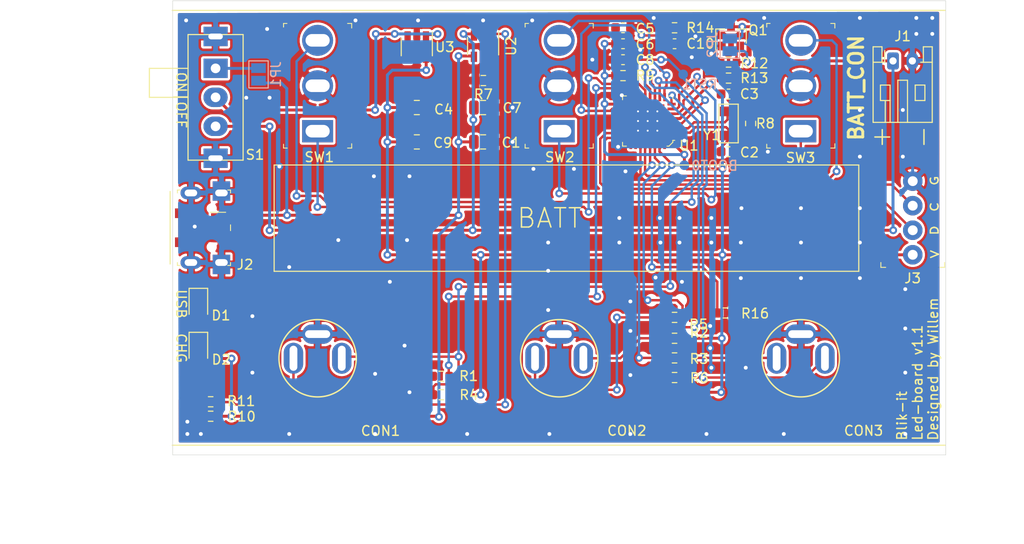
<source format=kicad_pcb>
(kicad_pcb (version 20171130) (host pcbnew "(5.1.9-0-10_14)")

  (general
    (thickness 1.6)
    (drawings 34)
    (tracks 637)
    (zones 0)
    (modules 46)
    (nets 47)
  )

  (page A4)
  (layers
    (0 F.Cu signal)
    (31 B.Cu signal)
    (32 B.Adhes user)
    (33 F.Adhes user)
    (34 B.Paste user)
    (35 F.Paste user)
    (36 B.SilkS user)
    (37 F.SilkS user)
    (38 B.Mask user)
    (39 F.Mask user)
    (40 Dwgs.User user)
    (41 Cmts.User user)
    (42 Eco1.User user)
    (43 Eco2.User user)
    (44 Edge.Cuts user)
    (45 Margin user)
    (46 B.CrtYd user)
    (47 F.CrtYd user)
    (48 B.Fab user hide)
    (49 F.Fab user hide)
  )

  (setup
    (last_trace_width 0.25)
    (user_trace_width 0.3048)
    (trace_clearance 0.2)
    (zone_clearance 0.508)
    (zone_45_only no)
    (trace_min 0.2)
    (via_size 0.8)
    (via_drill 0.4)
    (via_min_size 0.4)
    (via_min_drill 0.3)
    (uvia_size 0.3)
    (uvia_drill 0.1)
    (uvias_allowed no)
    (uvia_min_size 0.2)
    (uvia_min_drill 0.1)
    (edge_width 0.05)
    (segment_width 0.2)
    (pcb_text_width 0.3)
    (pcb_text_size 1.5 1.5)
    (mod_edge_width 0.12)
    (mod_text_size 1 1)
    (mod_text_width 0.15)
    (pad_size 2 2.5)
    (pad_drill 0.6)
    (pad_to_mask_clearance 0)
    (aux_axis_origin 0 0)
    (visible_elements FFFFFF7F)
    (pcbplotparams
      (layerselection 0x00100_7ffffffe)
      (usegerberextensions false)
      (usegerberattributes false)
      (usegerberadvancedattributes false)
      (creategerberjobfile false)
      (excludeedgelayer true)
      (linewidth 0.100000)
      (plotframeref false)
      (viasonmask false)
      (mode 1)
      (useauxorigin false)
      (hpglpennumber 1)
      (hpglpenspeed 20)
      (hpglpendiameter 15.000000)
      (psnegative false)
      (psa4output false)
      (plotreference true)
      (plotvalue false)
      (plotinvisibletext false)
      (padsonsilk true)
      (subtractmaskfromsilk false)
      (outputformat 3)
      (mirror false)
      (drillshape 0)
      (scaleselection 1)
      (outputdirectory "gerber/"))
  )

  (net 0 "")
  (net 1 GND)
  (net 2 VBUS)
  (net 3 "Net-(C2-Pad1)")
  (net 4 "Net-(C3-Pad1)")
  (net 5 +3V3)
  (net 6 +BATT)
  (net 7 RST)
  (net 8 "Net-(CON1-Pad2)")
  (net 9 "Net-(CON2-Pad2)")
  (net 10 "Net-(CON3-Pad2)")
  (net 11 "Net-(D1-Pad2)")
  (net 12 "Net-(J2-Pad2)")
  (net 13 "Net-(J2-Pad3)")
  (net 14 SWCLK)
  (net 15 SWDIO)
  (net 16 LED1)
  (net 17 LED2)
  (net 18 LED3)
  (net 19 DET1)
  (net 20 DET2)
  (net 21 DET3)
  (net 22 "Net-(R7-Pad1)")
  (net 23 "Net-(R11-Pad2)")
  (net 24 MEAS_VBATT)
  (net 25 SWITCH12)
  (net 26 SWITCH1)
  (net 27 SWITCH22)
  (net 28 SWITCH2)
  (net 29 SWITCH32)
  (net 30 SWITCH3)
  (net 31 "Net-(U1-Pad25)")
  (net 32 "Net-(U1-Pad15)")
  (net 33 "Net-(U1-Pad19)")
  (net 34 "Net-(U1-Pad20)")
  (net 35 "Net-(U1-Pad21)")
  (net 36 "Net-(U1-Pad22)")
  (net 37 "Net-(U1-Pad26)")
  (net 38 +BATT_SWITCHED)
  (net 39 "Net-(D2-Pad1)")
  (net 40 BOOT0)
  (net 41 "Net-(U1-Pad32)")
  (net 42 "Net-(U1-Pad16)")
  (net 43 "Net-(U3-Pad4)")
  (net 44 "Net-(JP2-Pad2)")
  (net 45 MEAS_EN)
  (net 46 "Net-(JP1-Pad2)")

  (net_class Default "This is the default net class."
    (clearance 0.2)
    (trace_width 0.25)
    (via_dia 0.8)
    (via_drill 0.4)
    (uvia_dia 0.3)
    (uvia_drill 0.1)
    (add_net +3V3)
    (add_net +BATT)
    (add_net +BATT_SWITCHED)
    (add_net BOOT0)
    (add_net DET1)
    (add_net DET2)
    (add_net DET3)
    (add_net GND)
    (add_net LED1)
    (add_net LED2)
    (add_net LED3)
    (add_net MEAS_EN)
    (add_net MEAS_VBATT)
    (add_net "Net-(C2-Pad1)")
    (add_net "Net-(C3-Pad1)")
    (add_net "Net-(CON1-Pad2)")
    (add_net "Net-(CON2-Pad2)")
    (add_net "Net-(CON3-Pad2)")
    (add_net "Net-(D1-Pad2)")
    (add_net "Net-(D2-Pad1)")
    (add_net "Net-(J2-Pad2)")
    (add_net "Net-(J2-Pad3)")
    (add_net "Net-(JP1-Pad2)")
    (add_net "Net-(JP2-Pad2)")
    (add_net "Net-(R11-Pad2)")
    (add_net "Net-(R7-Pad1)")
    (add_net "Net-(U1-Pad15)")
    (add_net "Net-(U1-Pad16)")
    (add_net "Net-(U1-Pad19)")
    (add_net "Net-(U1-Pad20)")
    (add_net "Net-(U1-Pad21)")
    (add_net "Net-(U1-Pad22)")
    (add_net "Net-(U1-Pad25)")
    (add_net "Net-(U1-Pad26)")
    (add_net "Net-(U1-Pad32)")
    (add_net "Net-(U3-Pad4)")
    (add_net RST)
    (add_net SWCLK)
    (add_net SWDIO)
    (add_net SWITCH1)
    (add_net SWITCH12)
    (add_net SWITCH2)
    (add_net SWITCH22)
    (add_net SWITCH3)
    (add_net SWITCH32)
    (add_net VBUS)
  )

  (net_class POWER ""
    (clearance 0.2)
    (trace_width 0.3048)
    (via_dia 0.8)
    (via_drill 0.4)
    (uvia_dia 0.3)
    (uvia_drill 0.1)
  )

  (module Jumper:SolderJumper-2_P1.3mm_Open_Pad1.0x1.5mm (layer B.Cu) (tedit 5A3EABFC) (tstamp 605E4BFF)
    (at 113.919 80.137 90)
    (descr "SMD Solder Jumper, 1x1.5mm Pads, 0.3mm gap, open")
    (tags "solder jumper open")
    (path /6064EF71)
    (attr virtual)
    (fp_text reference JP1 (at 0 1.8 270) (layer B.SilkS)
      (effects (font (size 1 1) (thickness 0.15)) (justify mirror))
    )
    (fp_text value SolderJumper_2_Open (at 0 -1.9 270) (layer B.Fab)
      (effects (font (size 1 1) (thickness 0.15)) (justify mirror))
    )
    (fp_line (start 1.65 -1.25) (end -1.65 -1.25) (layer B.CrtYd) (width 0.05))
    (fp_line (start 1.65 -1.25) (end 1.65 1.25) (layer B.CrtYd) (width 0.05))
    (fp_line (start -1.65 1.25) (end -1.65 -1.25) (layer B.CrtYd) (width 0.05))
    (fp_line (start -1.65 1.25) (end 1.65 1.25) (layer B.CrtYd) (width 0.05))
    (fp_line (start -1.4 1) (end 1.4 1) (layer B.SilkS) (width 0.12))
    (fp_line (start 1.4 1) (end 1.4 -1) (layer B.SilkS) (width 0.12))
    (fp_line (start 1.4 -1) (end -1.4 -1) (layer B.SilkS) (width 0.12))
    (fp_line (start -1.4 -1) (end -1.4 1) (layer B.SilkS) (width 0.12))
    (pad 1 smd rect (at -0.65 0 90) (size 1 1.5) (layers B.Cu B.Mask)
      (net 2 VBUS))
    (pad 2 smd rect (at 0.65 0 90) (size 1 1.5) (layers B.Cu B.Mask)
      (net 46 "Net-(JP1-Pad2)"))
  )

  (module Resistor_SMD:R_0603_1608Metric (layer F.Cu) (tedit 5F68FEEE) (tstamp 605E40FD)
    (at 156.972 75.311)
    (descr "Resistor SMD 0603 (1608 Metric), square (rectangular) end terminal, IPC_7351 nominal, (Body size source: IPC-SM-782 page 72, https://www.pcb-3d.com/wordpress/wp-content/uploads/ipc-sm-782a_amendment_1_and_2.pdf), generated with kicad-footprint-generator")
    (tags resistor)
    (path /6060550D)
    (attr smd)
    (fp_text reference R14 (at 2.667 0) (layer F.SilkS)
      (effects (font (size 1 1) (thickness 0.15)))
    )
    (fp_text value 100K (at 0 1.43) (layer F.Fab)
      (effects (font (size 1 1) (thickness 0.15)))
    )
    (fp_line (start 1.48 0.73) (end -1.48 0.73) (layer F.CrtYd) (width 0.05))
    (fp_line (start 1.48 -0.73) (end 1.48 0.73) (layer F.CrtYd) (width 0.05))
    (fp_line (start -1.48 -0.73) (end 1.48 -0.73) (layer F.CrtYd) (width 0.05))
    (fp_line (start -1.48 0.73) (end -1.48 -0.73) (layer F.CrtYd) (width 0.05))
    (fp_line (start -0.237258 0.5225) (end 0.237258 0.5225) (layer F.SilkS) (width 0.12))
    (fp_line (start -0.237258 -0.5225) (end 0.237258 -0.5225) (layer F.SilkS) (width 0.12))
    (fp_line (start 0.8 0.4125) (end -0.8 0.4125) (layer F.Fab) (width 0.1))
    (fp_line (start 0.8 -0.4125) (end 0.8 0.4125) (layer F.Fab) (width 0.1))
    (fp_line (start -0.8 -0.4125) (end 0.8 -0.4125) (layer F.Fab) (width 0.1))
    (fp_line (start -0.8 0.4125) (end -0.8 -0.4125) (layer F.Fab) (width 0.1))
    (fp_text user %R (at 0 0) (layer F.Fab)
      (effects (font (size 0.4 0.4) (thickness 0.06)))
    )
    (pad 2 smd roundrect (at 0.825 0) (size 0.8 0.95) (layers F.Cu F.Paste F.Mask) (roundrect_rratio 0.25)
      (net 45 MEAS_EN))
    (pad 1 smd roundrect (at -0.825 0) (size 0.8 0.95) (layers F.Cu F.Paste F.Mask) (roundrect_rratio 0.25)
      (net 6 +BATT))
    (model ${KISYS3DMOD}/Resistor_SMD.3dshapes/R_0603_1608Metric.wrl
      (at (xyz 0 0 0))
      (scale (xyz 1 1 1))
      (rotate (xyz 0 0 0))
    )
  )

  (module Package_TO_SOT_SMD:SOT-23 (layer F.Cu) (tedit 5A02FF57) (tstamp 605E5823)
    (at 162.814 76.2 90)
    (descr "SOT-23, Standard")
    (tags SOT-23)
    (path /605F95CF)
    (attr smd)
    (fp_text reference Q1 (at 0.635 2.794 180) (layer F.SilkS)
      (effects (font (size 1 1) (thickness 0.15)))
    )
    (fp_text value BSS84 (at 0 2.5 90) (layer F.Fab)
      (effects (font (size 1 1) (thickness 0.15)))
    )
    (fp_line (start 0.76 1.58) (end -0.7 1.58) (layer F.SilkS) (width 0.12))
    (fp_line (start 0.76 -1.58) (end -1.4 -1.58) (layer F.SilkS) (width 0.12))
    (fp_line (start -1.7 1.75) (end -1.7 -1.75) (layer F.CrtYd) (width 0.05))
    (fp_line (start 1.7 1.75) (end -1.7 1.75) (layer F.CrtYd) (width 0.05))
    (fp_line (start 1.7 -1.75) (end 1.7 1.75) (layer F.CrtYd) (width 0.05))
    (fp_line (start -1.7 -1.75) (end 1.7 -1.75) (layer F.CrtYd) (width 0.05))
    (fp_line (start 0.76 -1.58) (end 0.76 -0.65) (layer F.SilkS) (width 0.12))
    (fp_line (start 0.76 1.58) (end 0.76 0.65) (layer F.SilkS) (width 0.12))
    (fp_line (start -0.7 1.52) (end 0.7 1.52) (layer F.Fab) (width 0.1))
    (fp_line (start 0.7 -1.52) (end 0.7 1.52) (layer F.Fab) (width 0.1))
    (fp_line (start -0.7 -0.95) (end -0.15 -1.52) (layer F.Fab) (width 0.1))
    (fp_line (start -0.15 -1.52) (end 0.7 -1.52) (layer F.Fab) (width 0.1))
    (fp_line (start -0.7 -0.95) (end -0.7 1.5) (layer F.Fab) (width 0.1))
    (fp_text user %R (at 0 0) (layer F.Fab)
      (effects (font (size 0.5 0.5) (thickness 0.075)))
    )
    (pad 3 smd rect (at 1 0 90) (size 0.9 0.8) (layers F.Cu F.Paste F.Mask)
      (net 6 +BATT))
    (pad 2 smd rect (at -1 0.95 90) (size 0.9 0.8) (layers F.Cu F.Paste F.Mask)
      (net 44 "Net-(JP2-Pad2)"))
    (pad 1 smd rect (at -1 -0.95 90) (size 0.9 0.8) (layers F.Cu F.Paste F.Mask)
      (net 45 MEAS_EN))
    (model ${KISYS3DMOD}/Package_TO_SOT_SMD.3dshapes/SOT-23.wrl
      (at (xyz 0 0 0))
      (scale (xyz 1 1 1))
      (rotate (xyz 0 0 0))
    )
  )

  (module Jumper:SolderJumper-2_P1.3mm_Open_Pad1.0x1.5mm (layer B.Cu) (tedit 5A3EABFC) (tstamp 605E3F57)
    (at 162.687 77.074 270)
    (descr "SMD Solder Jumper, 1x1.5mm Pads, 0.3mm gap, open")
    (tags "solder jumper open")
    (path /6062BF4E)
    (attr virtual)
    (fp_text reference JP2 (at 0 1.8 90) (layer B.SilkS)
      (effects (font (size 1 1) (thickness 0.15)) (justify mirror))
    )
    (fp_text value SolderJumper_2_Open (at 0 -1.9 90) (layer B.Fab)
      (effects (font (size 1 1) (thickness 0.15)) (justify mirror))
    )
    (fp_line (start 1.65 -1.25) (end -1.65 -1.25) (layer B.CrtYd) (width 0.05))
    (fp_line (start 1.65 -1.25) (end 1.65 1.25) (layer B.CrtYd) (width 0.05))
    (fp_line (start -1.65 1.25) (end -1.65 -1.25) (layer B.CrtYd) (width 0.05))
    (fp_line (start -1.65 1.25) (end 1.65 1.25) (layer B.CrtYd) (width 0.05))
    (fp_line (start -1.4 1) (end 1.4 1) (layer B.SilkS) (width 0.12))
    (fp_line (start 1.4 1) (end 1.4 -1) (layer B.SilkS) (width 0.12))
    (fp_line (start 1.4 -1) (end -1.4 -1) (layer B.SilkS) (width 0.12))
    (fp_line (start -1.4 -1) (end -1.4 1) (layer B.SilkS) (width 0.12))
    (pad 1 smd rect (at -0.65 0 270) (size 1 1.5) (layers B.Cu B.Mask)
      (net 6 +BATT))
    (pad 2 smd rect (at 0.65 0 270) (size 1 1.5) (layers B.Cu B.Mask)
      (net 44 "Net-(JP2-Pad2)"))
  )

  (module Capacitor_SMD:C_0603_1608Metric (layer F.Cu) (tedit 5F68FEEE) (tstamp 605E3DFF)
    (at 156.972 76.962 180)
    (descr "Capacitor SMD 0603 (1608 Metric), square (rectangular) end terminal, IPC_7351 nominal, (Body size source: IPC-SM-782 page 76, https://www.pcb-3d.com/wordpress/wp-content/uploads/ipc-sm-782a_amendment_1_and_2.pdf), generated with kicad-footprint-generator")
    (tags capacitor)
    (path /6061C058)
    (attr smd)
    (fp_text reference C10 (at -2.667 0) (layer F.SilkS)
      (effects (font (size 1 1) (thickness 0.15)))
    )
    (fp_text value C (at 0 1.43) (layer F.Fab)
      (effects (font (size 1 1) (thickness 0.15)))
    )
    (fp_line (start 1.48 0.73) (end -1.48 0.73) (layer F.CrtYd) (width 0.05))
    (fp_line (start 1.48 -0.73) (end 1.48 0.73) (layer F.CrtYd) (width 0.05))
    (fp_line (start -1.48 -0.73) (end 1.48 -0.73) (layer F.CrtYd) (width 0.05))
    (fp_line (start -1.48 0.73) (end -1.48 -0.73) (layer F.CrtYd) (width 0.05))
    (fp_line (start -0.14058 0.51) (end 0.14058 0.51) (layer F.SilkS) (width 0.12))
    (fp_line (start -0.14058 -0.51) (end 0.14058 -0.51) (layer F.SilkS) (width 0.12))
    (fp_line (start 0.8 0.4) (end -0.8 0.4) (layer F.Fab) (width 0.1))
    (fp_line (start 0.8 -0.4) (end 0.8 0.4) (layer F.Fab) (width 0.1))
    (fp_line (start -0.8 -0.4) (end 0.8 -0.4) (layer F.Fab) (width 0.1))
    (fp_line (start -0.8 0.4) (end -0.8 -0.4) (layer F.Fab) (width 0.1))
    (fp_text user %R (at 0 0) (layer F.Fab)
      (effects (font (size 0.4 0.4) (thickness 0.06)))
    )
    (pad 2 smd roundrect (at 0.775 0 180) (size 0.9 0.95) (layers F.Cu F.Paste F.Mask) (roundrect_rratio 0.25)
      (net 1 GND))
    (pad 1 smd roundrect (at -0.775 0 180) (size 0.9 0.95) (layers F.Cu F.Paste F.Mask) (roundrect_rratio 0.25)
      (net 24 MEAS_VBATT))
    (model ${KISYS3DMOD}/Capacitor_SMD.3dshapes/C_0603_1608Metric.wrl
      (at (xyz 0 0 0))
      (scale (xyz 1 1 1))
      (rotate (xyz 0 0 0))
    )
  )

  (module Package_TO_SOT_SMD:SOT-23-5 (layer F.Cu) (tedit 5A02FF57) (tstamp 6052D355)
    (at 137.16 77.216 270)
    (descr "5-pin SOT23 package")
    (tags SOT-23-5)
    (path /60220E3E)
    (attr smd)
    (fp_text reference U2 (at 0 -2.9 90) (layer F.SilkS)
      (effects (font (size 1 1) (thickness 0.15)))
    )
    (fp_text value MCP73832T-2ACI_OT (at 0 2.9 90) (layer F.Fab)
      (effects (font (size 1 1) (thickness 0.15)))
    )
    (fp_line (start -0.9 1.61) (end 0.9 1.61) (layer F.SilkS) (width 0.12))
    (fp_line (start 0.9 -1.61) (end -1.55 -1.61) (layer F.SilkS) (width 0.12))
    (fp_line (start -1.9 -1.8) (end 1.9 -1.8) (layer F.CrtYd) (width 0.05))
    (fp_line (start 1.9 -1.8) (end 1.9 1.8) (layer F.CrtYd) (width 0.05))
    (fp_line (start 1.9 1.8) (end -1.9 1.8) (layer F.CrtYd) (width 0.05))
    (fp_line (start -1.9 1.8) (end -1.9 -1.8) (layer F.CrtYd) (width 0.05))
    (fp_line (start -0.9 -0.9) (end -0.25 -1.55) (layer F.Fab) (width 0.1))
    (fp_line (start 0.9 -1.55) (end -0.25 -1.55) (layer F.Fab) (width 0.1))
    (fp_line (start -0.9 -0.9) (end -0.9 1.55) (layer F.Fab) (width 0.1))
    (fp_line (start 0.9 1.55) (end -0.9 1.55) (layer F.Fab) (width 0.1))
    (fp_line (start 0.9 -1.55) (end 0.9 1.55) (layer F.Fab) (width 0.1))
    (fp_text user %R (at 0 0) (layer F.Fab)
      (effects (font (size 0.5 0.5) (thickness 0.075)))
    )
    (pad 5 smd rect (at 1.1 -0.95 270) (size 1.06 0.65) (layers F.Cu F.Paste F.Mask)
      (net 22 "Net-(R7-Pad1)"))
    (pad 4 smd rect (at 1.1 0.95 270) (size 1.06 0.65) (layers F.Cu F.Paste F.Mask)
      (net 2 VBUS))
    (pad 3 smd rect (at -1.1 0.95 270) (size 1.06 0.65) (layers F.Cu F.Paste F.Mask)
      (net 6 +BATT))
    (pad 2 smd rect (at -1.1 0 270) (size 1.06 0.65) (layers F.Cu F.Paste F.Mask)
      (net 1 GND))
    (pad 1 smd rect (at -1.1 -0.95 270) (size 1.06 0.65) (layers F.Cu F.Paste F.Mask)
      (net 23 "Net-(R11-Pad2)"))
    (model ${KISYS3DMOD}/Package_TO_SOT_SMD.3dshapes/SOT-23-5.wrl
      (at (xyz 0 0 0))
      (scale (xyz 1 1 1))
      (rotate (xyz 0 0 0))
    )
  )

  (module Package_TO_SOT_SMD:SOT-23-5 (layer F.Cu) (tedit 5A02FF57) (tstamp 605A732B)
    (at 130.29692 77.30744 270)
    (descr "5-pin SOT23 package")
    (tags SOT-23-5)
    (path /607F9B20)
    (attr smd)
    (fp_text reference U3 (at 0 -2.9) (layer F.SilkS)
      (effects (font (size 1 1) (thickness 0.15)))
    )
    (fp_text value TPS76333 (at 0 2.9 90) (layer F.Fab)
      (effects (font (size 1 1) (thickness 0.15)))
    )
    (fp_line (start -0.9 1.61) (end 0.9 1.61) (layer F.SilkS) (width 0.12))
    (fp_line (start 0.9 -1.61) (end -1.55 -1.61) (layer F.SilkS) (width 0.12))
    (fp_line (start -1.9 -1.8) (end 1.9 -1.8) (layer F.CrtYd) (width 0.05))
    (fp_line (start 1.9 -1.8) (end 1.9 1.8) (layer F.CrtYd) (width 0.05))
    (fp_line (start 1.9 1.8) (end -1.9 1.8) (layer F.CrtYd) (width 0.05))
    (fp_line (start -1.9 1.8) (end -1.9 -1.8) (layer F.CrtYd) (width 0.05))
    (fp_line (start -0.9 -0.9) (end -0.25 -1.55) (layer F.Fab) (width 0.1))
    (fp_line (start 0.9 -1.55) (end -0.25 -1.55) (layer F.Fab) (width 0.1))
    (fp_line (start -0.9 -0.9) (end -0.9 1.55) (layer F.Fab) (width 0.1))
    (fp_line (start 0.9 1.55) (end -0.9 1.55) (layer F.Fab) (width 0.1))
    (fp_line (start 0.9 -1.55) (end 0.9 1.55) (layer F.Fab) (width 0.1))
    (fp_text user %R (at 0 0) (layer F.Fab)
      (effects (font (size 0.5 0.5) (thickness 0.075)))
    )
    (pad 5 smd rect (at 1.1 -0.95 270) (size 1.06 0.65) (layers F.Cu F.Paste F.Mask)
      (net 5 +3V3))
    (pad 4 smd rect (at 1.1 0.95 270) (size 1.06 0.65) (layers F.Cu F.Paste F.Mask)
      (net 43 "Net-(U3-Pad4)"))
    (pad 3 smd rect (at -1.1 0.95 270) (size 1.06 0.65) (layers F.Cu F.Paste F.Mask)
      (net 38 +BATT_SWITCHED))
    (pad 2 smd rect (at -1.1 0 270) (size 1.06 0.65) (layers F.Cu F.Paste F.Mask)
      (net 1 GND))
    (pad 1 smd rect (at -1.1 -0.95 270) (size 1.06 0.65) (layers F.Cu F.Paste F.Mask)
      (net 38 +BATT_SWITCHED))
    (model ${KISYS3DMOD}/Package_TO_SOT_SMD.3dshapes/SOT-23-5.wrl
      (at (xyz 0 0 0))
      (scale (xyz 1 1 1))
      (rotate (xyz 0 0 0))
    )
  )

  (module Connector_JST:JST_PH_S2B-PH-K_1x02_P2.00mm_Horizontal (layer F.Cu) (tedit 5B7745C6) (tstamp 6021C1A6)
    (at 179.578 78.74)
    (descr "JST PH series connector, S2B-PH-K (http://www.jst-mfg.com/product/pdf/eng/ePH.pdf), generated with kicad-footprint-generator")
    (tags "connector JST PH top entry")
    (path /60232097)
    (fp_text reference J1 (at 1 -2.55) (layer F.SilkS)
      (effects (font (size 1 1) (thickness 0.15)))
    )
    (fp_text value Conn_01x02_Male (at 1 7.45) (layer F.Fab)
      (effects (font (size 1 1) (thickness 0.15)))
    )
    (fp_line (start -0.86 0.14) (end -1.14 0.14) (layer F.SilkS) (width 0.12))
    (fp_line (start -1.14 0.14) (end -1.14 -1.46) (layer F.SilkS) (width 0.12))
    (fp_line (start -1.14 -1.46) (end -2.06 -1.46) (layer F.SilkS) (width 0.12))
    (fp_line (start -2.06 -1.46) (end -2.06 6.36) (layer F.SilkS) (width 0.12))
    (fp_line (start -2.06 6.36) (end 4.06 6.36) (layer F.SilkS) (width 0.12))
    (fp_line (start 4.06 6.36) (end 4.06 -1.46) (layer F.SilkS) (width 0.12))
    (fp_line (start 4.06 -1.46) (end 3.14 -1.46) (layer F.SilkS) (width 0.12))
    (fp_line (start 3.14 -1.46) (end 3.14 0.14) (layer F.SilkS) (width 0.12))
    (fp_line (start 3.14 0.14) (end 2.86 0.14) (layer F.SilkS) (width 0.12))
    (fp_line (start 0.5 6.36) (end 0.5 2) (layer F.SilkS) (width 0.12))
    (fp_line (start 0.5 2) (end 1.5 2) (layer F.SilkS) (width 0.12))
    (fp_line (start 1.5 2) (end 1.5 6.36) (layer F.SilkS) (width 0.12))
    (fp_line (start -2.06 0.14) (end -1.14 0.14) (layer F.SilkS) (width 0.12))
    (fp_line (start 4.06 0.14) (end 3.14 0.14) (layer F.SilkS) (width 0.12))
    (fp_line (start -1.3 2.5) (end -1.3 4.1) (layer F.SilkS) (width 0.12))
    (fp_line (start -1.3 4.1) (end -0.3 4.1) (layer F.SilkS) (width 0.12))
    (fp_line (start -0.3 4.1) (end -0.3 2.5) (layer F.SilkS) (width 0.12))
    (fp_line (start -0.3 2.5) (end -1.3 2.5) (layer F.SilkS) (width 0.12))
    (fp_line (start 3.3 2.5) (end 3.3 4.1) (layer F.SilkS) (width 0.12))
    (fp_line (start 3.3 4.1) (end 2.3 4.1) (layer F.SilkS) (width 0.12))
    (fp_line (start 2.3 4.1) (end 2.3 2.5) (layer F.SilkS) (width 0.12))
    (fp_line (start 2.3 2.5) (end 3.3 2.5) (layer F.SilkS) (width 0.12))
    (fp_line (start -0.3 4.1) (end -0.3 6.36) (layer F.SilkS) (width 0.12))
    (fp_line (start -0.8 4.1) (end -0.8 6.36) (layer F.SilkS) (width 0.12))
    (fp_line (start -2.45 -1.85) (end -2.45 6.75) (layer F.CrtYd) (width 0.05))
    (fp_line (start -2.45 6.75) (end 4.45 6.75) (layer F.CrtYd) (width 0.05))
    (fp_line (start 4.45 6.75) (end 4.45 -1.85) (layer F.CrtYd) (width 0.05))
    (fp_line (start 4.45 -1.85) (end -2.45 -1.85) (layer F.CrtYd) (width 0.05))
    (fp_line (start -1.25 0.25) (end -1.25 -1.35) (layer F.Fab) (width 0.1))
    (fp_line (start -1.25 -1.35) (end -1.95 -1.35) (layer F.Fab) (width 0.1))
    (fp_line (start -1.95 -1.35) (end -1.95 6.25) (layer F.Fab) (width 0.1))
    (fp_line (start -1.95 6.25) (end 3.95 6.25) (layer F.Fab) (width 0.1))
    (fp_line (start 3.95 6.25) (end 3.95 -1.35) (layer F.Fab) (width 0.1))
    (fp_line (start 3.95 -1.35) (end 3.25 -1.35) (layer F.Fab) (width 0.1))
    (fp_line (start 3.25 -1.35) (end 3.25 0.25) (layer F.Fab) (width 0.1))
    (fp_line (start 3.25 0.25) (end -1.25 0.25) (layer F.Fab) (width 0.1))
    (fp_line (start -0.86 0.14) (end -0.86 -1.075) (layer F.SilkS) (width 0.12))
    (fp_line (start 0 0.875) (end -0.5 1.375) (layer F.Fab) (width 0.1))
    (fp_line (start -0.5 1.375) (end 0.5 1.375) (layer F.Fab) (width 0.1))
    (fp_line (start 0.5 1.375) (end 0 0.875) (layer F.Fab) (width 0.1))
    (fp_text user %R (at 1 2.5) (layer F.Fab)
      (effects (font (size 1 1) (thickness 0.15)))
    )
    (pad 2 thru_hole oval (at 2 0) (size 1.2 1.75) (drill 0.75) (layers *.Cu *.Mask)
      (net 1 GND))
    (pad 1 thru_hole roundrect (at 0 0) (size 1.2 1.75) (drill 0.75) (layers *.Cu *.Mask) (roundrect_rratio 0.208333)
      (net 6 +BATT))
    (model ${KISYS3DMOD}/Connector_JST.3dshapes/JST_PH_S2B-PH-K_1x02_P2.00mm_Horizontal.wrl
      (at (xyz 0 0 0))
      (scale (xyz 1 1 1))
      (rotate (xyz 0 0 0))
    )
  )

  (module Resistor_SMD:R_0603_1608Metric (layer F.Cu) (tedit 5F68FEEE) (tstamp 60539F51)
    (at 162.2298 104.8258)
    (descr "Resistor SMD 0603 (1608 Metric), square (rectangular) end terminal, IPC_7351 nominal, (Body size source: IPC-SM-782 page 72, https://www.pcb-3d.com/wordpress/wp-content/uploads/ipc-sm-782a_amendment_1_and_2.pdf), generated with kicad-footprint-generator")
    (tags resistor)
    (path /6053E837)
    (attr smd)
    (fp_text reference R16 (at 3.0734 0.0508) (layer F.SilkS)
      (effects (font (size 1 1) (thickness 0.15)))
    )
    (fp_text value 10K (at 0 1.43) (layer F.Fab)
      (effects (font (size 1 1) (thickness 0.15)))
    )
    (fp_line (start -0.8 0.4125) (end -0.8 -0.4125) (layer F.Fab) (width 0.1))
    (fp_line (start -0.8 -0.4125) (end 0.8 -0.4125) (layer F.Fab) (width 0.1))
    (fp_line (start 0.8 -0.4125) (end 0.8 0.4125) (layer F.Fab) (width 0.1))
    (fp_line (start 0.8 0.4125) (end -0.8 0.4125) (layer F.Fab) (width 0.1))
    (fp_line (start -0.237258 -0.5225) (end 0.237258 -0.5225) (layer F.SilkS) (width 0.12))
    (fp_line (start -0.237258 0.5225) (end 0.237258 0.5225) (layer F.SilkS) (width 0.12))
    (fp_line (start -1.48 0.73) (end -1.48 -0.73) (layer F.CrtYd) (width 0.05))
    (fp_line (start -1.48 -0.73) (end 1.48 -0.73) (layer F.CrtYd) (width 0.05))
    (fp_line (start 1.48 -0.73) (end 1.48 0.73) (layer F.CrtYd) (width 0.05))
    (fp_line (start 1.48 0.73) (end -1.48 0.73) (layer F.CrtYd) (width 0.05))
    (fp_text user %R (at 0 0) (layer F.Fab)
      (effects (font (size 0.4 0.4) (thickness 0.06)))
    )
    (pad 2 smd roundrect (at 0.825 0) (size 0.8 0.95) (layers F.Cu F.Paste F.Mask) (roundrect_rratio 0.25)
      (net 1 GND))
    (pad 1 smd roundrect (at -0.825 0) (size 0.8 0.95) (layers F.Cu F.Paste F.Mask) (roundrect_rratio 0.25)
      (net 40 BOOT0))
    (model ${KISYS3DMOD}/Resistor_SMD.3dshapes/R_0603_1608Metric.wrl
      (at (xyz 0 0 0))
      (scale (xyz 1 1 1))
      (rotate (xyz 0 0 0))
    )
  )

  (module Resistor_SMD:R_0603_1608Metric (layer F.Cu) (tedit 5F68FEEE) (tstamp 605E618D)
    (at 162.56 80.518)
    (descr "Resistor SMD 0603 (1608 Metric), square (rectangular) end terminal, IPC_7351 nominal, (Body size source: IPC-SM-782 page 72, https://www.pcb-3d.com/wordpress/wp-content/uploads/ipc-sm-782a_amendment_1_and_2.pdf), generated with kicad-footprint-generator")
    (tags resistor)
    (path /60403C7A)
    (attr smd)
    (fp_text reference R13 (at 2.667 0) (layer F.SilkS)
      (effects (font (size 1 1) (thickness 0.15)))
    )
    (fp_text value 10K (at 0 1.43) (layer F.Fab)
      (effects (font (size 1 1) (thickness 0.15)))
    )
    (fp_line (start -0.8 0.4125) (end -0.8 -0.4125) (layer F.Fab) (width 0.1))
    (fp_line (start -0.8 -0.4125) (end 0.8 -0.4125) (layer F.Fab) (width 0.1))
    (fp_line (start 0.8 -0.4125) (end 0.8 0.4125) (layer F.Fab) (width 0.1))
    (fp_line (start 0.8 0.4125) (end -0.8 0.4125) (layer F.Fab) (width 0.1))
    (fp_line (start -0.237258 -0.5225) (end 0.237258 -0.5225) (layer F.SilkS) (width 0.12))
    (fp_line (start -0.237258 0.5225) (end 0.237258 0.5225) (layer F.SilkS) (width 0.12))
    (fp_line (start -1.48 0.73) (end -1.48 -0.73) (layer F.CrtYd) (width 0.05))
    (fp_line (start -1.48 -0.73) (end 1.48 -0.73) (layer F.CrtYd) (width 0.05))
    (fp_line (start 1.48 -0.73) (end 1.48 0.73) (layer F.CrtYd) (width 0.05))
    (fp_line (start 1.48 0.73) (end -1.48 0.73) (layer F.CrtYd) (width 0.05))
    (fp_text user %R (at 0 0) (layer F.Fab)
      (effects (font (size 0.4 0.4) (thickness 0.06)))
    )
    (pad 2 smd roundrect (at 0.825 0) (size 0.8 0.95) (layers F.Cu F.Paste F.Mask) (roundrect_rratio 0.25)
      (net 1 GND))
    (pad 1 smd roundrect (at -0.825 0) (size 0.8 0.95) (layers F.Cu F.Paste F.Mask) (roundrect_rratio 0.25)
      (net 24 MEAS_VBATT))
    (model ${KISYS3DMOD}/Resistor_SMD.3dshapes/R_0603_1608Metric.wrl
      (at (xyz 0 0 0))
      (scale (xyz 1 1 1))
      (rotate (xyz 0 0 0))
    )
  )

  (module Resistor_SMD:R_0603_1608Metric (layer F.Cu) (tedit 5F68FEEE) (tstamp 6021C2DC)
    (at 162.56 78.867 180)
    (descr "Resistor SMD 0603 (1608 Metric), square (rectangular) end terminal, IPC_7351 nominal, (Body size source: IPC-SM-782 page 72, https://www.pcb-3d.com/wordpress/wp-content/uploads/ipc-sm-782a_amendment_1_and_2.pdf), generated with kicad-footprint-generator")
    (tags resistor)
    (path /6040529B)
    (attr smd)
    (fp_text reference R12 (at -2.667 -0.127) (layer F.SilkS)
      (effects (font (size 1 1) (thickness 0.15)))
    )
    (fp_text value 4k7 (at 0 1.43) (layer F.Fab)
      (effects (font (size 1 1) (thickness 0.15)))
    )
    (fp_line (start -0.8 0.4125) (end -0.8 -0.4125) (layer F.Fab) (width 0.1))
    (fp_line (start -0.8 -0.4125) (end 0.8 -0.4125) (layer F.Fab) (width 0.1))
    (fp_line (start 0.8 -0.4125) (end 0.8 0.4125) (layer F.Fab) (width 0.1))
    (fp_line (start 0.8 0.4125) (end -0.8 0.4125) (layer F.Fab) (width 0.1))
    (fp_line (start -0.237258 -0.5225) (end 0.237258 -0.5225) (layer F.SilkS) (width 0.12))
    (fp_line (start -0.237258 0.5225) (end 0.237258 0.5225) (layer F.SilkS) (width 0.12))
    (fp_line (start -1.48 0.73) (end -1.48 -0.73) (layer F.CrtYd) (width 0.05))
    (fp_line (start -1.48 -0.73) (end 1.48 -0.73) (layer F.CrtYd) (width 0.05))
    (fp_line (start 1.48 -0.73) (end 1.48 0.73) (layer F.CrtYd) (width 0.05))
    (fp_line (start 1.48 0.73) (end -1.48 0.73) (layer F.CrtYd) (width 0.05))
    (fp_text user %R (at 0 0) (layer F.Fab)
      (effects (font (size 0.4 0.4) (thickness 0.06)))
    )
    (pad 2 smd roundrect (at 0.825 0 180) (size 0.8 0.95) (layers F.Cu F.Paste F.Mask) (roundrect_rratio 0.25)
      (net 24 MEAS_VBATT))
    (pad 1 smd roundrect (at -0.825 0 180) (size 0.8 0.95) (layers F.Cu F.Paste F.Mask) (roundrect_rratio 0.25)
      (net 44 "Net-(JP2-Pad2)"))
    (model ${KISYS3DMOD}/Resistor_SMD.3dshapes/R_0603_1608Metric.wrl
      (at (xyz 0 0 0))
      (scale (xyz 1 1 1))
      (rotate (xyz 0 0 0))
    )
  )

  (module Resistor_SMD:R_0603_1608Metric (layer F.Cu) (tedit 5F68FEEE) (tstamp 6021C2C8)
    (at 108.966 114.012)
    (descr "Resistor SMD 0603 (1608 Metric), square (rectangular) end terminal, IPC_7351 nominal, (Body size source: IPC-SM-782 page 72, https://www.pcb-3d.com/wordpress/wp-content/uploads/ipc-sm-782a_amendment_1_and_2.pdf), generated with kicad-footprint-generator")
    (tags resistor)
    (path /602AF25A)
    (attr smd)
    (fp_text reference R11 (at 3.16072 -0.0676) (layer F.SilkS)
      (effects (font (size 1 1) (thickness 0.15)))
    )
    (fp_text value 470E (at 0 1.43) (layer F.Fab)
      (effects (font (size 1 1) (thickness 0.15)))
    )
    (fp_line (start -0.8 0.4125) (end -0.8 -0.4125) (layer F.Fab) (width 0.1))
    (fp_line (start -0.8 -0.4125) (end 0.8 -0.4125) (layer F.Fab) (width 0.1))
    (fp_line (start 0.8 -0.4125) (end 0.8 0.4125) (layer F.Fab) (width 0.1))
    (fp_line (start 0.8 0.4125) (end -0.8 0.4125) (layer F.Fab) (width 0.1))
    (fp_line (start -0.237258 -0.5225) (end 0.237258 -0.5225) (layer F.SilkS) (width 0.12))
    (fp_line (start -0.237258 0.5225) (end 0.237258 0.5225) (layer F.SilkS) (width 0.12))
    (fp_line (start -1.48 0.73) (end -1.48 -0.73) (layer F.CrtYd) (width 0.05))
    (fp_line (start -1.48 -0.73) (end 1.48 -0.73) (layer F.CrtYd) (width 0.05))
    (fp_line (start 1.48 -0.73) (end 1.48 0.73) (layer F.CrtYd) (width 0.05))
    (fp_line (start 1.48 0.73) (end -1.48 0.73) (layer F.CrtYd) (width 0.05))
    (fp_text user %R (at 0 0) (layer F.Fab)
      (effects (font (size 0.4 0.4) (thickness 0.06)))
    )
    (pad 2 smd roundrect (at 0.825 0) (size 0.8 0.95) (layers F.Cu F.Paste F.Mask) (roundrect_rratio 0.25)
      (net 23 "Net-(R11-Pad2)"))
    (pad 1 smd roundrect (at -0.825 0) (size 0.8 0.95) (layers F.Cu F.Paste F.Mask) (roundrect_rratio 0.25)
      (net 39 "Net-(D2-Pad1)"))
    (model ${KISYS3DMOD}/Resistor_SMD.3dshapes/R_0603_1608Metric.wrl
      (at (xyz 0 0 0))
      (scale (xyz 1 1 1))
      (rotate (xyz 0 0 0))
    )
  )

  (module Resistor_SMD:R_0603_1608Metric (layer F.Cu) (tedit 5F68FEEE) (tstamp 6021C2B4)
    (at 108.966 115.512)
    (descr "Resistor SMD 0603 (1608 Metric), square (rectangular) end terminal, IPC_7351 nominal, (Body size source: IPC-SM-782 page 72, https://www.pcb-3d.com/wordpress/wp-content/uploads/ipc-sm-782a_amendment_1_and_2.pdf), generated with kicad-footprint-generator")
    (tags resistor)
    (path /602AE2E0)
    (attr smd)
    (fp_text reference R10 (at 3.21152 0.0326) (layer F.SilkS)
      (effects (font (size 1 1) (thickness 0.15)))
    )
    (fp_text value 470E (at 0 1.43) (layer F.Fab)
      (effects (font (size 1 1) (thickness 0.15)))
    )
    (fp_line (start -0.8 0.4125) (end -0.8 -0.4125) (layer F.Fab) (width 0.1))
    (fp_line (start -0.8 -0.4125) (end 0.8 -0.4125) (layer F.Fab) (width 0.1))
    (fp_line (start 0.8 -0.4125) (end 0.8 0.4125) (layer F.Fab) (width 0.1))
    (fp_line (start 0.8 0.4125) (end -0.8 0.4125) (layer F.Fab) (width 0.1))
    (fp_line (start -0.237258 -0.5225) (end 0.237258 -0.5225) (layer F.SilkS) (width 0.12))
    (fp_line (start -0.237258 0.5225) (end 0.237258 0.5225) (layer F.SilkS) (width 0.12))
    (fp_line (start -1.48 0.73) (end -1.48 -0.73) (layer F.CrtYd) (width 0.05))
    (fp_line (start -1.48 -0.73) (end 1.48 -0.73) (layer F.CrtYd) (width 0.05))
    (fp_line (start 1.48 -0.73) (end 1.48 0.73) (layer F.CrtYd) (width 0.05))
    (fp_line (start 1.48 0.73) (end -1.48 0.73) (layer F.CrtYd) (width 0.05))
    (fp_text user %R (at 0 0) (layer F.Fab)
      (effects (font (size 0.4 0.4) (thickness 0.06)))
    )
    (pad 2 smd roundrect (at 0.825 0) (size 0.8 0.95) (layers F.Cu F.Paste F.Mask) (roundrect_rratio 0.25)
      (net 2 VBUS))
    (pad 1 smd roundrect (at -0.825 0) (size 0.8 0.95) (layers F.Cu F.Paste F.Mask) (roundrect_rratio 0.25)
      (net 11 "Net-(D1-Pad2)"))
    (model ${KISYS3DMOD}/Resistor_SMD.3dshapes/R_0603_1608Metric.wrl
      (at (xyz 0 0 0))
      (scale (xyz 1 1 1))
      (rotate (xyz 0 0 0))
    )
  )

  (module Resistor_SMD:R_0603_1608Metric (layer F.Cu) (tedit 5F68FEEE) (tstamp 6021C2A0)
    (at 151.638 80.264)
    (descr "Resistor SMD 0603 (1608 Metric), square (rectangular) end terminal, IPC_7351 nominal, (Body size source: IPC-SM-782 page 72, https://www.pcb-3d.com/wordpress/wp-content/uploads/ipc-sm-782a_amendment_1_and_2.pdf), generated with kicad-footprint-generator")
    (tags resistor)
    (path /602E1D33)
    (attr smd)
    (fp_text reference R9 (at 2.286 0) (layer F.SilkS)
      (effects (font (size 1 1) (thickness 0.15)))
    )
    (fp_text value 1K (at 0 1.43) (layer F.Fab)
      (effects (font (size 1 1) (thickness 0.15)))
    )
    (fp_line (start -0.8 0.4125) (end -0.8 -0.4125) (layer F.Fab) (width 0.1))
    (fp_line (start -0.8 -0.4125) (end 0.8 -0.4125) (layer F.Fab) (width 0.1))
    (fp_line (start 0.8 -0.4125) (end 0.8 0.4125) (layer F.Fab) (width 0.1))
    (fp_line (start 0.8 0.4125) (end -0.8 0.4125) (layer F.Fab) (width 0.1))
    (fp_line (start -0.237258 -0.5225) (end 0.237258 -0.5225) (layer F.SilkS) (width 0.12))
    (fp_line (start -0.237258 0.5225) (end 0.237258 0.5225) (layer F.SilkS) (width 0.12))
    (fp_line (start -1.48 0.73) (end -1.48 -0.73) (layer F.CrtYd) (width 0.05))
    (fp_line (start -1.48 -0.73) (end 1.48 -0.73) (layer F.CrtYd) (width 0.05))
    (fp_line (start 1.48 -0.73) (end 1.48 0.73) (layer F.CrtYd) (width 0.05))
    (fp_line (start 1.48 0.73) (end -1.48 0.73) (layer F.CrtYd) (width 0.05))
    (fp_text user %R (at 0 0) (layer F.Fab)
      (effects (font (size 0.4 0.4) (thickness 0.06)))
    )
    (pad 2 smd roundrect (at 0.825 0) (size 0.8 0.95) (layers F.Cu F.Paste F.Mask) (roundrect_rratio 0.25)
      (net 7 RST))
    (pad 1 smd roundrect (at -0.825 0) (size 0.8 0.95) (layers F.Cu F.Paste F.Mask) (roundrect_rratio 0.25)
      (net 5 +3V3))
    (model ${KISYS3DMOD}/Resistor_SMD.3dshapes/R_0603_1608Metric.wrl
      (at (xyz 0 0 0))
      (scale (xyz 1 1 1))
      (rotate (xyz 0 0 0))
    )
  )

  (module Resistor_SMD:R_0603_1608Metric (layer F.Cu) (tedit 5F68FEEE) (tstamp 6053165E)
    (at 164.846 85.217 90)
    (descr "Resistor SMD 0603 (1608 Metric), square (rectangular) end terminal, IPC_7351 nominal, (Body size source: IPC-SM-782 page 72, https://www.pcb-3d.com/wordpress/wp-content/uploads/ipc-sm-782a_amendment_1_and_2.pdf), generated with kicad-footprint-generator")
    (tags resistor)
    (path /603F8E75)
    (attr smd)
    (fp_text reference R8 (at 0 1.524 180) (layer F.SilkS)
      (effects (font (size 1 1) (thickness 0.15)))
    )
    (fp_text value 1M (at 0 1.43 90) (layer F.Fab)
      (effects (font (size 1 1) (thickness 0.15)))
    )
    (fp_line (start -0.8 0.4125) (end -0.8 -0.4125) (layer F.Fab) (width 0.1))
    (fp_line (start -0.8 -0.4125) (end 0.8 -0.4125) (layer F.Fab) (width 0.1))
    (fp_line (start 0.8 -0.4125) (end 0.8 0.4125) (layer F.Fab) (width 0.1))
    (fp_line (start 0.8 0.4125) (end -0.8 0.4125) (layer F.Fab) (width 0.1))
    (fp_line (start -0.237258 -0.5225) (end 0.237258 -0.5225) (layer F.SilkS) (width 0.12))
    (fp_line (start -0.237258 0.5225) (end 0.237258 0.5225) (layer F.SilkS) (width 0.12))
    (fp_line (start -1.48 0.73) (end -1.48 -0.73) (layer F.CrtYd) (width 0.05))
    (fp_line (start -1.48 -0.73) (end 1.48 -0.73) (layer F.CrtYd) (width 0.05))
    (fp_line (start 1.48 -0.73) (end 1.48 0.73) (layer F.CrtYd) (width 0.05))
    (fp_line (start 1.48 0.73) (end -1.48 0.73) (layer F.CrtYd) (width 0.05))
    (fp_text user %R (at 0 0 90) (layer F.Fab)
      (effects (font (size 0.4 0.4) (thickness 0.06)))
    )
    (pad 2 smd roundrect (at 0.825 0 90) (size 0.8 0.95) (layers F.Cu F.Paste F.Mask) (roundrect_rratio 0.25)
      (net 4 "Net-(C3-Pad1)"))
    (pad 1 smd roundrect (at -0.825 0 90) (size 0.8 0.95) (layers F.Cu F.Paste F.Mask) (roundrect_rratio 0.25)
      (net 3 "Net-(C2-Pad1)"))
    (model ${KISYS3DMOD}/Resistor_SMD.3dshapes/R_0603_1608Metric.wrl
      (at (xyz 0 0 0))
      (scale (xyz 1 1 1))
      (rotate (xyz 0 0 0))
    )
  )

  (module Resistor_SMD:R_0603_1608Metric (layer F.Cu) (tedit 5F68FEEE) (tstamp 6052D2E1)
    (at 137.1854 80.772 180)
    (descr "Resistor SMD 0603 (1608 Metric), square (rectangular) end terminal, IPC_7351 nominal, (Body size source: IPC-SM-782 page 72, https://www.pcb-3d.com/wordpress/wp-content/uploads/ipc-sm-782a_amendment_1_and_2.pdf), generated with kicad-footprint-generator")
    (tags resistor)
    (path /60299759)
    (attr smd)
    (fp_text reference R7 (at 0 -1.43) (layer F.SilkS)
      (effects (font (size 1 1) (thickness 0.15)))
    )
    (fp_text value 3K3 (at 0 1.43) (layer F.Fab)
      (effects (font (size 1 1) (thickness 0.15)))
    )
    (fp_line (start -0.8 0.4125) (end -0.8 -0.4125) (layer F.Fab) (width 0.1))
    (fp_line (start -0.8 -0.4125) (end 0.8 -0.4125) (layer F.Fab) (width 0.1))
    (fp_line (start 0.8 -0.4125) (end 0.8 0.4125) (layer F.Fab) (width 0.1))
    (fp_line (start 0.8 0.4125) (end -0.8 0.4125) (layer F.Fab) (width 0.1))
    (fp_line (start -0.237258 -0.5225) (end 0.237258 -0.5225) (layer F.SilkS) (width 0.12))
    (fp_line (start -0.237258 0.5225) (end 0.237258 0.5225) (layer F.SilkS) (width 0.12))
    (fp_line (start -1.48 0.73) (end -1.48 -0.73) (layer F.CrtYd) (width 0.05))
    (fp_line (start -1.48 -0.73) (end 1.48 -0.73) (layer F.CrtYd) (width 0.05))
    (fp_line (start 1.48 -0.73) (end 1.48 0.73) (layer F.CrtYd) (width 0.05))
    (fp_line (start 1.48 0.73) (end -1.48 0.73) (layer F.CrtYd) (width 0.05))
    (fp_text user %R (at 0 0) (layer F.Fab)
      (effects (font (size 0.4 0.4) (thickness 0.06)))
    )
    (pad 2 smd roundrect (at 0.825 0 180) (size 0.8 0.95) (layers F.Cu F.Paste F.Mask) (roundrect_rratio 0.25)
      (net 1 GND))
    (pad 1 smd roundrect (at -0.825 0 180) (size 0.8 0.95) (layers F.Cu F.Paste F.Mask) (roundrect_rratio 0.25)
      (net 22 "Net-(R7-Pad1)"))
    (model ${KISYS3DMOD}/Resistor_SMD.3dshapes/R_0603_1608Metric.wrl
      (at (xyz 0 0 0))
      (scale (xyz 1 1 1))
      (rotate (xyz 0 0 0))
    )
  )

  (module Resistor_SMD:R_0603_1608Metric (layer F.Cu) (tedit 5F68FEEE) (tstamp 6021C264)
    (at 156.972 111.506 180)
    (descr "Resistor SMD 0603 (1608 Metric), square (rectangular) end terminal, IPC_7351 nominal, (Body size source: IPC-SM-782 page 72, https://www.pcb-3d.com/wordpress/wp-content/uploads/ipc-sm-782a_amendment_1_and_2.pdf), generated with kicad-footprint-generator")
    (tags resistor)
    (path /6025CE8E)
    (attr smd)
    (fp_text reference R6 (at -2.5654 -0.0508) (layer F.SilkS)
      (effects (font (size 1 1) (thickness 0.15)))
    )
    (fp_text value 10K (at 0 1.43) (layer F.Fab)
      (effects (font (size 1 1) (thickness 0.15)))
    )
    (fp_line (start -0.8 0.4125) (end -0.8 -0.4125) (layer F.Fab) (width 0.1))
    (fp_line (start -0.8 -0.4125) (end 0.8 -0.4125) (layer F.Fab) (width 0.1))
    (fp_line (start 0.8 -0.4125) (end 0.8 0.4125) (layer F.Fab) (width 0.1))
    (fp_line (start 0.8 0.4125) (end -0.8 0.4125) (layer F.Fab) (width 0.1))
    (fp_line (start -0.237258 -0.5225) (end 0.237258 -0.5225) (layer F.SilkS) (width 0.12))
    (fp_line (start -0.237258 0.5225) (end 0.237258 0.5225) (layer F.SilkS) (width 0.12))
    (fp_line (start -1.48 0.73) (end -1.48 -0.73) (layer F.CrtYd) (width 0.05))
    (fp_line (start -1.48 -0.73) (end 1.48 -0.73) (layer F.CrtYd) (width 0.05))
    (fp_line (start 1.48 -0.73) (end 1.48 0.73) (layer F.CrtYd) (width 0.05))
    (fp_line (start 1.48 0.73) (end -1.48 0.73) (layer F.CrtYd) (width 0.05))
    (fp_text user %R (at 0 0) (layer F.Fab)
      (effects (font (size 0.4 0.4) (thickness 0.06)))
    )
    (pad 2 smd roundrect (at 0.825 0 180) (size 0.8 0.95) (layers F.Cu F.Paste F.Mask) (roundrect_rratio 0.25)
      (net 5 +3V3))
    (pad 1 smd roundrect (at -0.825 0 180) (size 0.8 0.95) (layers F.Cu F.Paste F.Mask) (roundrect_rratio 0.25)
      (net 21 DET3))
    (model ${KISYS3DMOD}/Resistor_SMD.3dshapes/R_0603_1608Metric.wrl
      (at (xyz 0 0 0))
      (scale (xyz 1 1 1))
      (rotate (xyz 0 0 0))
    )
  )

  (module Resistor_SMD:R_0603_1608Metric (layer F.Cu) (tedit 5F68FEEE) (tstamp 6021C250)
    (at 156.972 107.442)
    (descr "Resistor SMD 0603 (1608 Metric), square (rectangular) end terminal, IPC_7351 nominal, (Body size source: IPC-SM-782 page 72, https://www.pcb-3d.com/wordpress/wp-content/uploads/ipc-sm-782a_amendment_1_and_2.pdf), generated with kicad-footprint-generator")
    (tags resistor)
    (path /6025DA85)
    (attr smd)
    (fp_text reference R5 (at 2.4892 -1.43) (layer F.SilkS)
      (effects (font (size 1 1) (thickness 0.15)))
    )
    (fp_text value 10K (at 0 1.43) (layer F.Fab)
      (effects (font (size 1 1) (thickness 0.15)))
    )
    (fp_line (start -0.8 0.4125) (end -0.8 -0.4125) (layer F.Fab) (width 0.1))
    (fp_line (start -0.8 -0.4125) (end 0.8 -0.4125) (layer F.Fab) (width 0.1))
    (fp_line (start 0.8 -0.4125) (end 0.8 0.4125) (layer F.Fab) (width 0.1))
    (fp_line (start 0.8 0.4125) (end -0.8 0.4125) (layer F.Fab) (width 0.1))
    (fp_line (start -0.237258 -0.5225) (end 0.237258 -0.5225) (layer F.SilkS) (width 0.12))
    (fp_line (start -0.237258 0.5225) (end 0.237258 0.5225) (layer F.SilkS) (width 0.12))
    (fp_line (start -1.48 0.73) (end -1.48 -0.73) (layer F.CrtYd) (width 0.05))
    (fp_line (start -1.48 -0.73) (end 1.48 -0.73) (layer F.CrtYd) (width 0.05))
    (fp_line (start 1.48 -0.73) (end 1.48 0.73) (layer F.CrtYd) (width 0.05))
    (fp_line (start 1.48 0.73) (end -1.48 0.73) (layer F.CrtYd) (width 0.05))
    (fp_text user %R (at 0 0) (layer F.Fab)
      (effects (font (size 0.4 0.4) (thickness 0.06)))
    )
    (pad 2 smd roundrect (at 0.825 0) (size 0.8 0.95) (layers F.Cu F.Paste F.Mask) (roundrect_rratio 0.25)
      (net 5 +3V3))
    (pad 1 smd roundrect (at -0.825 0) (size 0.8 0.95) (layers F.Cu F.Paste F.Mask) (roundrect_rratio 0.25)
      (net 20 DET2))
    (model ${KISYS3DMOD}/Resistor_SMD.3dshapes/R_0603_1608Metric.wrl
      (at (xyz 0 0 0))
      (scale (xyz 1 1 1))
      (rotate (xyz 0 0 0))
    )
  )

  (module Resistor_SMD:R_0603_1608Metric (layer F.Cu) (tedit 5F68FEEE) (tstamp 6021C23C)
    (at 132.842 113.284)
    (descr "Resistor SMD 0603 (1608 Metric), square (rectangular) end terminal, IPC_7351 nominal, (Body size source: IPC-SM-782 page 72, https://www.pcb-3d.com/wordpress/wp-content/uploads/ipc-sm-782a_amendment_1_and_2.pdf), generated with kicad-footprint-generator")
    (tags resistor)
    (path /6025E6DF)
    (attr smd)
    (fp_text reference R4 (at 2.8448 0.0254) (layer F.SilkS)
      (effects (font (size 1 1) (thickness 0.15)))
    )
    (fp_text value 10K (at 0 1.43) (layer F.Fab)
      (effects (font (size 1 1) (thickness 0.15)))
    )
    (fp_line (start -0.8 0.4125) (end -0.8 -0.4125) (layer F.Fab) (width 0.1))
    (fp_line (start -0.8 -0.4125) (end 0.8 -0.4125) (layer F.Fab) (width 0.1))
    (fp_line (start 0.8 -0.4125) (end 0.8 0.4125) (layer F.Fab) (width 0.1))
    (fp_line (start 0.8 0.4125) (end -0.8 0.4125) (layer F.Fab) (width 0.1))
    (fp_line (start -0.237258 -0.5225) (end 0.237258 -0.5225) (layer F.SilkS) (width 0.12))
    (fp_line (start -0.237258 0.5225) (end 0.237258 0.5225) (layer F.SilkS) (width 0.12))
    (fp_line (start -1.48 0.73) (end -1.48 -0.73) (layer F.CrtYd) (width 0.05))
    (fp_line (start -1.48 -0.73) (end 1.48 -0.73) (layer F.CrtYd) (width 0.05))
    (fp_line (start 1.48 -0.73) (end 1.48 0.73) (layer F.CrtYd) (width 0.05))
    (fp_line (start 1.48 0.73) (end -1.48 0.73) (layer F.CrtYd) (width 0.05))
    (fp_text user %R (at 0 0) (layer F.Fab)
      (effects (font (size 0.4 0.4) (thickness 0.06)))
    )
    (pad 2 smd roundrect (at 0.825 0) (size 0.8 0.95) (layers F.Cu F.Paste F.Mask) (roundrect_rratio 0.25)
      (net 5 +3V3))
    (pad 1 smd roundrect (at -0.825 0) (size 0.8 0.95) (layers F.Cu F.Paste F.Mask) (roundrect_rratio 0.25)
      (net 19 DET1))
    (model ${KISYS3DMOD}/Resistor_SMD.3dshapes/R_0603_1608Metric.wrl
      (at (xyz 0 0 0))
      (scale (xyz 1 1 1))
      (rotate (xyz 0 0 0))
    )
  )

  (module Resistor_SMD:R_0603_1608Metric (layer F.Cu) (tedit 5F68FEEE) (tstamp 6021C228)
    (at 156.972 109.474 180)
    (descr "Resistor SMD 0603 (1608 Metric), square (rectangular) end terminal, IPC_7351 nominal, (Body size source: IPC-SM-782 page 72, https://www.pcb-3d.com/wordpress/wp-content/uploads/ipc-sm-782a_amendment_1_and_2.pdf), generated with kicad-footprint-generator")
    (tags resistor)
    (path /6024FF14)
    (attr smd)
    (fp_text reference R3 (at -2.54 -0.1016) (layer F.SilkS)
      (effects (font (size 1 1) (thickness 0.15)))
    )
    (fp_text value 130E (at 0 1.43) (layer F.Fab)
      (effects (font (size 1 1) (thickness 0.15)))
    )
    (fp_line (start -0.8 0.4125) (end -0.8 -0.4125) (layer F.Fab) (width 0.1))
    (fp_line (start -0.8 -0.4125) (end 0.8 -0.4125) (layer F.Fab) (width 0.1))
    (fp_line (start 0.8 -0.4125) (end 0.8 0.4125) (layer F.Fab) (width 0.1))
    (fp_line (start 0.8 0.4125) (end -0.8 0.4125) (layer F.Fab) (width 0.1))
    (fp_line (start -0.237258 -0.5225) (end 0.237258 -0.5225) (layer F.SilkS) (width 0.12))
    (fp_line (start -0.237258 0.5225) (end 0.237258 0.5225) (layer F.SilkS) (width 0.12))
    (fp_line (start -1.48 0.73) (end -1.48 -0.73) (layer F.CrtYd) (width 0.05))
    (fp_line (start -1.48 -0.73) (end 1.48 -0.73) (layer F.CrtYd) (width 0.05))
    (fp_line (start 1.48 -0.73) (end 1.48 0.73) (layer F.CrtYd) (width 0.05))
    (fp_line (start 1.48 0.73) (end -1.48 0.73) (layer F.CrtYd) (width 0.05))
    (fp_text user %R (at 0 0) (layer F.Fab)
      (effects (font (size 0.4 0.4) (thickness 0.06)))
    )
    (pad 2 smd roundrect (at 0.825 0 180) (size 0.8 0.95) (layers F.Cu F.Paste F.Mask) (roundrect_rratio 0.25)
      (net 18 LED3))
    (pad 1 smd roundrect (at -0.825 0 180) (size 0.8 0.95) (layers F.Cu F.Paste F.Mask) (roundrect_rratio 0.25)
      (net 10 "Net-(CON3-Pad2)"))
    (model ${KISYS3DMOD}/Resistor_SMD.3dshapes/R_0603_1608Metric.wrl
      (at (xyz 0 0 0))
      (scale (xyz 1 1 1))
      (rotate (xyz 0 0 0))
    )
  )

  (module Resistor_SMD:R_0603_1608Metric (layer F.Cu) (tedit 5F68FEEE) (tstamp 6021C214)
    (at 156.972 105.283 180)
    (descr "Resistor SMD 0603 (1608 Metric), square (rectangular) end terminal, IPC_7351 nominal, (Body size source: IPC-SM-782 page 72, https://www.pcb-3d.com/wordpress/wp-content/uploads/ipc-sm-782a_amendment_1_and_2.pdf), generated with kicad-footprint-generator")
    (tags resistor)
    (path /6024E7D0)
    (attr smd)
    (fp_text reference R2 (at -2.54 -1.5748) (layer F.SilkS)
      (effects (font (size 1 1) (thickness 0.15)))
    )
    (fp_text value 130E (at 0 1.43) (layer F.Fab)
      (effects (font (size 1 1) (thickness 0.15)))
    )
    (fp_line (start -0.8 0.4125) (end -0.8 -0.4125) (layer F.Fab) (width 0.1))
    (fp_line (start -0.8 -0.4125) (end 0.8 -0.4125) (layer F.Fab) (width 0.1))
    (fp_line (start 0.8 -0.4125) (end 0.8 0.4125) (layer F.Fab) (width 0.1))
    (fp_line (start 0.8 0.4125) (end -0.8 0.4125) (layer F.Fab) (width 0.1))
    (fp_line (start -0.237258 -0.5225) (end 0.237258 -0.5225) (layer F.SilkS) (width 0.12))
    (fp_line (start -0.237258 0.5225) (end 0.237258 0.5225) (layer F.SilkS) (width 0.12))
    (fp_line (start -1.48 0.73) (end -1.48 -0.73) (layer F.CrtYd) (width 0.05))
    (fp_line (start -1.48 -0.73) (end 1.48 -0.73) (layer F.CrtYd) (width 0.05))
    (fp_line (start 1.48 -0.73) (end 1.48 0.73) (layer F.CrtYd) (width 0.05))
    (fp_line (start 1.48 0.73) (end -1.48 0.73) (layer F.CrtYd) (width 0.05))
    (fp_text user %R (at 0 0) (layer F.Fab)
      (effects (font (size 0.4 0.4) (thickness 0.06)))
    )
    (pad 2 smd roundrect (at 0.825 0 180) (size 0.8 0.95) (layers F.Cu F.Paste F.Mask) (roundrect_rratio 0.25)
      (net 9 "Net-(CON2-Pad2)"))
    (pad 1 smd roundrect (at -0.825 0 180) (size 0.8 0.95) (layers F.Cu F.Paste F.Mask) (roundrect_rratio 0.25)
      (net 17 LED2))
    (model ${KISYS3DMOD}/Resistor_SMD.3dshapes/R_0603_1608Metric.wrl
      (at (xyz 0 0 0))
      (scale (xyz 1 1 1))
      (rotate (xyz 0 0 0))
    )
  )

  (module Resistor_SMD:R_0603_1608Metric (layer F.Cu) (tedit 5F68FEEE) (tstamp 6021C200)
    (at 132.828 111.379)
    (descr "Resistor SMD 0603 (1608 Metric), square (rectangular) end terminal, IPC_7351 nominal, (Body size source: IPC-SM-782 page 72, https://www.pcb-3d.com/wordpress/wp-content/uploads/ipc-sm-782a_amendment_1_and_2.pdf), generated with kicad-footprint-generator")
    (tags resistor)
    (path /6024F4D7)
    (attr smd)
    (fp_text reference R1 (at 2.8334 -0.0254) (layer F.SilkS)
      (effects (font (size 1 1) (thickness 0.15)))
    )
    (fp_text value 130E (at 0 1.43) (layer F.Fab)
      (effects (font (size 1 1) (thickness 0.15)))
    )
    (fp_line (start -0.8 0.4125) (end -0.8 -0.4125) (layer F.Fab) (width 0.1))
    (fp_line (start -0.8 -0.4125) (end 0.8 -0.4125) (layer F.Fab) (width 0.1))
    (fp_line (start 0.8 -0.4125) (end 0.8 0.4125) (layer F.Fab) (width 0.1))
    (fp_line (start 0.8 0.4125) (end -0.8 0.4125) (layer F.Fab) (width 0.1))
    (fp_line (start -0.237258 -0.5225) (end 0.237258 -0.5225) (layer F.SilkS) (width 0.12))
    (fp_line (start -0.237258 0.5225) (end 0.237258 0.5225) (layer F.SilkS) (width 0.12))
    (fp_line (start -1.48 0.73) (end -1.48 -0.73) (layer F.CrtYd) (width 0.05))
    (fp_line (start -1.48 -0.73) (end 1.48 -0.73) (layer F.CrtYd) (width 0.05))
    (fp_line (start 1.48 -0.73) (end 1.48 0.73) (layer F.CrtYd) (width 0.05))
    (fp_line (start 1.48 0.73) (end -1.48 0.73) (layer F.CrtYd) (width 0.05))
    (fp_text user %R (at 0 0) (layer F.Fab)
      (effects (font (size 0.4 0.4) (thickness 0.06)))
    )
    (pad 2 smd roundrect (at 0.825 0) (size 0.8 0.95) (layers F.Cu F.Paste F.Mask) (roundrect_rratio 0.25)
      (net 16 LED1))
    (pad 1 smd roundrect (at -0.825 0) (size 0.8 0.95) (layers F.Cu F.Paste F.Mask) (roundrect_rratio 0.25)
      (net 8 "Net-(CON1-Pad2)"))
    (model ${KISYS3DMOD}/Resistor_SMD.3dshapes/R_0603_1608Metric.wrl
      (at (xyz 0 0 0))
      (scale (xyz 1 1 1))
      (rotate (xyz 0 0 0))
    )
  )

  (module Capacitor_SMD:C_0805_2012Metric (layer F.Cu) (tedit 5F68FEEE) (tstamp 6021C0FA)
    (at 130.302 87.122)
    (descr "Capacitor SMD 0805 (2012 Metric), square (rectangular) end terminal, IPC_7351 nominal, (Body size source: IPC-SM-782 page 76, https://www.pcb-3d.com/wordpress/wp-content/uploads/ipc-sm-782a_amendment_1_and_2.pdf, https://docs.google.com/spreadsheets/d/1BsfQQcO9C6DZCsRaXUlFlo91Tg2WpOkGARC1WS5S8t0/edit?usp=sharing), generated with kicad-footprint-generator")
    (tags capacitor)
    (path /60506A3D)
    (attr smd)
    (fp_text reference C9 (at 2.6924 0.1016) (layer F.SilkS)
      (effects (font (size 1 1) (thickness 0.15)))
    )
    (fp_text value 4,7uF (at 0 1.68) (layer F.Fab)
      (effects (font (size 1 1) (thickness 0.15)))
    )
    (fp_line (start -1 0.625) (end -1 -0.625) (layer F.Fab) (width 0.1))
    (fp_line (start -1 -0.625) (end 1 -0.625) (layer F.Fab) (width 0.1))
    (fp_line (start 1 -0.625) (end 1 0.625) (layer F.Fab) (width 0.1))
    (fp_line (start 1 0.625) (end -1 0.625) (layer F.Fab) (width 0.1))
    (fp_line (start -0.261252 -0.735) (end 0.261252 -0.735) (layer F.SilkS) (width 0.12))
    (fp_line (start -0.261252 0.735) (end 0.261252 0.735) (layer F.SilkS) (width 0.12))
    (fp_line (start -1.7 0.98) (end -1.7 -0.98) (layer F.CrtYd) (width 0.05))
    (fp_line (start -1.7 -0.98) (end 1.7 -0.98) (layer F.CrtYd) (width 0.05))
    (fp_line (start 1.7 -0.98) (end 1.7 0.98) (layer F.CrtYd) (width 0.05))
    (fp_line (start 1.7 0.98) (end -1.7 0.98) (layer F.CrtYd) (width 0.05))
    (fp_text user %R (at 0 0) (layer F.Fab)
      (effects (font (size 0.5 0.5) (thickness 0.08)))
    )
    (pad 2 smd roundrect (at 0.95 0) (size 1 1.45) (layers F.Cu F.Paste F.Mask) (roundrect_rratio 0.25)
      (net 1 GND))
    (pad 1 smd roundrect (at -0.95 0) (size 1 1.45) (layers F.Cu F.Paste F.Mask) (roundrect_rratio 0.25)
      (net 5 +3V3))
    (model ${KISYS3DMOD}/Capacitor_SMD.3dshapes/C_0805_2012Metric.wrl
      (at (xyz 0 0 0))
      (scale (xyz 1 1 1))
      (rotate (xyz 0 0 0))
    )
  )

  (module Capacitor_SMD:C_0603_1608Metric (layer F.Cu) (tedit 5F68FEEE) (tstamp 6021C0E7)
    (at 151.638 78.613 180)
    (descr "Capacitor SMD 0603 (1608 Metric), square (rectangular) end terminal, IPC_7351 nominal, (Body size source: IPC-SM-782 page 76, https://www.pcb-3d.com/wordpress/wp-content/uploads/ipc-sm-782a_amendment_1_and_2.pdf), generated with kicad-footprint-generator")
    (tags capacitor)
    (path /602F7127)
    (attr smd)
    (fp_text reference C8 (at -2.286 -0.0254) (layer F.SilkS)
      (effects (font (size 1 1) (thickness 0.15)))
    )
    (fp_text value 100nF (at 0 1.43) (layer F.Fab)
      (effects (font (size 1 1) (thickness 0.15)))
    )
    (fp_line (start -0.8 0.4) (end -0.8 -0.4) (layer F.Fab) (width 0.1))
    (fp_line (start -0.8 -0.4) (end 0.8 -0.4) (layer F.Fab) (width 0.1))
    (fp_line (start 0.8 -0.4) (end 0.8 0.4) (layer F.Fab) (width 0.1))
    (fp_line (start 0.8 0.4) (end -0.8 0.4) (layer F.Fab) (width 0.1))
    (fp_line (start -0.14058 -0.51) (end 0.14058 -0.51) (layer F.SilkS) (width 0.12))
    (fp_line (start -0.14058 0.51) (end 0.14058 0.51) (layer F.SilkS) (width 0.12))
    (fp_line (start -1.48 0.73) (end -1.48 -0.73) (layer F.CrtYd) (width 0.05))
    (fp_line (start -1.48 -0.73) (end 1.48 -0.73) (layer F.CrtYd) (width 0.05))
    (fp_line (start 1.48 -0.73) (end 1.48 0.73) (layer F.CrtYd) (width 0.05))
    (fp_line (start 1.48 0.73) (end -1.48 0.73) (layer F.CrtYd) (width 0.05))
    (fp_text user %R (at 0 0) (layer F.Fab)
      (effects (font (size 0.4 0.4) (thickness 0.06)))
    )
    (pad 2 smd roundrect (at 0.775 0 180) (size 0.9 0.95) (layers F.Cu F.Paste F.Mask) (roundrect_rratio 0.25)
      (net 1 GND))
    (pad 1 smd roundrect (at -0.775 0 180) (size 0.9 0.95) (layers F.Cu F.Paste F.Mask) (roundrect_rratio 0.25)
      (net 7 RST))
    (model ${KISYS3DMOD}/Capacitor_SMD.3dshapes/C_0603_1608Metric.wrl
      (at (xyz 0 0 0))
      (scale (xyz 1 1 1))
      (rotate (xyz 0 0 0))
    )
  )

  (module Capacitor_SMD:C_0805_2012Metric (layer F.Cu) (tedit 5F68FEEE) (tstamp 6021C0D3)
    (at 137.16 83.566)
    (descr "Capacitor SMD 0805 (2012 Metric), square (rectangular) end terminal, IPC_7351 nominal, (Body size source: IPC-SM-782 page 76, https://www.pcb-3d.com/wordpress/wp-content/uploads/ipc-sm-782a_amendment_1_and_2.pdf, https://docs.google.com/spreadsheets/d/1BsfQQcO9C6DZCsRaXUlFlo91Tg2WpOkGARC1WS5S8t0/edit?usp=sharing), generated with kicad-footprint-generator")
    (tags capacitor)
    (path /6043A641)
    (attr smd)
    (fp_text reference C7 (at 2.9972 0.0508) (layer F.SilkS)
      (effects (font (size 1 1) (thickness 0.15)))
    )
    (fp_text value 4,7uF (at 0 1.68) (layer F.Fab)
      (effects (font (size 1 1) (thickness 0.15)))
    )
    (fp_line (start -1 0.625) (end -1 -0.625) (layer F.Fab) (width 0.1))
    (fp_line (start -1 -0.625) (end 1 -0.625) (layer F.Fab) (width 0.1))
    (fp_line (start 1 -0.625) (end 1 0.625) (layer F.Fab) (width 0.1))
    (fp_line (start 1 0.625) (end -1 0.625) (layer F.Fab) (width 0.1))
    (fp_line (start -0.261252 -0.735) (end 0.261252 -0.735) (layer F.SilkS) (width 0.12))
    (fp_line (start -0.261252 0.735) (end 0.261252 0.735) (layer F.SilkS) (width 0.12))
    (fp_line (start -1.7 0.98) (end -1.7 -0.98) (layer F.CrtYd) (width 0.05))
    (fp_line (start -1.7 -0.98) (end 1.7 -0.98) (layer F.CrtYd) (width 0.05))
    (fp_line (start 1.7 -0.98) (end 1.7 0.98) (layer F.CrtYd) (width 0.05))
    (fp_line (start 1.7 0.98) (end -1.7 0.98) (layer F.CrtYd) (width 0.05))
    (fp_text user %R (at 0 0) (layer F.Fab)
      (effects (font (size 0.5 0.5) (thickness 0.08)))
    )
    (pad 2 smd roundrect (at 0.95 0) (size 1 1.45) (layers F.Cu F.Paste F.Mask) (roundrect_rratio 0.25)
      (net 1 GND))
    (pad 1 smd roundrect (at -0.95 0) (size 1 1.45) (layers F.Cu F.Paste F.Mask) (roundrect_rratio 0.25)
      (net 6 +BATT))
    (model ${KISYS3DMOD}/Capacitor_SMD.3dshapes/C_0805_2012Metric.wrl
      (at (xyz 0 0 0))
      (scale (xyz 1 1 1))
      (rotate (xyz 0 0 0))
    )
  )

  (module Capacitor_SMD:C_0603_1608Metric (layer F.Cu) (tedit 5F68FEEE) (tstamp 6021C0C0)
    (at 151.638 76.962)
    (descr "Capacitor SMD 0603 (1608 Metric), square (rectangular) end terminal, IPC_7351 nominal, (Body size source: IPC-SM-782 page 76, https://www.pcb-3d.com/wordpress/wp-content/uploads/ipc-sm-782a_amendment_1_and_2.pdf), generated with kicad-footprint-generator")
    (tags capacitor)
    (path /603026D2)
    (attr smd)
    (fp_text reference C6 (at 2.286 0.0635) (layer F.SilkS)
      (effects (font (size 1 1) (thickness 0.15)))
    )
    (fp_text value 100nF (at 0 1.43) (layer F.Fab)
      (effects (font (size 1 1) (thickness 0.15)))
    )
    (fp_line (start -0.8 0.4) (end -0.8 -0.4) (layer F.Fab) (width 0.1))
    (fp_line (start -0.8 -0.4) (end 0.8 -0.4) (layer F.Fab) (width 0.1))
    (fp_line (start 0.8 -0.4) (end 0.8 0.4) (layer F.Fab) (width 0.1))
    (fp_line (start 0.8 0.4) (end -0.8 0.4) (layer F.Fab) (width 0.1))
    (fp_line (start -0.14058 -0.51) (end 0.14058 -0.51) (layer F.SilkS) (width 0.12))
    (fp_line (start -0.14058 0.51) (end 0.14058 0.51) (layer F.SilkS) (width 0.12))
    (fp_line (start -1.48 0.73) (end -1.48 -0.73) (layer F.CrtYd) (width 0.05))
    (fp_line (start -1.48 -0.73) (end 1.48 -0.73) (layer F.CrtYd) (width 0.05))
    (fp_line (start 1.48 -0.73) (end 1.48 0.73) (layer F.CrtYd) (width 0.05))
    (fp_line (start 1.48 0.73) (end -1.48 0.73) (layer F.CrtYd) (width 0.05))
    (fp_text user %R (at 0 0) (layer F.Fab)
      (effects (font (size 0.4 0.4) (thickness 0.06)))
    )
    (pad 2 smd roundrect (at 0.775 0) (size 0.9 0.95) (layers F.Cu F.Paste F.Mask) (roundrect_rratio 0.25)
      (net 1 GND))
    (pad 1 smd roundrect (at -0.775 0) (size 0.9 0.95) (layers F.Cu F.Paste F.Mask) (roundrect_rratio 0.25)
      (net 5 +3V3))
    (model ${KISYS3DMOD}/Capacitor_SMD.3dshapes/C_0603_1608Metric.wrl
      (at (xyz 0 0 0))
      (scale (xyz 1 1 1))
      (rotate (xyz 0 0 0))
    )
  )

  (module Capacitor_SMD:C_0603_1608Metric (layer F.Cu) (tedit 5F68FEEE) (tstamp 6021C0AC)
    (at 151.638 75.311)
    (descr "Capacitor SMD 0603 (1608 Metric), square (rectangular) end terminal, IPC_7351 nominal, (Body size source: IPC-SM-782 page 76, https://www.pcb-3d.com/wordpress/wp-content/uploads/ipc-sm-782a_amendment_1_and_2.pdf), generated with kicad-footprint-generator")
    (tags capacitor)
    (path /603022A1)
    (attr smd)
    (fp_text reference C5 (at 2.286 0.101) (layer F.SilkS)
      (effects (font (size 1 1) (thickness 0.15)))
    )
    (fp_text value 100nF (at 0 1.43) (layer F.Fab)
      (effects (font (size 1 1) (thickness 0.15)))
    )
    (fp_line (start -0.8 0.4) (end -0.8 -0.4) (layer F.Fab) (width 0.1))
    (fp_line (start -0.8 -0.4) (end 0.8 -0.4) (layer F.Fab) (width 0.1))
    (fp_line (start 0.8 -0.4) (end 0.8 0.4) (layer F.Fab) (width 0.1))
    (fp_line (start 0.8 0.4) (end -0.8 0.4) (layer F.Fab) (width 0.1))
    (fp_line (start -0.14058 -0.51) (end 0.14058 -0.51) (layer F.SilkS) (width 0.12))
    (fp_line (start -0.14058 0.51) (end 0.14058 0.51) (layer F.SilkS) (width 0.12))
    (fp_line (start -1.48 0.73) (end -1.48 -0.73) (layer F.CrtYd) (width 0.05))
    (fp_line (start -1.48 -0.73) (end 1.48 -0.73) (layer F.CrtYd) (width 0.05))
    (fp_line (start 1.48 -0.73) (end 1.48 0.73) (layer F.CrtYd) (width 0.05))
    (fp_line (start 1.48 0.73) (end -1.48 0.73) (layer F.CrtYd) (width 0.05))
    (fp_text user %R (at 0 0) (layer F.Fab)
      (effects (font (size 0.4 0.4) (thickness 0.06)))
    )
    (pad 2 smd roundrect (at 0.775 0) (size 0.9 0.95) (layers F.Cu F.Paste F.Mask) (roundrect_rratio 0.25)
      (net 1 GND))
    (pad 1 smd roundrect (at -0.775 0) (size 0.9 0.95) (layers F.Cu F.Paste F.Mask) (roundrect_rratio 0.25)
      (net 5 +3V3))
    (model ${KISYS3DMOD}/Capacitor_SMD.3dshapes/C_0603_1608Metric.wrl
      (at (xyz 0 0 0))
      (scale (xyz 1 1 1))
      (rotate (xyz 0 0 0))
    )
  )

  (module Capacitor_SMD:C_0805_2012Metric (layer F.Cu) (tedit 5F68FEEE) (tstamp 6021C098)
    (at 130.302 83.566)
    (descr "Capacitor SMD 0805 (2012 Metric), square (rectangular) end terminal, IPC_7351 nominal, (Body size source: IPC-SM-782 page 76, https://www.pcb-3d.com/wordpress/wp-content/uploads/ipc-sm-782a_amendment_1_and_2.pdf, https://docs.google.com/spreadsheets/d/1BsfQQcO9C6DZCsRaXUlFlo91Tg2WpOkGARC1WS5S8t0/edit?usp=sharing), generated with kicad-footprint-generator")
    (tags capacitor)
    (path /603063AF)
    (attr smd)
    (fp_text reference C4 (at 2.7686 0.2032) (layer F.SilkS)
      (effects (font (size 1 1) (thickness 0.15)))
    )
    (fp_text value 1uF (at 0 1.68) (layer F.Fab)
      (effects (font (size 1 1) (thickness 0.15)))
    )
    (fp_line (start -1 0.625) (end -1 -0.625) (layer F.Fab) (width 0.1))
    (fp_line (start -1 -0.625) (end 1 -0.625) (layer F.Fab) (width 0.1))
    (fp_line (start 1 -0.625) (end 1 0.625) (layer F.Fab) (width 0.1))
    (fp_line (start 1 0.625) (end -1 0.625) (layer F.Fab) (width 0.1))
    (fp_line (start -0.261252 -0.735) (end 0.261252 -0.735) (layer F.SilkS) (width 0.12))
    (fp_line (start -0.261252 0.735) (end 0.261252 0.735) (layer F.SilkS) (width 0.12))
    (fp_line (start -1.7 0.98) (end -1.7 -0.98) (layer F.CrtYd) (width 0.05))
    (fp_line (start -1.7 -0.98) (end 1.7 -0.98) (layer F.CrtYd) (width 0.05))
    (fp_line (start 1.7 -0.98) (end 1.7 0.98) (layer F.CrtYd) (width 0.05))
    (fp_line (start 1.7 0.98) (end -1.7 0.98) (layer F.CrtYd) (width 0.05))
    (fp_text user %R (at 0 0) (layer F.Fab)
      (effects (font (size 0.5 0.5) (thickness 0.08)))
    )
    (pad 2 smd roundrect (at 0.95 0) (size 1 1.45) (layers F.Cu F.Paste F.Mask) (roundrect_rratio 0.25)
      (net 1 GND))
    (pad 1 smd roundrect (at -0.95 0) (size 1 1.45) (layers F.Cu F.Paste F.Mask) (roundrect_rratio 0.25)
      (net 5 +3V3))
    (model ${KISYS3DMOD}/Capacitor_SMD.3dshapes/C_0805_2012Metric.wrl
      (at (xyz 0 0 0))
      (scale (xyz 1 1 1))
      (rotate (xyz 0 0 0))
    )
  )

  (module Capacitor_SMD:C_0603_1608Metric (layer F.Cu) (tedit 5F68FEEE) (tstamp 6021C085)
    (at 162.56 82.169)
    (descr "Capacitor SMD 0603 (1608 Metric), square (rectangular) end terminal, IPC_7351 nominal, (Body size source: IPC-SM-782 page 76, https://www.pcb-3d.com/wordpress/wp-content/uploads/ipc-sm-782a_amendment_1_and_2.pdf), generated with kicad-footprint-generator")
    (tags capacitor)
    (path /603CB8C0)
    (attr smd)
    (fp_text reference C3 (at 2.159 0) (layer F.SilkS)
      (effects (font (size 1 1) (thickness 0.15)))
    )
    (fp_text value 4,3pF (at 0 1.43) (layer F.Fab)
      (effects (font (size 1 1) (thickness 0.15)))
    )
    (fp_line (start -0.8 0.4) (end -0.8 -0.4) (layer F.Fab) (width 0.1))
    (fp_line (start -0.8 -0.4) (end 0.8 -0.4) (layer F.Fab) (width 0.1))
    (fp_line (start 0.8 -0.4) (end 0.8 0.4) (layer F.Fab) (width 0.1))
    (fp_line (start 0.8 0.4) (end -0.8 0.4) (layer F.Fab) (width 0.1))
    (fp_line (start -0.14058 -0.51) (end 0.14058 -0.51) (layer F.SilkS) (width 0.12))
    (fp_line (start -0.14058 0.51) (end 0.14058 0.51) (layer F.SilkS) (width 0.12))
    (fp_line (start -1.48 0.73) (end -1.48 -0.73) (layer F.CrtYd) (width 0.05))
    (fp_line (start -1.48 -0.73) (end 1.48 -0.73) (layer F.CrtYd) (width 0.05))
    (fp_line (start 1.48 -0.73) (end 1.48 0.73) (layer F.CrtYd) (width 0.05))
    (fp_line (start 1.48 0.73) (end -1.48 0.73) (layer F.CrtYd) (width 0.05))
    (fp_text user %R (at 0 0) (layer F.Fab)
      (effects (font (size 0.4 0.4) (thickness 0.06)))
    )
    (pad 2 smd roundrect (at 0.775 0) (size 0.9 0.95) (layers F.Cu F.Paste F.Mask) (roundrect_rratio 0.25)
      (net 1 GND))
    (pad 1 smd roundrect (at -0.775 0) (size 0.9 0.95) (layers F.Cu F.Paste F.Mask) (roundrect_rratio 0.25)
      (net 4 "Net-(C3-Pad1)"))
    (model ${KISYS3DMOD}/Capacitor_SMD.3dshapes/C_0603_1608Metric.wrl
      (at (xyz 0 0 0))
      (scale (xyz 1 1 1))
      (rotate (xyz 0 0 0))
    )
  )

  (module Capacitor_SMD:C_0603_1608Metric (layer F.Cu) (tedit 5F68FEEE) (tstamp 605316B0)
    (at 162.56 88.138)
    (descr "Capacitor SMD 0603 (1608 Metric), square (rectangular) end terminal, IPC_7351 nominal, (Body size source: IPC-SM-782 page 76, https://www.pcb-3d.com/wordpress/wp-content/uploads/ipc-sm-782a_amendment_1_and_2.pdf), generated with kicad-footprint-generator")
    (tags capacitor)
    (path /603CA5B8)
    (attr smd)
    (fp_text reference C2 (at 2.159 0.0762) (layer F.SilkS)
      (effects (font (size 1 1) (thickness 0.15)))
    )
    (fp_text value 4,3pF (at 0 1.43) (layer F.Fab)
      (effects (font (size 1 1) (thickness 0.15)))
    )
    (fp_line (start -0.8 0.4) (end -0.8 -0.4) (layer F.Fab) (width 0.1))
    (fp_line (start -0.8 -0.4) (end 0.8 -0.4) (layer F.Fab) (width 0.1))
    (fp_line (start 0.8 -0.4) (end 0.8 0.4) (layer F.Fab) (width 0.1))
    (fp_line (start 0.8 0.4) (end -0.8 0.4) (layer F.Fab) (width 0.1))
    (fp_line (start -0.14058 -0.51) (end 0.14058 -0.51) (layer F.SilkS) (width 0.12))
    (fp_line (start -0.14058 0.51) (end 0.14058 0.51) (layer F.SilkS) (width 0.12))
    (fp_line (start -1.48 0.73) (end -1.48 -0.73) (layer F.CrtYd) (width 0.05))
    (fp_line (start -1.48 -0.73) (end 1.48 -0.73) (layer F.CrtYd) (width 0.05))
    (fp_line (start 1.48 -0.73) (end 1.48 0.73) (layer F.CrtYd) (width 0.05))
    (fp_line (start 1.48 0.73) (end -1.48 0.73) (layer F.CrtYd) (width 0.05))
    (fp_text user %R (at 0 0) (layer F.Fab)
      (effects (font (size 0.4 0.4) (thickness 0.06)))
    )
    (pad 2 smd roundrect (at 0.775 0) (size 0.9 0.95) (layers F.Cu F.Paste F.Mask) (roundrect_rratio 0.25)
      (net 1 GND))
    (pad 1 smd roundrect (at -0.775 0) (size 0.9 0.95) (layers F.Cu F.Paste F.Mask) (roundrect_rratio 0.25)
      (net 3 "Net-(C2-Pad1)"))
    (model ${KISYS3DMOD}/Capacitor_SMD.3dshapes/C_0603_1608Metric.wrl
      (at (xyz 0 0 0))
      (scale (xyz 1 1 1))
      (rotate (xyz 0 0 0))
    )
  )

  (module Capacitor_SMD:C_0805_2012Metric (layer F.Cu) (tedit 5F68FEEE) (tstamp 6021C05D)
    (at 137.16 87.122)
    (descr "Capacitor SMD 0805 (2012 Metric), square (rectangular) end terminal, IPC_7351 nominal, (Body size source: IPC-SM-782 page 76, https://www.pcb-3d.com/wordpress/wp-content/uploads/ipc-sm-782a_amendment_1_and_2.pdf, https://docs.google.com/spreadsheets/d/1BsfQQcO9C6DZCsRaXUlFlo91Tg2WpOkGARC1WS5S8t0/edit?usp=sharing), generated with kicad-footprint-generator")
    (tags capacitor)
    (path /60446C89)
    (attr smd)
    (fp_text reference C1 (at 2.8956 0.0762) (layer F.SilkS)
      (effects (font (size 1 1) (thickness 0.15)))
    )
    (fp_text value 4,7uF (at 0 1.68) (layer F.Fab)
      (effects (font (size 1 1) (thickness 0.15)))
    )
    (fp_line (start -1 0.625) (end -1 -0.625) (layer F.Fab) (width 0.1))
    (fp_line (start -1 -0.625) (end 1 -0.625) (layer F.Fab) (width 0.1))
    (fp_line (start 1 -0.625) (end 1 0.625) (layer F.Fab) (width 0.1))
    (fp_line (start 1 0.625) (end -1 0.625) (layer F.Fab) (width 0.1))
    (fp_line (start -0.261252 -0.735) (end 0.261252 -0.735) (layer F.SilkS) (width 0.12))
    (fp_line (start -0.261252 0.735) (end 0.261252 0.735) (layer F.SilkS) (width 0.12))
    (fp_line (start -1.7 0.98) (end -1.7 -0.98) (layer F.CrtYd) (width 0.05))
    (fp_line (start -1.7 -0.98) (end 1.7 -0.98) (layer F.CrtYd) (width 0.05))
    (fp_line (start 1.7 -0.98) (end 1.7 0.98) (layer F.CrtYd) (width 0.05))
    (fp_line (start 1.7 0.98) (end -1.7 0.98) (layer F.CrtYd) (width 0.05))
    (fp_text user %R (at 0 0) (layer F.Fab)
      (effects (font (size 0.5 0.5) (thickness 0.08)))
    )
    (pad 2 smd roundrect (at 0.95 0) (size 1 1.45) (layers F.Cu F.Paste F.Mask) (roundrect_rratio 0.25)
      (net 1 GND))
    (pad 1 smd roundrect (at -0.95 0) (size 1 1.45) (layers F.Cu F.Paste F.Mask) (roundrect_rratio 0.25)
      (net 2 VBUS))
    (model ${KISYS3DMOD}/Capacitor_SMD.3dshapes/C_0805_2012Metric.wrl
      (at (xyz 0 0 0))
      (scale (xyz 1 1 1))
      (rotate (xyz 0 0 0))
    )
  )

  (module LED_SMD:LED_0805_2012Metric (layer F.Cu) (tedit 5F68FEF1) (tstamp 6021C17A)
    (at 107.69288 108.512 270)
    (descr "LED SMD 0805 (2012 Metric), square (rectangular) end terminal, IPC_7351 nominal, (Body size source: https://docs.google.com/spreadsheets/d/1BsfQQcO9C6DZCsRaXUlFlo91Tg2WpOkGARC1WS5S8t0/edit?usp=sharing), generated with kicad-footprint-generator")
    (tags LED)
    (path /602A475E)
    (attr smd)
    (fp_text reference D2 (at 1.1398 -2.36532) (layer F.SilkS)
      (effects (font (size 1 1) (thickness 0.15)))
    )
    (fp_text value LED (at 0 1.65 90) (layer F.Fab)
      (effects (font (size 1 1) (thickness 0.15)))
    )
    (fp_line (start 1 -0.6) (end -0.7 -0.6) (layer F.Fab) (width 0.1))
    (fp_line (start -0.7 -0.6) (end -1 -0.3) (layer F.Fab) (width 0.1))
    (fp_line (start -1 -0.3) (end -1 0.6) (layer F.Fab) (width 0.1))
    (fp_line (start -1 0.6) (end 1 0.6) (layer F.Fab) (width 0.1))
    (fp_line (start 1 0.6) (end 1 -0.6) (layer F.Fab) (width 0.1))
    (fp_line (start 1 -0.96) (end -1.685 -0.96) (layer F.SilkS) (width 0.12))
    (fp_line (start -1.685 -0.96) (end -1.685 0.96) (layer F.SilkS) (width 0.12))
    (fp_line (start -1.685 0.96) (end 1 0.96) (layer F.SilkS) (width 0.12))
    (fp_line (start -1.68 0.95) (end -1.68 -0.95) (layer F.CrtYd) (width 0.05))
    (fp_line (start -1.68 -0.95) (end 1.68 -0.95) (layer F.CrtYd) (width 0.05))
    (fp_line (start 1.68 -0.95) (end 1.68 0.95) (layer F.CrtYd) (width 0.05))
    (fp_line (start 1.68 0.95) (end -1.68 0.95) (layer F.CrtYd) (width 0.05))
    (fp_text user %R (at 0 0 90) (layer F.Fab)
      (effects (font (size 0.5 0.5) (thickness 0.08)))
    )
    (pad 2 smd roundrect (at 0.9375 0 270) (size 0.975 1.4) (layers F.Cu F.Paste F.Mask) (roundrect_rratio 0.25)
      (net 2 VBUS))
    (pad 1 smd roundrect (at -0.9375 0 270) (size 0.975 1.4) (layers F.Cu F.Paste F.Mask) (roundrect_rratio 0.25)
      (net 39 "Net-(D2-Pad1)"))
    (model ${KISYS3DMOD}/LED_SMD.3dshapes/LED_0805_2012Metric.wrl
      (at (xyz 0 0 0))
      (scale (xyz 1 1 1))
      (rotate (xyz 0 0 0))
    )
  )

  (module LED_SMD:LED_0805_2012Metric (layer F.Cu) (tedit 5F68FEF1) (tstamp 6021C16A)
    (at 107.69288 103.962 270)
    (descr "LED SMD 0805 (2012 Metric), square (rectangular) end terminal, IPC_7351 nominal, (Body size source: https://docs.google.com/spreadsheets/d/1BsfQQcO9C6DZCsRaXUlFlo91Tg2WpOkGARC1WS5S8t0/edit?usp=sharing), generated with kicad-footprint-generator")
    (tags LED)
    (path /602A57C9)
    (attr smd)
    (fp_text reference D1 (at 1.1178 -2.33992) (layer F.SilkS)
      (effects (font (size 1 1) (thickness 0.15)))
    )
    (fp_text value LED (at 0 1.65 90) (layer F.Fab)
      (effects (font (size 1 1) (thickness 0.15)))
    )
    (fp_line (start 1 -0.6) (end -0.7 -0.6) (layer F.Fab) (width 0.1))
    (fp_line (start -0.7 -0.6) (end -1 -0.3) (layer F.Fab) (width 0.1))
    (fp_line (start -1 -0.3) (end -1 0.6) (layer F.Fab) (width 0.1))
    (fp_line (start -1 0.6) (end 1 0.6) (layer F.Fab) (width 0.1))
    (fp_line (start 1 0.6) (end 1 -0.6) (layer F.Fab) (width 0.1))
    (fp_line (start 1 -0.96) (end -1.685 -0.96) (layer F.SilkS) (width 0.12))
    (fp_line (start -1.685 -0.96) (end -1.685 0.96) (layer F.SilkS) (width 0.12))
    (fp_line (start -1.685 0.96) (end 1 0.96) (layer F.SilkS) (width 0.12))
    (fp_line (start -1.68 0.95) (end -1.68 -0.95) (layer F.CrtYd) (width 0.05))
    (fp_line (start -1.68 -0.95) (end 1.68 -0.95) (layer F.CrtYd) (width 0.05))
    (fp_line (start 1.68 -0.95) (end 1.68 0.95) (layer F.CrtYd) (width 0.05))
    (fp_line (start 1.68 0.95) (end -1.68 0.95) (layer F.CrtYd) (width 0.05))
    (fp_text user %R (at 0 0 90) (layer F.Fab)
      (effects (font (size 0.5 0.5) (thickness 0.08)))
    )
    (pad 2 smd roundrect (at 0.9375 0 270) (size 0.975 1.4) (layers F.Cu F.Paste F.Mask) (roundrect_rratio 0.25)
      (net 11 "Net-(D1-Pad2)"))
    (pad 1 smd roundrect (at -0.9375 0 270) (size 0.975 1.4) (layers F.Cu F.Paste F.Mask) (roundrect_rratio 0.25)
      (net 1 GND))
    (model ${KISYS3DMOD}/LED_SMD.3dshapes/LED_0805_2012Metric.wrl
      (at (xyz 0 0 0))
      (scale (xyz 1 1 1))
      (rotate (xyz 0 0 0))
    )
  )

  (module MySymbols:slids_switch_spdt (layer F.Cu) (tedit 605A52A7) (tstamp 60280B19)
    (at 109.474 82.512 270)
    (path /602A1158)
    (fp_text reference S1 (at 5.93842 -4.0767) (layer F.SilkS)
      (effects (font (size 1 1) (thickness 0.15)))
    )
    (fp_text value EG1218 (at 0.5 3.5 90) (layer F.Fab)
      (effects (font (size 1 1) (thickness 0.15)))
    )
    (fp_line (start 0 2.85) (end 0 6.85) (layer F.SilkS) (width 0.12))
    (fp_line (start -3 6.85) (end 0 6.85) (layer F.SilkS) (width 0.12))
    (fp_line (start -3 2.85) (end -3 6.85) (layer F.SilkS) (width 0.12))
    (fp_line (start 6.5 -2.85) (end -6.5 -2.85) (layer F.SilkS) (width 0.12))
    (fp_line (start 6.5 -2.85) (end 6.5 2.85) (layer F.SilkS) (width 0.12))
    (fp_line (start -6.5 2.85) (end 6.5 2.85) (layer F.SilkS) (width 0.12))
    (fp_line (start -6.5 -2.85) (end -6.5 2.85) (layer F.SilkS) (width 0.12))
    (fp_line (start 3 2.85) (end 3 6.85) (layer Dwgs.User) (width 0.12))
    (fp_line (start -3 6.85) (end 0 6.85) (layer Dwgs.User) (width 0.12))
    (fp_line (start -3 2.85) (end -3 6.85) (layer Dwgs.User) (width 0.12))
    (pad 1 thru_hole rect (at -3 0 270) (size 2 2.5) (drill 1) (layers *.Cu *.Mask)
      (net 46 "Net-(JP1-Pad2)"))
    (pad 2 thru_hole oval (at 0 0 270) (size 2 2.5) (drill 1) (layers *.Cu *.Mask)
      (net 38 +BATT_SWITCHED))
    (pad 3 thru_hole oval (at 3 0 270) (size 2 2.5) (drill 1) (layers *.Cu *.Mask)
      (net 6 +BATT))
    (pad SH thru_hole rect (at -6.3 0 270) (size 2 2.5) (drill oval 0.6 1.5) (layers *.Cu *.Mask)
      (net 1 GND))
    (pad SH thru_hole rect (at 6.3 0 270) (size 2 2.5) (drill oval 0.6 1.5) (layers *.Cu *.Mask)
      (net 1 GND))
    (model ${KISYS3DMOD}/Button_Switch_THT.3dshapes/SW_CuK_JS202011AQN_DPDT_Angled.wrl
      (offset (xyz -3.5 2 0))
      (scale (xyz 1.4 1.4 1))
      (rotate (xyz 0 0 0))
    )
  )

  (module digikey-footprints:QFN-32-1EP_5x5mm (layer F.Cu) (tedit 5D2895FE) (tstamp 6028031E)
    (at 153.67 84.512 180)
    (path /6032319F)
    (attr smd)
    (fp_text reference U1 (at -4.79044 -2.99862) (layer F.SilkS)
      (effects (font (size 1 1) (thickness 0.15)))
    )
    (fp_text value STM32L031K6Ux (at 0 4.51) (layer F.Fab)
      (effects (font (size 1 1) (thickness 0.15)))
    )
    (fp_line (start -3.65 2.68) (end -3.65 -3.58) (layer F.CrtYd) (width 0.05))
    (fp_line (start 2.61 -3.58) (end 2.61 2.68) (layer F.CrtYd) (width 0.05))
    (fp_line (start 2.61 -3.58) (end -3.65 -3.58) (layer F.CrtYd) (width 0.05))
    (fp_line (start 2.61 2.68) (end -3.65 2.68) (layer F.CrtYd) (width 0.05))
    (fp_line (start -2.52 -3.05) (end -2.72 -3.05) (layer F.SilkS) (width 0.1))
    (fp_line (start -2.72 -3.05) (end -3.12 -2.65) (layer F.SilkS) (width 0.1))
    (fp_line (start -3.12 -2.65) (end -3.12 -2.45) (layer F.SilkS) (width 0.1))
    (fp_line (start -3.12 -2.45) (end -3.32 -2.45) (layer F.SilkS) (width 0.1))
    (fp_line (start -2.62 -2.95) (end 1.98 -2.95) (layer F.Fab) (width 0.1))
    (fp_line (start -3.02 -2.55) (end -3.02 2.05) (layer F.Fab) (width 0.1))
    (fp_line (start -2.62 -2.95) (end -3.02 -2.55) (layer F.Fab) (width 0.1))
    (fp_line (start -2.72 2.15) (end -3.12 2.15) (layer F.SilkS) (width 0.1))
    (fp_line (start -3.12 2.15) (end -3.12 1.75) (layer F.SilkS) (width 0.1))
    (fp_line (start 2.08 -3.05) (end 1.68 -3.05) (layer F.SilkS) (width 0.1))
    (fp_line (start 2.08 -3.05) (end 2.08 -2.65) (layer F.SilkS) (width 0.1))
    (fp_line (start 2.08 1.75) (end 2.08 2.15) (layer F.SilkS) (width 0.1))
    (fp_line (start 2.08 2.15) (end 1.68 2.15) (layer F.SilkS) (width 0.1))
    (fp_line (start 1.98 -2.95) (end 1.98 2.05) (layer F.Fab) (width 0.1))
    (fp_line (start 1.98 2.05) (end -3.02 2.05) (layer F.Fab) (width 0.1))
    (fp_text user %R (at -0.52 -0.45) (layer F.Fab)
      (effects (font (size 1 1) (thickness 0.15)))
    )
    (pad 32 smd rect (at -2.27 -2.925 90) (size 0.85 0.28) (layers F.Cu F.Paste F.Mask)
      (net 41 "Net-(U1-Pad32)") (solder_mask_margin 0.07))
    (pad 31 smd rect (at -1.77 -2.925 90) (size 0.85 0.28) (layers F.Cu F.Paste F.Mask)
      (net 40 BOOT0) (solder_mask_margin 0.07))
    (pad 30 smd rect (at -1.27 -2.925 90) (size 0.85 0.28) (layers F.Cu F.Paste F.Mask)
      (net 17 LED2) (solder_mask_margin 0.07))
    (pad 29 smd rect (at -0.77 -2.925 90) (size 0.85 0.28) (layers F.Cu F.Paste F.Mask)
      (net 18 LED3) (solder_mask_margin 0.07))
    (pad 28 smd rect (at -0.27 -2.925 90) (size 0.85 0.28) (layers F.Cu F.Paste F.Mask)
      (net 30 SWITCH3) (solder_mask_margin 0.07))
    (pad 27 smd rect (at 0.23 -2.925 90) (size 0.85 0.28) (layers F.Cu F.Paste F.Mask)
      (net 29 SWITCH32) (solder_mask_margin 0.07))
    (pad 26 smd rect (at 0.73 -2.925 90) (size 0.85 0.28) (layers F.Cu F.Paste F.Mask)
      (net 37 "Net-(U1-Pad26)") (solder_mask_margin 0.07))
    (pad 24 smd rect (at 1.955 -2.2 90) (size 0.28 0.85) (layers F.Cu F.Paste F.Mask)
      (net 14 SWCLK) (solder_mask_margin 0.07))
    (pad 23 smd rect (at 1.955 -1.7 90) (size 0.28 0.85) (layers F.Cu F.Paste F.Mask)
      (net 15 SWDIO) (solder_mask_margin 0.07))
    (pad 22 smd rect (at 1.955 -1.2 90) (size 0.28 0.85) (layers F.Cu F.Paste F.Mask)
      (net 36 "Net-(U1-Pad22)") (solder_mask_margin 0.07))
    (pad 21 smd rect (at 1.955 -0.7 90) (size 0.28 0.85) (layers F.Cu F.Paste F.Mask)
      (net 35 "Net-(U1-Pad21)") (solder_mask_margin 0.07))
    (pad 20 smd rect (at 1.955 -0.2 90) (size 0.28 0.85) (layers F.Cu F.Paste F.Mask)
      (net 34 "Net-(U1-Pad20)") (solder_mask_margin 0.07))
    (pad 19 smd rect (at 1.955 0.3 90) (size 0.28 0.85) (layers F.Cu F.Paste F.Mask)
      (net 33 "Net-(U1-Pad19)") (solder_mask_margin 0.07))
    (pad 18 smd rect (at 1.955 0.8 90) (size 0.28 0.85) (layers F.Cu F.Paste F.Mask)
      (net 45 MEAS_EN) (solder_mask_margin 0.07))
    (pad 16 smd rect (at 1.23 2.025 90) (size 0.85 0.28) (layers F.Cu F.Paste F.Mask)
      (net 42 "Net-(U1-Pad16)") (solder_mask_margin 0.07))
    (pad 15 smd rect (at 0.73 2.025 90) (size 0.85 0.28) (layers F.Cu F.Paste F.Mask)
      (net 32 "Net-(U1-Pad15)") (solder_mask_margin 0.07))
    (pad 14 smd rect (at 0.23 2.025 90) (size 0.85 0.28) (layers F.Cu F.Paste F.Mask)
      (net 16 LED1) (solder_mask_margin 0.07))
    (pad 13 smd rect (at -0.27 2.025 90) (size 0.85 0.28) (layers F.Cu F.Paste F.Mask)
      (net 26 SWITCH1) (solder_mask_margin 0.07))
    (pad 12 smd rect (at -0.77 2.025 90) (size 0.85 0.28) (layers F.Cu F.Paste F.Mask)
      (net 19 DET1) (solder_mask_margin 0.07))
    (pad 11 smd rect (at -1.27 2.025 90) (size 0.85 0.28) (layers F.Cu F.Paste F.Mask)
      (net 20 DET2) (solder_mask_margin 0.07))
    (pad 10 smd rect (at -1.77 2.025 90) (size 0.85 0.28) (layers F.Cu F.Paste F.Mask)
      (net 21 DET3) (solder_mask_margin 0.07))
    (pad 8 smd rect (at -2.995 1.3 90) (size 0.28 0.85) (layers F.Cu F.Paste F.Mask)
      (net 25 SWITCH12) (solder_mask_margin 0.07))
    (pad 7 smd rect (at -2.995 0.8 90) (size 0.28 0.85) (layers F.Cu F.Paste F.Mask)
      (net 28 SWITCH2) (solder_mask_margin 0.07))
    (pad 6 smd rect (at -2.995 0.3 90) (size 0.28 0.85) (layers F.Cu F.Paste F.Mask)
      (net 24 MEAS_VBATT) (solder_mask_margin 0.07))
    (pad 5 smd rect (at -2.995 -0.2 90) (size 0.28 0.85) (layers F.Cu F.Paste F.Mask)
      (net 5 +3V3) (solder_mask_margin 0.07))
    (pad 4 smd rect (at -2.995 -0.7 90) (size 0.28 0.85) (layers F.Cu F.Paste F.Mask)
      (net 7 RST) (solder_mask_margin 0.07))
    (pad 3 smd rect (at -2.995 -1.2 90) (size 0.28 0.85) (layers F.Cu F.Paste F.Mask)
      (net 4 "Net-(C3-Pad1)") (solder_mask_margin 0.07))
    (pad 2 smd rect (at -2.995 -1.7 90) (size 0.28 0.85) (layers F.Cu F.Paste F.Mask)
      (net 3 "Net-(C2-Pad1)") (solder_mask_margin 0.07))
    (pad 1 smd rect (at -2.995 -2.2 90) (size 0.28 0.85) (layers F.Cu F.Paste F.Mask)
      (net 5 +3V3) (solder_mask_margin 0.07))
    (pad 33 thru_hole circle (at -1.52 0.55 90) (size 0.2 0.2) (drill 0.2) (layers *.Cu *.Mask)
      (net 1 GND) (solder_mask_margin 0.1))
    (pad 33 thru_hole circle (at -1.52 -0.45 90) (size 0.2 0.2) (drill 0.2) (layers *.Cu *.Mask)
      (net 1 GND) (solder_mask_margin 0.1))
    (pad 33 thru_hole circle (at -1.52 -1.45 90) (size 0.2 0.2) (drill 0.2) (layers *.Cu *.Mask)
      (net 1 GND) (solder_mask_margin 0.1))
    (pad 33 thru_hole circle (at -0.52 0.55 90) (size 0.2 0.2) (drill 0.2) (layers *.Cu *.Mask)
      (net 1 GND) (solder_mask_margin 0.1))
    (pad 33 thru_hole circle (at -0.52 -0.45 90) (size 0.2 0.2) (drill 0.2) (layers *.Cu *.Mask)
      (net 1 GND) (solder_mask_margin 0.1))
    (pad 33 thru_hole circle (at -0.52 -1.45 90) (size 0.2 0.2) (drill 0.2) (layers *.Cu *.Mask)
      (net 1 GND) (solder_mask_margin 0.1))
    (pad 33 thru_hole circle (at 0.48 0.55 90) (size 0.2 0.2) (drill 0.2) (layers *.Cu *.Mask)
      (net 1 GND) (solder_mask_margin 0.1))
    (pad 33 thru_hole circle (at 0.48 -0.45 90) (size 0.2 0.2) (drill 0.2) (layers *.Cu *.Mask)
      (net 1 GND) (solder_mask_margin 0.1))
    (pad 33 thru_hole circle (at 0.48 -1.45 90) (size 0.2 0.2) (drill 0.2) (layers *.Cu *.Mask)
      (net 1 GND) (solder_mask_margin 0.1))
    (pad 33 smd rect (at -0.52 -0.45 90) (size 3.45 3.45) (layers F.Cu F.Paste F.Mask)
      (net 1 GND))
    (pad 9 smd rect (at -2.27 2.025 90) (size 0.85 0.28) (layers F.Cu F.Paste F.Mask)
      (net 27 SWITCH22) (solder_mask_margin 0.07))
    (pad 17 smd rect (at 1.955 1.3 90) (size 0.28 0.85) (layers F.Cu F.Paste F.Mask)
      (net 5 +3V3) (solder_mask_margin 0.07))
    (pad 25 smd rect (at 1.23 -2.925 90) (size 0.85 0.28) (layers F.Cu F.Paste F.Mask)
      (net 31 "Net-(U1-Pad25)") (solder_mask_margin 0.07))
  )

  (module MySymbols:3,5mm_straight_circular (layer F.Cu) (tedit 6054B176) (tstamp 6027EEB4)
    (at 170.034 109.512)
    (path /6021F7DC)
    (fp_text reference CON3 (at 6.5 7.5) (layer F.SilkS)
      (effects (font (size 1 1) (thickness 0.15)))
    )
    (fp_text value SJ1-3523N (at 0 3) (layer F.Fab)
      (effects (font (size 1 1) (thickness 0.15)))
    )
    (fp_circle (center 0 0) (end 4 0) (layer F.SilkS) (width 0.15))
    (fp_circle (center 0 0) (end 3.1 0) (layer Dwgs.User) (width 0.12))
    (pad 1 thru_hole oval (at 0 -2.5) (size 3.2 2) (drill oval 2.6 0.8) (layers *.Cu *.Mask)
      (net 1 GND) (die_length 1))
    (pad 2 thru_hole oval (at -2.5 0 90) (size 3.2 2) (drill oval 2.6 0.8) (layers *.Cu *.Mask)
      (net 10 "Net-(CON3-Pad2)") (die_length 1))
    (pad 3 thru_hole oval (at 2.5 0 90) (size 3.2 2) (drill oval 2.6 0.8) (layers *.Cu *.Mask)
      (net 21 DET3) (die_length 1))
  )

  (module MySymbols:3,5mm_straight_circular locked (layer F.Cu) (tedit 6054B176) (tstamp 6027EEAD)
    (at 145.034 109.512)
    (path /6021DB86)
    (fp_text reference CON2 (at 7 7.5) (layer F.SilkS)
      (effects (font (size 1 1) (thickness 0.15)))
    )
    (fp_text value SJ1-3523N (at 0 3) (layer F.Fab)
      (effects (font (size 1 1) (thickness 0.15)))
    )
    (fp_circle (center 0 0) (end 4 0) (layer F.SilkS) (width 0.15))
    (fp_circle (center 0 0) (end 3.1 0) (layer Dwgs.User) (width 0.12))
    (pad 1 thru_hole oval (at 0 -2.5) (size 3.2 2) (drill oval 2.6 0.8) (layers *.Cu *.Mask)
      (net 1 GND) (die_length 1))
    (pad 2 thru_hole oval (at -2.5 0 90) (size 3.2 2) (drill oval 2.6 0.8) (layers *.Cu *.Mask)
      (net 9 "Net-(CON2-Pad2)") (die_length 1))
    (pad 3 thru_hole oval (at 2.5 0 90) (size 3.2 2) (drill oval 2.6 0.8) (layers *.Cu *.Mask)
      (net 20 DET2) (die_length 1))
  )

  (module MySymbols:3,5mm_straight_circular (layer F.Cu) (tedit 6054B176) (tstamp 6027EEA6)
    (at 120.034 109.512)
    (path /6021CA8A)
    (fp_text reference CON1 (at 6.51134 7.51596) (layer F.SilkS)
      (effects (font (size 1 1) (thickness 0.15)))
    )
    (fp_text value SJ1-3523N (at 0 3) (layer F.Fab)
      (effects (font (size 1 1) (thickness 0.15)))
    )
    (fp_circle (center 0 0) (end 4 0) (layer F.SilkS) (width 0.15))
    (fp_circle (center 0 0) (end 3.1 0) (layer Dwgs.User) (width 0.12))
    (pad 1 thru_hole oval (at 0 -2.5) (size 3.2 2) (drill oval 2.6 0.8) (layers *.Cu *.Mask)
      (net 1 GND) (die_length 1))
    (pad 2 thru_hole oval (at -2.5 0 90) (size 3.2 2) (drill oval 2.6 0.8) (layers *.Cu *.Mask)
      (net 8 "Net-(CON1-Pad2)") (die_length 1))
    (pad 3 thru_hole oval (at 2.5 0 90) (size 3.2 2) (drill oval 2.6 0.8) (layers *.Cu *.Mask)
      (net 19 DET1) (die_length 1))
  )

  (module digikey-footprints:PinHeader_1x4_P2.54mm_Drill1.02mm (layer F.Cu) (tedit 5A43C936) (tstamp 6021C1DC)
    (at 181.62016 98.80346 90)
    (descr http://www.molex.com/pdm_docs/sd/022232031_sd.pdf)
    (path /6023E390)
    (fp_text reference J3 (at -2.43332 -0.00762) (layer F.SilkS)
      (effects (font (size 1 1) (thickness 0.15)))
    )
    (fp_text value Conn_01x04 (at 4.08 4.52 90) (layer F.Fab)
      (effects (font (size 1 1) (thickness 0.15)))
    )
    (fp_line (start 9.06 -3.42) (end 9.06 3.42) (layer F.CrtYd) (width 0.05))
    (fp_line (start 8.81 -3.17) (end 8.81 3.17) (layer F.Fab) (width 0.1))
    (fp_line (start -1.2 3.17) (end 8.81 3.17) (layer F.Fab) (width 0.1))
    (fp_line (start 9.06 3.42) (end -1.45 3.42) (layer F.CrtYd) (width 0.05))
    (fp_line (start -1.45 -3.42) (end -1.45 3.42) (layer F.CrtYd) (width 0.05))
    (fp_line (start 9.06 -3.42) (end -1.45 -3.42) (layer F.CrtYd) (width 0.05))
    (fp_line (start -1.3 -3.3) (end -1.3 -2.8) (layer F.SilkS) (width 0.1))
    (fp_line (start -1.3 -3.3) (end -0.8 -3.3) (layer F.SilkS) (width 0.1))
    (fp_line (start -1.3 3.3) (end -1.3 2.8) (layer F.SilkS) (width 0.1))
    (fp_line (start -1.3 3.3) (end -0.8 3.3) (layer F.SilkS) (width 0.1))
    (fp_line (start -1.2 -3.17) (end -1.2 3.17) (layer F.Fab) (width 0.1))
    (fp_line (start -1.2 -3.17) (end 8.81 -3.17) (layer F.Fab) (width 0.1))
    (fp_text user %R (at 4.17 0 90) (layer F.Fab)
      (effects (font (size 1 1) (thickness 0.15)))
    )
    (pad 4 thru_hole circle (at 7.62 0 90) (size 2.02 2.02) (drill 1.02) (layers *.Cu *.Mask)
      (net 1 GND))
    (pad 3 thru_hole circle (at 5.08 0 90) (size 2.02 2.02) (drill 1.02) (layers *.Cu *.Mask)
      (net 14 SWCLK))
    (pad 2 thru_hole circle (at 2.54 0 90) (size 2.02 2.02) (drill 1.02) (layers *.Cu *.Mask)
      (net 15 SWDIO))
    (pad 1 thru_hole circle (at 0 0 90) (size 2.02 2.02) (drill 1.02) (layers *.Cu *.Mask)
      (net 5 +3V3))
  )

  (module MySymbols:TestPoint_SMD_R (layer B.Cu) (tedit 602EC615) (tstamp 6021C351)
    (at 157.861 77.637)
    (path /602E0E6F)
    (fp_text reference RST1 (at 1.7018 3.5414) (layer B.SilkS)
      (effects (font (size 1 1) (thickness 0.15)) (justify mirror))
    )
    (fp_text value TestPoint (at 0 0.5) (layer B.Fab)
      (effects (font (size 1 1) (thickness 0.15)) (justify mirror))
    )
    (pad 1 smd circle (at 0 2.5) (size 1 1) (layers B.Cu B.Paste B.Mask)
      (net 7 RST))
  )

  (module MySymbols:TestPoint_SMD_R (layer B.Cu) (tedit 602EC615) (tstamp 605EC19A)
    (at 157.988 87.035)
    (path /603CA33B)
    (fp_text reference BOOT0 (at 3.1242 2.5508) (layer B.SilkS)
      (effects (font (size 1 1) (thickness 0.15)) (justify mirror))
    )
    (fp_text value TestPoint (at 0 0.5) (layer B.Fab)
      (effects (font (size 1 1) (thickness 0.15)) (justify mirror))
    )
    (pad 1 smd circle (at 0 2.5) (size 1 1) (layers B.Cu B.Paste B.Mask)
      (net 40 BOOT0))
  )

  (module MySymbols:USB_Micro_B_Female (layer F.Cu) (tedit 6054B134) (tstamp 602F458E)
    (at 106.9213 96.00438 270)
    (descr https://cdn.amphenol-icc.com/media/wysiwyg/files/drawing/10103594.pdf)
    (path /60428AF4)
    (attr smd)
    (fp_text reference J2 (at 3.81762 -5.6007 180) (layer F.SilkS)
      (effects (font (size 1 1) (thickness 0.15)))
    )
    (fp_text value USB_B_Micro (at 0 2.79 270) (layer F.Fab)
      (effects (font (size 1 1) (thickness 0.15)))
    )
    (fp_line (start 3.75 2.15) (end -3.75 2.15) (layer F.SilkS) (width 0.12))
    (fp_line (start -3.75 -3.97) (end -3.75 1.29) (layer F.Fab) (width 0.1))
    (fp_line (start -3.75 -3.97) (end 3.75 -3.97) (layer F.Fab) (width 0.1))
    (fp_line (start 3.75 -3.97) (end 3.75 1.29) (layer F.Fab) (width 0.1))
    (fp_line (start -3.75 1.29) (end 3.75 1.29) (layer F.Fab) (width 0.1))
    (fp_line (start 3.9 -4.1) (end 3.9 -3.8) (layer F.SilkS) (width 0.1))
    (fp_line (start 3.9 -4.1) (end 3.6 -4.1) (layer F.SilkS) (width 0.1))
    (fp_line (start -3.9 -4.1) (end -3.9 -3.8) (layer F.SilkS) (width 0.1))
    (fp_line (start -3.9 -4.1) (end -3.6 -4.1) (layer F.SilkS) (width 0.1))
    (fp_line (start -3.9 1.4) (end -3.6 1.4) (layer F.SilkS) (width 0.1))
    (fp_line (start -3.9 1.4) (end -3.9 1.1) (layer F.SilkS) (width 0.1))
    (fp_line (start 3.9 1.4) (end 3.6 1.4) (layer F.SilkS) (width 0.1))
    (fp_line (start 3.9 1.4) (end 3.9 1.1) (layer F.SilkS) (width 0.1))
    (fp_line (start 0 -4.1) (end -0.3 -4.1) (layer F.SilkS) (width 0.1))
    (fp_line (start 0 -4.1) (end 0.3 -4.1) (layer F.SilkS) (width 0.1))
    (fp_line (start -1.6 -3.6) (end -1.6 -2) (layer F.SilkS) (width 0.1))
    (fp_line (start -4.68 1.75) (end -4.68 -4.22) (layer F.CrtYd) (width 0.05))
    (fp_line (start -4.68 1.75) (end 4.68 1.75) (layer F.CrtYd) (width 0.05))
    (fp_line (start -4.68 -4.22) (end 4.68 -4.22) (layer F.CrtYd) (width 0.05))
    (fp_line (start 4.68 1.75) (end 4.68 -4.22) (layer F.CrtYd) (width 0.05))
    (fp_line (start -4.5 1.3) (end -4.5 2.5) (layer Dwgs.User) (width 0.12))
    (fp_line (start -4.5 2.5) (end 4.5 2.5) (layer Dwgs.User) (width 0.12))
    (fp_line (start 4.5 2.5) (end 4.5 1.3) (layer Dwgs.User) (width 0.12))
    (pad SH smd rect (at -1.5 1.15 270) (size 1 1) (layers F.Cu F.Paste F.Mask)
      (net 1 GND))
    (pad 1 smd rect (at -1.3 -3.16 270) (size 0.4 2.15) (layers F.Cu F.Paste F.Mask)
      (net 2 VBUS))
    (pad SH thru_hole rect (at -3.6 -3.16 270) (size 2 1.8) (drill oval 0.7 1.3 (offset -0.2 0)) (layers *.Cu *.Mask)
      (net 1 GND))
    (pad SH thru_hole oval (at -3.6 0 270) (size 1.3 2.15) (drill oval 0.7 1.3) (layers *.Cu *.Mask)
      (net 1 GND))
    (pad SH thru_hole rect (at 3.6 -3.16 90) (size 2 1.8) (drill oval 0.7 1.3 (offset -0.2 0)) (layers *.Cu *.Mask)
      (net 1 GND))
    (pad SH thru_hole oval (at 3.6 0 270) (size 1.3 2.15) (drill oval 0.7 1.3) (layers *.Cu *.Mask)
      (net 1 GND))
    (pad "" np_thru_hole circle (at -2 -2.15 270) (size 0.55 0.55) (drill 0.55) (layers *.Cu *.Mask))
    (pad "" np_thru_hole circle (at 2 -2.15 270) (size 0.55 0.55) (drill 0.55) (layers *.Cu *.Mask))
    (pad SH smd rect (at 1.5 1.15 270) (size 1 1) (layers F.Cu F.Paste F.Mask)
      (net 1 GND))
    (pad 2 smd rect (at -0.65 -3.16 270) (size 0.4 2.15) (layers F.Cu F.Paste F.Mask)
      (net 12 "Net-(J2-Pad2)"))
    (pad 3 smd rect (at 0 -3.16 270) (size 0.4 2.15) (layers F.Cu F.Paste F.Mask)
      (net 13 "Net-(J2-Pad3)"))
    (pad 4 smd rect (at 0.65 -3.16 270) (size 0.4 2.15) (layers F.Cu F.Paste F.Mask)
      (net 1 GND))
    (pad 5 smd rect (at 1.3 -3.16 270) (size 0.4 2.15) (layers F.Cu F.Paste F.Mask)
      (net 1 GND))
    (model ${KISYS3DMOD}/Connector_USB.3dshapes/USB_Micro-B_Molex_47346-0001.step
      (offset (xyz 0 1.5 0))
      (scale (xyz 1 1 1))
      (rotate (xyz 0 0 0))
    )
  )

  (module MySymbols:428-202569-MG01 (layer F.Cu) (tedit 60356096) (tstamp 6021C389)
    (at 162.56 85.217 90)
    (path /602F463F)
    (fp_text reference Y1 (at -1.1992 -1.7272 180) (layer F.SilkS)
      (effects (font (size 1 1) (thickness 0.15)))
    )
    (fp_text value 32Khz (at 0 4.5 90) (layer F.Fab)
      (effects (font (size 1 1) (thickness 0.15)))
    )
    (fp_line (start -2 -1) (end 2 -1) (layer F.SilkS) (width 0.12))
    (fp_line (start -2 1) (end -2 -1) (layer F.SilkS) (width 0.12))
    (fp_line (start 2 1) (end -2 1) (layer F.SilkS) (width 0.12))
    (fp_line (start 2 -1) (end 2 1) (layer F.SilkS) (width 0.12))
    (pad 2 smd rect (at 1.25 0 90) (size 1 1.8) (layers F.Cu F.Paste F.Mask)
      (net 4 "Net-(C3-Pad1)"))
    (pad 1 smd rect (at -1.25 0 90) (size 1 1.8) (layers F.Cu F.Paste F.Mask)
      (net 3 "Net-(C2-Pad1)"))
    (model ${KISYS3DMOD}/Crystal.3dshapes/Crystal_SMD_0603-4Pin_6.0x3.5mm.step
      (at (xyz 0 0 0))
      (scale (xyz 0.7 0.5 1))
      (rotate (xyz 0 0 0))
    )
  )

  (module MySymbols:Toggle_Switch_100SP1T1B4M2QE (layer F.Cu) (tedit 6054B191) (tstamp 6021C309)
    (at 120.034 86.012 90)
    (descr http://spec_sheets.e-switch.com/specs/T111597.pdf)
    (path /6024D1C8)
    (fp_text reference SW1 (at -2.68734 0.17912) (layer F.SilkS)
      (effects (font (size 1 1) (thickness 0.15)))
    )
    (fp_text value SW_SPDT_MSM (at 4.65 4.82 90) (layer F.Fab)
      (effects (font (size 1 1) (thickness 0.15)))
    )
    (fp_circle (center 4.7 0) (end 8.1 0) (layer Dwgs.User) (width 0.1))
    (fp_line (start 11.3 -3.68) (end 11.3 3.68) (layer F.CrtYd) (width 0.05))
    (fp_line (start 11.3 3.68) (end -1.9 3.68) (layer F.CrtYd) (width 0.05))
    (fp_line (start -1.9 3.68) (end -1.9 -3.68) (layer F.CrtYd) (width 0.05))
    (fp_line (start -1.9 -3.68) (end 11.3 -3.68) (layer F.CrtYd) (width 0.05))
    (fp_line (start 11.15 3.525) (end 11.15 3.1) (layer F.SilkS) (width 0.1))
    (fp_line (start 11.125 3.525) (end 10.675 3.525) (layer F.SilkS) (width 0.1))
    (fp_line (start -1.75 3.525) (end -1.3 3.525) (layer F.SilkS) (width 0.1))
    (fp_line (start -1.75 3.525) (end -1.75 3.1) (layer F.SilkS) (width 0.1))
    (fp_line (start -1.75 -3.525) (end -1.75 -3.15) (layer F.SilkS) (width 0.1))
    (fp_line (start -1.75 -3.525) (end -1.35 -3.525) (layer F.SilkS) (width 0.1))
    (fp_line (start 10.775 -3.525) (end 11.15 -3.525) (layer F.SilkS) (width 0.1))
    (fp_line (start 11.15 -3.525) (end 11.15 -3.175) (layer F.SilkS) (width 0.1))
    (fp_line (start 11.05 3.43) (end 11.05 -3.43) (layer F.Fab) (width 0.1))
    (fp_line (start -1.65 -3.43) (end -1.65 3.43) (layer F.Fab) (width 0.1))
    (fp_line (start -1.65 3.43) (end 11.05 3.43) (layer F.Fab) (width 0.1))
    (fp_line (start -1.65 -3.43) (end 11.05 -3.43) (layer F.Fab) (width 0.1))
    (fp_text user %R (at 4.7 0 90) (layer F.Fab)
      (effects (font (size 1 1) (thickness 0.15)))
    )
    (pad 1 thru_hole rect (at 0 0 90) (size 2.3 3.2) (drill oval 1.3 2.5) (layers *.Cu *.Mask)
      (net 26 SWITCH1))
    (pad 2 thru_hole circle (at 4.7 0 90) (size 3.2 3.2) (drill oval 1.3 2.5) (layers *.Cu *.Mask)
      (net 1 GND))
    (pad 3 thru_hole circle (at 9.4 0 90) (size 3.2 3.2) (drill oval 1.3 2.5) (layers *.Cu *.Mask)
      (net 25 SWITCH12))
    (model "${KISYS3DMOD}/7101 ToggleSwitch.stp"
      (offset (xyz 4 -1.5 8.5))
      (scale (xyz 25 25 25))
      (rotate (xyz 0 0 90))
    )
  )

  (module MySymbols:Toggle_Switch_100SP1T1B4M2QE (layer F.Cu) (tedit 6054B191) (tstamp 6021C322)
    (at 145.034 86.012 90)
    (descr http://spec_sheets.e-switch.com/specs/T111597.pdf)
    (path /6024DE6D)
    (fp_text reference SW2 (at -2.69496 0.0635 180) (layer F.SilkS)
      (effects (font (size 1 1) (thickness 0.15)))
    )
    (fp_text value SW_SPDT_MSM (at 4.65 4.82 90) (layer F.Fab)
      (effects (font (size 1 1) (thickness 0.15)))
    )
    (fp_circle (center 4.7 0) (end 8.1 0) (layer Dwgs.User) (width 0.1))
    (fp_line (start 11.3 -3.68) (end 11.3 3.68) (layer F.CrtYd) (width 0.05))
    (fp_line (start 11.3 3.68) (end -1.9 3.68) (layer F.CrtYd) (width 0.05))
    (fp_line (start -1.9 3.68) (end -1.9 -3.68) (layer F.CrtYd) (width 0.05))
    (fp_line (start -1.9 -3.68) (end 11.3 -3.68) (layer F.CrtYd) (width 0.05))
    (fp_line (start 11.15 3.525) (end 11.15 3.1) (layer F.SilkS) (width 0.1))
    (fp_line (start 11.125 3.525) (end 10.675 3.525) (layer F.SilkS) (width 0.1))
    (fp_line (start -1.75 3.525) (end -1.3 3.525) (layer F.SilkS) (width 0.1))
    (fp_line (start -1.75 3.525) (end -1.75 3.1) (layer F.SilkS) (width 0.1))
    (fp_line (start -1.75 -3.525) (end -1.75 -3.15) (layer F.SilkS) (width 0.1))
    (fp_line (start -1.75 -3.525) (end -1.35 -3.525) (layer F.SilkS) (width 0.1))
    (fp_line (start 10.775 -3.525) (end 11.15 -3.525) (layer F.SilkS) (width 0.1))
    (fp_line (start 11.15 -3.525) (end 11.15 -3.175) (layer F.SilkS) (width 0.1))
    (fp_line (start 11.05 3.43) (end 11.05 -3.43) (layer F.Fab) (width 0.1))
    (fp_line (start -1.65 -3.43) (end -1.65 3.43) (layer F.Fab) (width 0.1))
    (fp_line (start -1.65 3.43) (end 11.05 3.43) (layer F.Fab) (width 0.1))
    (fp_line (start -1.65 -3.43) (end 11.05 -3.43) (layer F.Fab) (width 0.1))
    (fp_text user %R (at 4.7 0 90) (layer F.Fab)
      (effects (font (size 1 1) (thickness 0.15)))
    )
    (pad 1 thru_hole rect (at 0 0 90) (size 2.3 3.2) (drill oval 1.3 2.5) (layers *.Cu *.Mask)
      (net 28 SWITCH2))
    (pad 2 thru_hole circle (at 4.7 0 90) (size 3.2 3.2) (drill oval 1.3 2.5) (layers *.Cu *.Mask)
      (net 1 GND))
    (pad 3 thru_hole circle (at 9.4 0 90) (size 3.2 3.2) (drill oval 1.3 2.5) (layers *.Cu *.Mask)
      (net 27 SWITCH22))
    (model "${KISYS3DMOD}/7101 ToggleSwitch.stp"
      (offset (xyz 4 -1.5 8.5))
      (scale (xyz 25 25 25))
      (rotate (xyz 0 0 90))
    )
  )

  (module MySymbols:Toggle_Switch_100SP1T1B4M2QE (layer F.Cu) (tedit 6054B191) (tstamp 6021C33B)
    (at 170.034 86.012 90)
    (descr http://spec_sheets.e-switch.com/specs/T111597.pdf)
    (path /6024E1D7)
    (fp_text reference SW3 (at -2.75084 -0.02418) (layer F.SilkS)
      (effects (font (size 1 1) (thickness 0.15)))
    )
    (fp_text value SW_SPDT_MSM (at 4.65 4.82 90) (layer F.Fab)
      (effects (font (size 1 1) (thickness 0.15)))
    )
    (fp_circle (center 4.7 0) (end 8.1 0) (layer Dwgs.User) (width 0.1))
    (fp_line (start 11.3 -3.68) (end 11.3 3.68) (layer F.CrtYd) (width 0.05))
    (fp_line (start 11.3 3.68) (end -1.9 3.68) (layer F.CrtYd) (width 0.05))
    (fp_line (start -1.9 3.68) (end -1.9 -3.68) (layer F.CrtYd) (width 0.05))
    (fp_line (start -1.9 -3.68) (end 11.3 -3.68) (layer F.CrtYd) (width 0.05))
    (fp_line (start 11.15 3.525) (end 11.15 3.1) (layer F.SilkS) (width 0.1))
    (fp_line (start 11.125 3.525) (end 10.675 3.525) (layer F.SilkS) (width 0.1))
    (fp_line (start -1.75 3.525) (end -1.3 3.525) (layer F.SilkS) (width 0.1))
    (fp_line (start -1.75 3.525) (end -1.75 3.1) (layer F.SilkS) (width 0.1))
    (fp_line (start -1.75 -3.525) (end -1.75 -3.15) (layer F.SilkS) (width 0.1))
    (fp_line (start -1.75 -3.525) (end -1.35 -3.525) (layer F.SilkS) (width 0.1))
    (fp_line (start 10.775 -3.525) (end 11.15 -3.525) (layer F.SilkS) (width 0.1))
    (fp_line (start 11.15 -3.525) (end 11.15 -3.175) (layer F.SilkS) (width 0.1))
    (fp_line (start 11.05 3.43) (end 11.05 -3.43) (layer F.Fab) (width 0.1))
    (fp_line (start -1.65 -3.43) (end -1.65 3.43) (layer F.Fab) (width 0.1))
    (fp_line (start -1.65 3.43) (end 11.05 3.43) (layer F.Fab) (width 0.1))
    (fp_line (start -1.65 -3.43) (end 11.05 -3.43) (layer F.Fab) (width 0.1))
    (fp_text user %R (at 4.7 0 90) (layer F.Fab)
      (effects (font (size 1 1) (thickness 0.15)))
    )
    (pad 1 thru_hole rect (at 0 0 90) (size 2.3 3.2) (drill oval 1.3 2.5) (layers *.Cu *.Mask)
      (net 30 SWITCH3))
    (pad 2 thru_hole circle (at 4.7 0 90) (size 3.2 3.2) (drill oval 1.3 2.5) (layers *.Cu *.Mask)
      (net 1 GND))
    (pad 3 thru_hole circle (at 9.4 0 90) (size 3.2 3.2) (drill oval 1.3 2.5) (layers *.Cu *.Mask)
      (net 29 SWITCH32))
    (model "${KISYS3DMOD}/7101 ToggleSwitch.stp"
      (offset (xyz 4 -1.5 8.5))
      (scale (xyz 25 25 25))
      (rotate (xyz 0 0 90))
    )
  )

  (gr_text ON|OFF (at 105.918 82.804 -90) (layer F.SilkS)
    (effects (font (size 1 1) (thickness 0.15)))
  )
  (gr_text CHG (at 105.918 108.458 270) (layer F.SilkS)
    (effects (font (size 1 1) (thickness 0.15)))
  )
  (gr_text USB (at 105.918 103.886 -90) (layer F.SilkS)
    (effects (font (size 1 1) (thickness 0.15)))
  )
  (gr_text BATT_CON (at 175.768 81.534 90) (layer F.SilkS)
    (effects (font (size 1.5 1.5) (thickness 0.3)))
  )
  (gr_line (start 105.03408 72.51192) (end 185.03392 72.51192) (layer Dwgs.User) (width 0.15))
  (gr_line (start 105.03408 119.50954) (end 105.03408 72.51192) (layer Dwgs.User) (width 0.15))
  (gr_line (start 185.03392 119.50954) (end 105.03408 119.50954) (layer Dwgs.User) (width 0.15))
  (gr_line (start 185.03392 72.51446) (end 185.03392 119.50954) (layer Dwgs.User) (width 0.15))
  (gr_text "Charge status LED" (at 95.377 108.585) (layer Dwgs.User)
    (effects (font (size 1 1) (thickness 0.15)))
  )
  (gr_text "USB power LED" (at 96.52 104.14) (layer Dwgs.User)
    (effects (font (size 1 1) (thickness 0.15)))
  )
  (gr_text "Micro USB (charge)" (at 94.742 95.504) (layer Dwgs.User)
    (effects (font (size 1 1) (thickness 0.15)))
  )
  (gr_text "switch ON\n        OFF\n" (at 94.869 82.423) (layer Dwgs.User)
    (effects (font (size 1 1) (thickness 0.15)))
  )
  (gr_line (start 104.521 108.585) (end 109.347 108.585) (layer Dwgs.User) (width 0.15))
  (gr_line (start 104.521 104.013) (end 109.347 104.013) (layer Dwgs.User) (width 0.15))
  (gr_text "Blik-it\nLed-board v1.1\nDesigned by Willem" (at 182.118 118.11 90) (layer F.SilkS)
    (effects (font (size 1 1) (thickness 0.15)) (justify left))
  )
  (gr_line (start 104.986 73.512) (end 184.986 73.512) (layer F.SilkS) (width 0.12) (tstamp 60381B1F))
  (gr_line (start 104.986 118.512) (end 184.986 118.512) (layer F.SilkS) (width 0.12))
  (dimension 79.9973 (width 0.15) (layer Eco2.User)
    (gr_text 80mm (at 145.034328 129.402734 -0.1) (layer Eco2.User)
      (effects (font (size 1 1) (thickness 0.15)))
    )
    (feature1 (pts (xy 185.03392 119.51462) (xy 185.033046 128.692965)))
    (feature2 (pts (xy 105.03662 119.507) (xy 105.035746 128.685345)))
    (crossbar (pts (xy 105.035802 128.098924) (xy 185.033102 128.106544)))
    (arrow1a (pts (xy 185.033102 128.106544) (xy 183.906542 128.692857)))
    (arrow1b (pts (xy 185.033102 128.106544) (xy 183.906654 127.520016)))
    (arrow2a (pts (xy 105.035802 128.098924) (xy 106.16225 128.685452)))
    (arrow2b (pts (xy 105.035802 128.098924) (xy 106.162362 127.512611)))
  )
  (gr_text - (at 182.626 86.614 90) (layer F.SilkS)
    (effects (font (size 2 2) (thickness 0.15)))
  )
  (gr_text + (at 178.308 86.614 90) (layer F.SilkS)
    (effects (font (size 2 2) (thickness 0.15)))
  )
  (gr_text G (at 183.87314 91.1352 90) (layer F.SilkS)
    (effects (font (size 0.8 1) (thickness 0.15)))
  )
  (gr_text C (at 183.87314 93.85046 90) (layer F.SilkS)
    (effects (font (size 0.8 1) (thickness 0.15)))
  )
  (gr_text D (at 183.87314 96.2787 90) (layer F.SilkS)
    (effects (font (size 0.8 1) (thickness 0.15)))
  )
  (gr_text V (at 183.9087 98.7425 90) (layer F.SilkS)
    (effects (font (size 0.8 1) (thickness 0.15)))
  )
  (dimension 47.00008 (width 0.15) (layer Eco2.User)
    (gr_text 47mm (at 191.76919 96.012404 89.9) (layer Eco2.User)
      (effects (font (size 1 1) (thickness 0.15)))
    )
    (feature1 (pts (xy 185.03392 119.51208) (xy 191.054341 119.512405)))
    (feature2 (pts (xy 185.03646 72.512) (xy 191.056881 72.512325)))
    (crossbar (pts (xy 190.47046 72.512294) (xy 190.46792 119.512374)))
    (arrow1a (pts (xy 190.46792 119.512374) (xy 189.88156 118.385839)))
    (arrow1b (pts (xy 190.46792 119.512374) (xy 191.054402 118.385902)))
    (arrow2a (pts (xy 190.47046 72.512294) (xy 189.883978 73.638766)))
    (arrow2b (pts (xy 190.47046 72.512294) (xy 191.05682 73.638829)))
  )
  (gr_text BATT (at 144.034 95.012) (layer F.SilkS)
    (effects (font (size 2 2) (thickness 0.15)))
  )
  (gr_line (start 176.034 89.512) (end 115.534 89.512) (layer F.SilkS) (width 0.12) (tstamp 60282413))
  (gr_line (start 176.034 100.512) (end 176.034 89.512) (layer F.SilkS) (width 0.12))
  (gr_line (start 115.534 100.512) (end 176.034 100.512) (layer F.SilkS) (width 0.12))
  (gr_line (start 115.534 89.512) (end 115.534 100.512) (layer F.SilkS) (width 0.12))
  (gr_line (start 105.034 119.512) (end 105.034 72.512) (layer Edge.Cuts) (width 0.05) (tstamp 6027FB9A))
  (gr_line (start 105.034 119.512) (end 185.034 119.512) (layer Edge.Cuts) (width 0.05))
  (gr_line (start 185.034 72.512) (end 185.034 119.512) (layer Edge.Cuts) (width 0.05))
  (gr_line (start 105.034 72.512) (end 185.034 72.512) (layer Edge.Cuts) (width 0.05))

  (via (at 151.13 87.63) (size 0.8) (drill 0.4) (layers F.Cu B.Cu) (net 1))
  (via (at 140.208 87.122) (size 0.8) (drill 0.4) (layers F.Cu B.Cu) (net 1))
  (segment (start 140.208 87.122) (end 138.6975 87.122) (width 0.25) (layer F.Cu) (net 1))
  (segment (start 138.6975 83.566) (end 140.208 83.566) (width 0.25) (layer F.Cu) (net 1))
  (via (at 140.208 83.566) (size 0.8) (drill 0.4) (layers F.Cu B.Cu) (net 1))
  (via (at 166.624 88.138) (size 0.8) (drill 0.4) (layers F.Cu B.Cu) (net 1))
  (segment (start 154.382001 84.536999) (end 153.123997 84.536999) (width 0.3048) (layer F.Cu) (net 1) (status 30))
  (segment (start 154.752999 85.757999) (end 154.973999 85.536999) (width 0.3048) (layer F.Cu) (net 1) (status 30))
  (segment (start 154.7495 86.1695) (end 154.752999 86.166001) (width 0.3048) (layer F.Cu) (net 1) (status 30))
  (segment (start 154.752999 86.166001) (end 154.752999 85.757999) (width 0.3048) (layer F.Cu) (net 1) (status 30))
  (segment (start 154.603001 84.757999) (end 154.382001 84.536999) (width 0.3048) (layer F.Cu) (net 1) (status 30))
  (segment (start 154.973999 85.536999) (end 154.603001 85.166001) (width 0.3048) (layer F.Cu) (net 1) (status 30))
  (segment (start 154.603001 85.166001) (end 154.603001 84.757999) (width 0.3048) (layer F.Cu) (net 1) (status 30))
  (segment (start 153.19 83.962) (end 153.19 85.962) (width 0.3048) (layer B.Cu) (net 1) (status 30))
  (segment (start 155.19 85.962) (end 153.19 85.962) (width 0.3048) (layer B.Cu) (net 1) (status 30))
  (segment (start 154.19 84.962) (end 154.19 85.962) (width 0.3048) (layer B.Cu) (net 1) (status 30))
  (segment (start 155.19 85.962) (end 155.19 84.962) (width 0.3048) (layer B.Cu) (net 1) (status 30))
  (segment (start 155.19 84.962) (end 153.19 84.962) (width 0.3048) (layer B.Cu) (net 1) (status 30))
  (segment (start 153.19 83.962) (end 155.19 83.962) (width 0.3048) (layer B.Cu) (net 1) (status 30))
  (segment (start 155.19 83.962) (end 155.19 84.962) (width 0.3048) (layer B.Cu) (net 1) (status 30))
  (segment (start 154.19 84.962) (end 154.19 83.962) (width 0.3048) (layer B.Cu) (net 1) (status 30))
  (via (at 125.984 111.125) (size 0.8) (drill 0.4) (layers F.Cu B.Cu) (net 1))
  (via (at 129.032 108.204) (size 0.8) (drill 0.4) (layers F.Cu B.Cu) (net 1))
  (via (at 152.4 117.348) (size 0.8) (drill 0.4) (layers F.Cu B.Cu) (net 1))
  (via (at 180.848 117.348) (size 0.8) (drill 0.4) (layers F.Cu B.Cu) (net 1))
  (via (at 180.848 106.426) (size 0.8) (drill 0.4) (layers F.Cu B.Cu) (net 1))
  (via (at 180.594 83.82) (size 0.8) (drill 0.4) (layers F.Cu B.Cu) (net 1))
  (via (at 114.808 75.438) (size 0.8) (drill 0.4) (layers F.Cu B.Cu) (net 1))
  (via (at 135.509 117.348) (size 0.8) (drill 0.4) (layers F.Cu B.Cu) (net 1))
  (via (at 113.284 110.998) (size 0.8) (drill 0.4) (layers F.Cu B.Cu) (net 1))
  (via (at 117.094 100.076) (size 0.8) (drill 0.4) (layers F.Cu B.Cu) (net 1))
  (via (at 129.54 90.678) (size 0.8) (drill 0.4) (layers F.Cu B.Cu) (net 1))
  (via (at 127.508 101.6) (size 0.8) (drill 0.4) (layers F.Cu B.Cu) (net 1))
  (via (at 142.367 89.916) (size 0.8) (drill 0.4) (layers F.Cu B.Cu) (net 1))
  (via (at 143.891 97.536) (size 0.8) (drill 0.4) (layers F.Cu B.Cu) (net 1))
  (via (at 170.053 97.536) (size 0.8) (drill 0.4) (layers F.Cu B.Cu) (net 1))
  (via (at 170.053 93.98) (size 0.8) (drill 0.4) (layers F.Cu B.Cu) (net 1))
  (via (at 113.284 105.156) (size 0.8) (drill 0.4) (layers F.Cu B.Cu) (net 1))
  (via (at 143.891 104.521) (size 0.8) (drill 0.4) (layers F.Cu B.Cu) (net 1))
  (via (at 144.018 117.348) (size 0.8) (drill 0.4) (layers F.Cu B.Cu) (net 1))
  (via (at 168.275 117.348) (size 0.8) (drill 0.4) (layers F.Cu B.Cu) (net 1))
  (via (at 180.848 110.998) (size 0.8) (drill 0.4) (layers F.Cu B.Cu) (net 1))
  (via (at 180.848 102.362) (size 0.8) (drill 0.4) (layers F.Cu B.Cu) (net 1))
  (via (at 180.594 88.646) (size 0.8) (drill 0.4) (layers F.Cu B.Cu) (net 1))
  (via (at 129.286 97.282) (size 0.8) (drill 0.4) (layers F.Cu B.Cu) (net 1))
  (segment (start 122.174 83.452) (end 122.174 97.282) (width 0.3048) (layer B.Cu) (net 1))
  (segment (start 120.034 81.312) (end 122.174 83.452) (width 0.3048) (layer B.Cu) (net 1) (status 10))
  (via (at 122.174 97.282) (size 0.8) (drill 0.4) (layers F.Cu B.Cu) (net 1))
  (segment (start 170.002 81.28) (end 170.034 81.312) (width 0.3048) (layer B.Cu) (net 1) (status 30))
  (segment (start 110.869002 99.625002) (end 110.856 99.612) (width 0.3048) (layer F.Cu) (net 1) (status 30))
  (segment (start 110.2868 96.85988) (end 110.0813 96.65438) (width 0.3048) (layer F.Cu) (net 1) (status 20))
  (segment (start 110.2868 99.0428) (end 110.2868 96.85988) (width 0.3048) (layer F.Cu) (net 1) (status 10))
  (segment (start 110.856 99.612) (end 110.2868 99.0428) (width 0.3048) (layer F.Cu) (net 1) (status 30))
  (segment (start 110.06582 100.40218) (end 110.856 99.612) (width 0.3048) (layer F.Cu) (net 1) (status 30))
  (segment (start 110.06582 102.2985) (end 110.06582 100.40218) (width 0.3048) (layer F.Cu) (net 1) (status 20))
  (segment (start 109.45232 102.912) (end 110.06582 102.2985) (width 0.3048) (layer F.Cu) (net 1))
  (segment (start 107.69288 102.912) (end 109.45232 102.912) (width 0.3048) (layer F.Cu) (net 1) (status 10))
  (segment (start 136.366002 81.312002) (end 136.366 81.312) (width 0.3048) (layer F.Cu) (net 1))
  (segment (start 140.208 87.122) (end 140.208 83.566) (width 0.25) (layer B.Cu) (net 1))
  (segment (start 125.209 81.293) (end 125.19 81.312) (width 0.3048) (layer F.Cu) (net 1))
  (segment (start 163.335 88.138) (end 166.624 88.138) (width 0.3048) (layer F.Cu) (net 1) (status 10))
  (segment (start 145.034 107.012) (end 145.37764 107.012) (width 0.25) (layer F.Cu) (net 1) (status 30))
  (segment (start 163.0548 104.8258) (end 169.545 104.8258) (width 0.3048) (layer F.Cu) (net 1) (status 10))
  (segment (start 170.034 105.3148) (end 170.034 107.012) (width 0.3048) (layer F.Cu) (net 1) (status 20))
  (segment (start 169.545 104.8258) (end 170.034 105.3148) (width 0.3048) (layer F.Cu) (net 1))
  (segment (start 141.81 107.012) (end 140.716 105.918) (width 0.3048) (layer F.Cu) (net 1))
  (segment (start 145.034 107.012) (end 141.81 107.012) (width 0.3048) (layer F.Cu) (net 1) (status 10))
  (segment (start 181.61 78.613) (end 181.61 81.40334) (width 0.3048) (layer B.Cu) (net 1) (status 10))
  (segment (start 181.64302 81.33384) (end 181.59476 81.28558) (width 0.3048) (layer F.Cu) (net 1))
  (segment (start 181.64302 91.1606) (end 181.62016 91.18346) (width 0.3048) (layer F.Cu) (net 1) (status 30))
  (segment (start 181.61 91.186) (end 181.61 81.35924) (width 0.3048) (layer B.Cu) (net 1) (status 10))
  (segment (start 131.352 87.122) (end 131.352 82.0334) (width 0.3048) (layer F.Cu) (net 1) (status 10))
  (segment (start 137.16 79.248) (end 137.16 76.116) (width 0.3048) (layer F.Cu) (net 1) (status 20))
  (segment (start 136.3604 80.0476) (end 137.16 79.248) (width 0.3048) (layer F.Cu) (net 1))
  (segment (start 136.3604 80.772) (end 136.3604 80.0476) (width 0.3048) (layer F.Cu) (net 1) (status 10))
  (segment (start 136.4046 82.042) (end 130.27 82.042) (width 0.3048) (layer F.Cu) (net 1))
  (segment (start 136.3604 81.9978) (end 136.4046 82.042) (width 0.3048) (layer F.Cu) (net 1))
  (segment (start 136.3604 80.772) (end 136.3604 81.9978) (width 0.3048) (layer F.Cu) (net 1) (status 10))
  (segment (start 125.92 82.042) (end 125.19 81.312) (width 0.3048) (layer F.Cu) (net 1))
  (segment (start 130.21666 82.042) (end 125.92 82.042) (width 0.3048) (layer F.Cu) (net 1))
  (segment (start 130.302 81.95666) (end 130.21666 82.042) (width 0.3048) (layer F.Cu) (net 1))
  (segment (start 130.302 76.0398) (end 130.302 81.95666) (width 0.3048) (layer F.Cu) (net 1) (status 10))
  (segment (start 130.2766 76.0144) (end 130.302 76.0398) (width 0.3048) (layer F.Cu) (net 1) (status 30))
  (via (at 112.649 82.55) (size 0.8) (drill 0.4) (layers F.Cu B.Cu) (net 1))
  (via (at 115.062 82.55) (size 0.8) (drill 0.4) (layers F.Cu B.Cu) (net 1))
  (via (at 164.338 110.49) (size 0.8) (drill 0.4) (layers F.Cu B.Cu) (net 1))
  (via (at 129.54 113.03) (size 0.8) (drill 0.4) (layers F.Cu B.Cu) (net 1))
  (segment (start 110.0813 96.65438) (end 108.32362 96.65438) (width 0.3048) (layer F.Cu) (net 1) (status 10))
  (segment (start 108.32362 96.65438) (end 108.204 96.774) (width 0.3048) (layer F.Cu) (net 1))
  (segment (start 108.204 96.774) (end 108.204 97.282) (width 0.3048) (layer F.Cu) (net 1))
  (segment (start 110.05892 97.282) (end 110.0813 97.30438) (width 0.3048) (layer F.Cu) (net 1) (status 30))
  (segment (start 108.204 97.282) (end 110.05892 97.282) (width 0.3048) (layer F.Cu) (net 1) (status 20))
  (segment (start 110.0813 96.65438) (end 111.87962 96.65438) (width 0.3048) (layer F.Cu) (net 1) (status 10))
  (segment (start 111.984 96.75876) (end 111.984 97.312) (width 0.3048) (layer F.Cu) (net 1))
  (segment (start 111.87962 96.65438) (end 111.984 96.75876) (width 0.3048) (layer F.Cu) (net 1))
  (segment (start 110.856 97.312) (end 111.984 97.312) (width 0.3048) (layer F.Cu) (net 1) (status 10))
  (segment (start 175.196 80.01) (end 176.498 81.312) (width 0.3048) (layer F.Cu) (net 1))
  (segment (start 171.336 80.01) (end 175.196 80.01) (width 0.3048) (layer F.Cu) (net 1))
  (segment (start 170.034 81.312) (end 171.336 80.01) (width 0.3048) (layer F.Cu) (net 1) (status 10))
  (segment (start 140.462 82.042) (end 136.46048 82.042) (width 0.3048) (layer F.Cu) (net 1))
  (segment (start 141.224 82.804) (end 140.462 82.042) (width 0.3048) (layer F.Cu) (net 1))
  (segment (start 143.542 82.804) (end 141.224 82.804) (width 0.3048) (layer F.Cu) (net 1))
  (segment (start 145.034 81.312) (end 143.542 82.804) (width 0.3048) (layer F.Cu) (net 1) (status 10))
  (segment (start 121.844 79.502) (end 120.034 81.312) (width 0.3048) (layer F.Cu) (net 1) (status 20))
  (segment (start 123.38 79.502) (end 121.844 79.502) (width 0.3048) (layer F.Cu) (net 1))
  (segment (start 125.19 81.312) (end 123.38 79.502) (width 0.3048) (layer F.Cu) (net 1))
  (segment (start 109.486 76.2) (end 109.474 76.212) (width 0.3048) (layer F.Cu) (net 1) (status 30))
  (segment (start 114.046 76.2) (end 109.486 76.2) (width 0.3048) (layer F.Cu) (net 1) (status 20))
  (segment (start 114.808 75.438) (end 114.046 76.2) (width 0.3048) (layer F.Cu) (net 1))
  (segment (start 107.684 76.212) (end 109.474 76.212) (width 0.3048) (layer F.Cu) (net 1) (status 20))
  (segment (start 106.81208 87.76208) (end 106.81208 77.08392) (width 0.3048) (layer F.Cu) (net 1))
  (segment (start 107.862 88.812) (end 106.81208 87.76208) (width 0.3048) (layer F.Cu) (net 1))
  (segment (start 106.81208 77.08392) (end 107.684 76.212) (width 0.3048) (layer F.Cu) (net 1))
  (segment (start 109.474 88.812) (end 107.862 88.812) (width 0.3048) (layer F.Cu) (net 1) (status 10))
  (segment (start 105.7713 97.6433) (end 107.74 99.612) (width 0.3048) (layer F.Cu) (net 1) (status 30))
  (segment (start 109.474 88.812) (end 111.506 88.812) (width 0.3048) (layer F.Cu) (net 1) (status 10))
  (segment (start 105.7713 94.3807) (end 105.7713 97.6433) (width 0.3048) (layer F.Cu) (net 1) (status 30))
  (segment (start 107.74 92.412) (end 105.7713 94.3807) (width 0.3048) (layer F.Cu) (net 1) (status 30))
  (segment (start 111.506 92.412) (end 107.74 92.412) (width 0.3048) (layer F.Cu) (net 1) (status 20))
  (segment (start 107.74 99.612) (end 110.856 99.612) (width 0.3048) (layer F.Cu) (net 1) (status 30))
  (segment (start 111.506 88.812) (end 111.506 92.412) (width 0.3048) (layer F.Cu) (net 1))
  (via (at 151.892 90.17) (size 0.8) (drill 0.4) (layers F.Cu B.Cu) (net 1))
  (via (at 151.257 94.996) (size 0.8) (drill 0.4) (layers F.Cu B.Cu) (net 1))
  (via (at 151.257 97.536) (size 0.8) (drill 0.4) (layers F.Cu B.Cu) (net 1))
  (via (at 152.4 103.632) (size 0.8) (drill 0.4) (layers F.Cu B.Cu) (net 1))
  (via (at 152.4 106.68) (size 0.8) (drill 0.4) (layers F.Cu B.Cu) (net 1))
  (via (at 152.4 111.252) (size 0.8) (drill 0.4) (layers F.Cu B.Cu) (net 1))
  (via (at 157.48 94.996) (size 0.8) (drill 0.4) (layers F.Cu B.Cu) (net 1))
  (via (at 157.48 97.536) (size 0.8) (drill 0.4) (layers F.Cu B.Cu) (net 1))
  (via (at 157.734 101.6) (size 0.8) (drill 0.4) (layers F.Cu B.Cu) (net 1))
  (via (at 160.782 94.996) (size 0.8) (drill 0.4) (layers F.Cu B.Cu) (net 1))
  (via (at 160.782 97.536) (size 0.8) (drill 0.4) (layers F.Cu B.Cu) (net 1))
  (via (at 160.655 106.172) (size 0.8) (drill 0.4) (layers F.Cu B.Cu) (net 1))
  (via (at 160.655 108.458) (size 0.8) (drill 0.4) (layers F.Cu B.Cu) (net 1))
  (via (at 160.782 110.49) (size 0.8) (drill 0.4) (layers F.Cu B.Cu) (net 1))
  (via (at 116.078 89.662) (size 0.8) (drill 0.4) (layers F.Cu B.Cu) (net 1))
  (via (at 155.448 94.996) (size 0.8) (drill 0.4) (layers F.Cu B.Cu) (net 1))
  (via (at 155.5115 97.536) (size 0.8) (drill 0.4) (layers F.Cu B.Cu) (net 1))
  (via (at 155.0035 101.1555) (size 0.8) (drill 0.4) (layers F.Cu B.Cu) (net 1))
  (via (at 176.149 93.98) (size 0.8) (drill 0.4) (layers F.Cu B.Cu) (net 1))
  (via (at 163.8935 93.98) (size 0.8) (drill 0.4) (layers F.Cu B.Cu) (net 1))
  (via (at 163.83 97.536) (size 0.8) (drill 0.4) (layers F.Cu B.Cu) (net 1))
  (via (at 176.149 97.536) (size 0.8) (drill 0.4) (layers F.Cu B.Cu) (net 1))
  (via (at 163.83 101.219) (size 0.8) (drill 0.4) (layers F.Cu B.Cu) (net 1))
  (via (at 170.053 101.219) (size 0.8) (drill 0.4) (layers F.Cu B.Cu) (net 1))
  (via (at 176.149 101.219) (size 0.8) (drill 0.4) (layers F.Cu B.Cu) (net 1))
  (segment (start 153.090001 83.862001) (end 153.19 83.962) (width 0.3048) (layer B.Cu) (net 1) (status 20))
  (segment (start 153.19 78.486) (end 153.090001 78.585999) (width 0.3048) (layer B.Cu) (net 1))
  (segment (start 153.090001 78.585999) (end 153.090001 83.862001) (width 0.3048) (layer B.Cu) (net 1))
  (segment (start 151.1235 78.2385) (end 152.4 76.962) (width 0.3048) (layer F.Cu) (net 1) (status 30))
  (segment (start 147.733 78.613) (end 148.463 78.613) (width 0.3048) (layer F.Cu) (net 1))
  (segment (start 145.034 81.312) (end 147.733 78.613) (width 0.3048) (layer F.Cu) (net 1) (status 10))
  (segment (start 152.413 76.962) (end 152.413 75.311) (width 0.25) (layer F.Cu) (net 1) (status 30))
  (segment (start 163.385 82.119) (end 163.335 82.169) (width 0.25) (layer F.Cu) (net 1) (status 30))
  (segment (start 163.385 80.518) (end 163.385 82.119) (width 0.3048) (layer F.Cu) (net 1) (status 30))
  (segment (start 156.197 76.962) (end 152.413 76.962) (width 0.3048) (layer F.Cu) (net 1) (status 30))
  (segment (start 181.578 80.042) (end 181.578 78.74) (width 0.3048) (layer F.Cu) (net 1) (status 20))
  (segment (start 180.308 81.312) (end 181.578 80.042) (width 0.3048) (layer F.Cu) (net 1))
  (segment (start 176.498 81.312) (end 180.308 81.312) (width 0.3048) (layer F.Cu) (net 1))
  (segment (start 166.624 84.722) (end 170.034 81.312) (width 0.3048) (layer B.Cu) (net 1) (status 20))
  (segment (start 166.624 88.138) (end 166.624 84.709) (width 0.3048) (layer B.Cu) (net 1))
  (via (at 159.131 76.2) (size 0.8) (drill 0.4) (layers F.Cu B.Cu) (net 1))
  (via (at 160.782 77.978) (size 0.8) (drill 0.4) (layers F.Cu B.Cu) (net 1))
  (segment (start 160.782 77.978) (end 161.347685 77.978) (width 0.25) (layer F.Cu) (net 1))
  (segment (start 161.347685 78.035685) (end 161.37899 78.06699) (width 0.25) (layer F.Cu) (net 1))
  (segment (start 161.347685 77.978) (end 161.347685 78.035685) (width 0.25) (layer F.Cu) (net 1))
  (via (at 157.988 86.995) (size 0.8) (drill 0.4) (layers F.Cu B.Cu) (net 1))
  (via (at 151.511 82.296) (size 0.8) (drill 0.4) (layers F.Cu B.Cu) (net 1))
  (segment (start 148.463 78.613) (end 150.863 78.613) (width 0.3048) (layer F.Cu) (net 1) (tstamp 605ED7A8) (status 20))
  (via (at 148.463 78.613) (size 0.8) (drill 0.4) (layers F.Cu B.Cu) (net 1))
  (via (at 146.558 89.916) (size 0.8) (drill 0.4) (layers F.Cu B.Cu) (net 1))
  (via (at 153.416 77.597) (size 0.8) (drill 0.4) (layers F.Cu B.Cu) (net 1))
  (via (at 158.75 78.359) (size 0.8) (drill 0.4) (layers F.Cu B.Cu) (net 1))
  (via (at 154.813 74.295) (size 0.8) (drill 0.4) (layers F.Cu B.Cu) (net 1))
  (via (at 166.243 74.295) (size 0.8) (drill 0.4) (layers F.Cu B.Cu) (net 1))
  (via (at 181.991 74.295) (size 0.8) (drill 0.4) (layers F.Cu B.Cu) (net 1))
  (via (at 183.642 74.295) (size 0.8) (drill 0.4) (layers F.Cu B.Cu) (net 1))
  (via (at 183.642 75.946) (size 0.8) (drill 0.4) (layers F.Cu B.Cu) (net 1))
  (via (at 181.991 75.946) (size 0.8) (drill 0.4) (layers F.Cu B.Cu) (net 1))
  (via (at 176.149 74.295) (size 0.8) (drill 0.4) (layers F.Cu B.Cu) (net 1))
  (via (at 107.315 95.885) (size 0.8) (drill 0.4) (layers F.Cu B.Cu) (net 1))
  (via (at 106.553 117.348) (size 0.8) (drill 0.4) (layers F.Cu B.Cu) (net 1))
  (via (at 106.553 116.078) (size 0.8) (drill 0.4) (layers F.Cu B.Cu) (net 1))
  (via (at 107.95 117.348) (size 0.8) (drill 0.4) (layers F.Cu B.Cu) (net 1))
  (via (at 106.426 74.549) (size 0.8) (drill 0.4) (layers F.Cu B.Cu) (net 1))
  (via (at 123.952 74.549) (size 0.8) (drill 0.4) (layers F.Cu B.Cu) (net 1))
  (via (at 130.429 74.549) (size 0.8) (drill 0.4) (layers F.Cu B.Cu) (net 1))
  (via (at 137.16 74.549) (size 0.8) (drill 0.4) (layers F.Cu B.Cu) (net 1))
  (via (at 142.24 74.549) (size 0.8) (drill 0.4) (layers F.Cu B.Cu) (net 1))
  (segment (start 112.353999 97.681999) (end 121.774001 97.681999) (width 0.3048) (layer F.Cu) (net 1))
  (segment (start 111.984 97.312) (end 112.353999 97.681999) (width 0.3048) (layer F.Cu) (net 1))
  (segment (start 121.774001 97.681999) (end 122.174 97.282) (width 0.3048) (layer F.Cu) (net 1))
  (via (at 143.891 100.457) (size 0.8) (drill 0.4) (layers F.Cu B.Cu) (net 1))
  (via (at 176.149 83.82) (size 0.8) (drill 0.4) (layers F.Cu B.Cu) (net 1))
  (via (at 176.149 88.646) (size 0.8) (drill 0.4) (layers F.Cu B.Cu) (net 1))
  (via (at 160.274 117.348) (size 0.8) (drill 0.4) (layers F.Cu B.Cu) (net 1))
  (via (at 125.984 117.348) (size 0.8) (drill 0.4) (layers F.Cu B.Cu) (net 1))
  (via (at 117.094 117.348) (size 0.8) (drill 0.4) (layers F.Cu B.Cu) (net 1))
  (via (at 125.857 90.678) (size 0.8) (drill 0.4) (layers F.Cu B.Cu) (net 1))
  (via (at 116.87 94.712) (size 0.8) (drill 0.4) (layers F.Cu B.Cu) (net 2))
  (via (at 132.588002 115.57) (size 0.8) (drill 0.4) (layers F.Cu B.Cu) (net 2))
  (segment (start 132.530002 115.512) (end 132.588002 115.57) (width 0.3048) (layer F.Cu) (net 2))
  (segment (start 107.49288 109.762) (end 107.69288 109.562) (width 0.3048) (layer F.Cu) (net 2) (status 30))
  (segment (start 109.791 115.512) (end 111.1195 115.512) (width 0.3048) (layer F.Cu) (net 2) (status 10))
  (via (at 134.62 87.122) (size 0.8) (drill 0.4) (layers F.Cu B.Cu) (net 2))
  (segment (start 132.588002 96.743998) (end 134.62 94.712) (width 0.3048) (layer B.Cu) (net 2))
  (segment (start 132.588002 115.57) (end 132.588002 96.743998) (width 0.3048) (layer B.Cu) (net 2))
  (via (at 134.62 94.712) (size 0.8) (drill 0.4) (layers F.Cu B.Cu) (net 2))
  (via (at 134.62 78.232) (size 0.8) (drill 0.4) (layers F.Cu B.Cu) (net 2))
  (segment (start 134.62 87.122) (end 134.62 78.232) (width 0.3048) (layer B.Cu) (net 2))
  (segment (start 136.036 78.232) (end 136.21 78.058) (width 0.3048) (layer F.Cu) (net 2) (status 30))
  (segment (start 134.62 78.232) (end 136.036 78.232) (width 0.3048) (layer F.Cu) (net 2) (status 20))
  (segment (start 136.11 87.122) (end 134.62 87.122) (width 0.3048) (layer F.Cu) (net 2) (status 10))
  (segment (start 134.62 87.122) (end 134.62 94.712) (width 0.3048) (layer B.Cu) (net 2))
  (segment (start 111.1195 115.512) (end 132.530002 115.512) (width 0.3048) (layer F.Cu) (net 2) (tstamp 605AC19F))
  (via (at 111.1195 115.512) (size 0.8) (drill 0.4) (layers F.Cu B.Cu) (net 2))
  (segment (start 111.1195 109.543) (end 111.125 109.5375) (width 0.3048) (layer B.Cu) (net 2))
  (via (at 111.125 109.5375) (size 0.8) (drill 0.4) (layers F.Cu B.Cu) (net 2))
  (segment (start 111.1195 115.512) (end 111.1195 109.543) (width 0.3048) (layer B.Cu) (net 2))
  (segment (start 107.78088 109.5375) (end 107.69288 109.4495) (width 0.3048) (layer F.Cu) (net 2) (status 30))
  (segment (start 111.125 109.5375) (end 107.78088 109.5375) (width 0.3048) (layer F.Cu) (net 2) (status 20))
  (segment (start 114.158 81.026) (end 113.919 80.787) (width 0.25) (layer B.Cu) (net 2) (status 30))
  (segment (start 116.2685 81.026) (end 114.158 81.026) (width 0.3048) (layer B.Cu) (net 2) (status 20))
  (segment (start 116.840008 81.597508) (end 116.2685 81.026) (width 0.3048) (layer B.Cu) (net 2))
  (segment (start 116.840008 94.682008) (end 116.840008 81.597508) (width 0.3048) (layer B.Cu) (net 2))
  (segment (start 116.87 94.712) (end 116.840008 94.682008) (width 0.3048) (layer B.Cu) (net 2))
  (segment (start 110.856 94.712) (end 134.62 94.712) (width 0.3048) (layer F.Cu) (net 2) (status 10))
  (segment (start 162.56 86.106) (end 162.56 86.9188) (width 0.25) (layer F.Cu) (net 3) (status 30))
  (segment (start 161.76659 87.71221) (end 161.76659 88.138) (width 0.25) (layer F.Cu) (net 3) (status 30))
  (segment (start 162.56 86.9188) (end 161.76659 87.71221) (width 0.25) (layer F.Cu) (net 3) (status 30))
  (segment (start 162.56 85.852) (end 162.56 86.106) (width 0.25) (layer F.Cu) (net 3) (status 20))
  (segment (start 162.306 85.598) (end 162.56 85.852) (width 0.25) (layer F.Cu) (net 3))
  (segment (start 159.13241 85.598) (end 162.306 85.598) (width 0.25) (layer F.Cu) (net 3))
  (segment (start 158.568401 86.162009) (end 159.13241 85.598) (width 0.25) (layer F.Cu) (net 3))
  (segment (start 157.364992 86.16201) (end 158.568401 86.162009) (width 0.25) (layer F.Cu) (net 3))
  (segment (start 157.350001 86.177001) (end 157.364992 86.16201) (width 0.25) (layer F.Cu) (net 3))
  (segment (start 156.687999 86.177001) (end 157.350001 86.177001) (width 0.25) (layer F.Cu) (net 3) (status 10))
  (segment (start 156.653 86.212) (end 156.687999 86.177001) (width 0.25) (layer F.Cu) (net 3) (status 30))
  (segment (start 164.421 86.467) (end 164.846 86.042) (width 0.25) (layer F.Cu) (net 3) (status 20))
  (segment (start 162.56 86.467) (end 164.421 86.467) (width 0.25) (layer F.Cu) (net 3) (status 10))
  (segment (start 162.179 85.09) (end 162.4584 84.8106) (width 0.25) (layer F.Cu) (net 4))
  (segment (start 159.004 85.09) (end 162.179 85.09) (width 0.25) (layer F.Cu) (net 4))
  (segment (start 158.382 85.712) (end 159.004 85.09) (width 0.25) (layer F.Cu) (net 4))
  (segment (start 162.4584 84.8106) (end 162.4584 83.606) (width 0.25) (layer F.Cu) (net 4) (status 20))
  (segment (start 156.665 85.712) (end 158.382 85.712) (width 0.25) (layer F.Cu) (net 4) (status 10))
  (segment (start 164.167 83.967) (end 164.846 84.646) (width 0.25) (layer F.Cu) (net 4) (status 20))
  (segment (start 162.56 83.967) (end 164.167 83.967) (width 0.25) (layer F.Cu) (net 4) (status 10))
  (segment (start 129.286 83.0445) (end 128.7645 83.566) (width 0.3048) (layer F.Cu) (net 5) (status 10))
  (via (at 127.254 87.122) (size 0.8) (drill 0.4) (layers F.Cu B.Cu) (net 5))
  (segment (start 127.254 87.376) (end 127.254 87.122) (width 0.3048) (layer B.Cu) (net 5))
  (segment (start 128.7645 83.566) (end 127.254 83.566) (width 0.3048) (layer F.Cu) (net 5))
  (via (at 127.254 83.566) (size 0.8) (drill 0.4) (layers F.Cu B.Cu) (net 5))
  (segment (start 181.61762 98.806) (end 172.466004 98.806) (width 0.3048) (layer F.Cu) (net 5) (status 10))
  (segment (start 181.62016 98.80346) (end 181.61762 98.806) (width 0.3048) (layer F.Cu) (net 5) (status 30))
  (segment (start 127.254 87.122) (end 127.254 98.806002) (width 0.3048) (layer B.Cu) (net 5))
  (via (at 127.254 98.806002) (size 0.8) (drill 0.4) (layers F.Cu B.Cu) (net 5))
  (segment (start 127.254002 98.806) (end 127.254 98.806002) (width 0.3048) (layer F.Cu) (net 5))
  (segment (start 161.504002 98.806) (end 136.906 98.806) (width 0.3048) (layer F.Cu) (net 5))
  (segment (start 136.906 98.806) (end 127.254002 98.806) (width 0.3048) (layer F.Cu) (net 5) (tstamp 60556924))
  (via (at 136.906 98.806) (size 0.8) (drill 0.4) (layers F.Cu B.Cu) (net 5))
  (via (at 136.906 113.284) (size 0.8) (drill 0.4) (layers F.Cu B.Cu) (net 5))
  (segment (start 136.906 98.806) (end 136.906 113.284) (width 0.3048) (layer B.Cu) (net 5))
  (segment (start 136.906 113.284) (end 133.667 113.284) (width 0.3048) (layer F.Cu) (net 5) (status 20))
  (via (at 131.26974 79.70012) (size 0.8) (drill 0.4) (layers F.Cu B.Cu) (net 5))
  (segment (start 131.26974 78.25754) (end 131.2266 78.2144) (width 0.3048) (layer F.Cu) (net 5) (status 30))
  (segment (start 131.26974 79.70012) (end 131.26974 78.25754) (width 0.3048) (layer F.Cu) (net 5) (status 20))
  (segment (start 127.254 87.122) (end 129.352 87.122) (width 0.3048) (layer F.Cu) (net 5) (status 20))
  (segment (start 157.797 107.442) (end 161.8615 107.442) (width 0.3048) (layer F.Cu) (net 5) (status 10))
  (via (at 161.8615 107.442) (size 0.8) (drill 0.4) (layers F.Cu B.Cu) (net 5))
  (via (at 161.924992 98.806004) (size 0.8) (drill 0.4) (layers F.Cu B.Cu) (net 5))
  (segment (start 172.466 98.806004) (end 161.924992 98.806004) (width 0.3048) (layer F.Cu) (net 5))
  (segment (start 161.504002 98.806) (end 161.504006 98.806004) (width 0.3048) (layer F.Cu) (net 5))
  (segment (start 161.504006 98.806004) (end 161.924992 98.806004) (width 0.3048) (layer F.Cu) (net 5))
  (segment (start 161.8615 98.869496) (end 161.924992 98.806004) (width 0.3048) (layer B.Cu) (net 5))
  (segment (start 161.8615 107.442) (end 161.8615 98.869496) (width 0.3048) (layer B.Cu) (net 5))
  (segment (start 127.75438 79.70012) (end 131.26974 79.70012) (width 0.3048) (layer B.Cu) (net 5))
  (segment (start 127.254 80.2005) (end 127.75438 79.70012) (width 0.3048) (layer B.Cu) (net 5))
  (segment (start 127.254 87.122) (end 127.254 80.2005) (width 0.3048) (layer B.Cu) (net 5))
  (segment (start 158.858119 83.378061) (end 158.858119 82.889823) (width 0.3048) (layer F.Cu) (net 5))
  (segment (start 156.653 84.712) (end 157.52418 84.712) (width 0.3048) (layer F.Cu) (net 5) (status 10))
  (segment (start 158.858119 82.889823) (end 160.631919 81.116023) (width 0.3048) (layer F.Cu) (net 5))
  (via (at 160.631919 81.116023) (size 0.8) (drill 0.4) (layers F.Cu B.Cu) (net 5))
  (segment (start 157.52418 84.712) (end 158.858119 83.378061) (width 0.3048) (layer F.Cu) (net 5))
  (via (at 149.732994 83.185) (size 0.8) (drill 0.4) (layers F.Cu B.Cu) (net 5))
  (segment (start 149.759994 83.212) (end 149.732994 83.185) (width 0.3048) (layer F.Cu) (net 5))
  (segment (start 151.715 83.212) (end 149.759994 83.212) (width 0.3048) (layer F.Cu) (net 5) (status 10))
  (segment (start 150.876 75.464) (end 150.876 76.962) (width 0.3048) (layer F.Cu) (net 5) (status 30))
  (via (at 149.732992 76.961994) (size 0.8) (drill 0.4) (layers F.Cu B.Cu) (net 5))
  (segment (start 150.863 76.962) (end 149.732998 76.962) (width 0.3048) (layer F.Cu) (net 5) (status 10))
  (segment (start 149.732998 76.962) (end 149.732992 76.961994) (width 0.3048) (layer F.Cu) (net 5))
  (via (at 157.988 88.434867) (size 0.8) (drill 0.4) (layers F.Cu B.Cu) (net 5))
  (segment (start 149.732994 88.137994) (end 150.029867 88.434867) (width 0.3048) (layer B.Cu) (net 5))
  (segment (start 150.029867 88.434867) (end 157.988 88.434867) (width 0.3048) (layer B.Cu) (net 5))
  (segment (start 156.653 86.712) (end 156.653 87.099867) (width 0.3048) (layer F.Cu) (net 5) (status 10))
  (segment (start 156.653 87.099867) (end 157.988 88.434867) (width 0.3048) (layer F.Cu) (net 5))
  (segment (start 149.732994 83.185) (end 149.732994 88.137994) (width 0.3048) (layer B.Cu) (net 5))
  (segment (start 150.813 80.264) (end 149.732996 80.264) (width 0.3048) (layer F.Cu) (net 5) (status 10))
  (segment (start 149.732994 80.263998) (end 149.732994 80.263986) (width 0.3048) (layer F.Cu) (net 5))
  (via (at 149.732994 80.263986) (size 0.8) (drill 0.4) (layers F.Cu B.Cu) (net 5))
  (segment (start 149.732996 80.264) (end 149.732994 80.263998) (width 0.3048) (layer F.Cu) (net 5))
  (segment (start 149.732992 76.961994) (end 149.732992 80.263984) (width 0.3048) (layer B.Cu) (net 5))
  (segment (start 149.732992 80.263984) (end 149.732994 80.263986) (width 0.3048) (layer B.Cu) (net 5))
  (segment (start 161.924992 89.916004) (end 161.924996 89.916) (width 0.3048) (layer B.Cu) (net 5))
  (segment (start 161.924992 98.806004) (end 161.924992 89.916004) (width 0.3048) (layer B.Cu) (net 5))
  (segment (start 160.631919 81.116023) (end 161.924996 82.4091) (width 0.3048) (layer B.Cu) (net 5))
  (via (at 161.924996 89.916) (size 0.8) (drill 0.4) (layers F.Cu B.Cu) (net 5))
  (segment (start 161.924996 82.4091) (end 161.924996 89.916) (width 0.3048) (layer B.Cu) (net 5))
  (segment (start 158.242 89.916) (end 161.924996 89.916) (width 0.3048) (layer F.Cu) (net 5))
  (segment (start 157.988 88.434867) (end 157.988 89.662) (width 0.3048) (layer F.Cu) (net 5))
  (segment (start 157.988 89.662) (end 158.242 89.916) (width 0.3048) (layer F.Cu) (net 5))
  (segment (start 149.733 80.263992) (end 149.732994 80.263986) (width 0.3048) (layer B.Cu) (net 5))
  (segment (start 149.733 83.184994) (end 149.733 80.263992) (width 0.3048) (layer B.Cu) (net 5))
  (segment (start 149.732994 83.185) (end 149.733 83.184994) (width 0.3048) (layer B.Cu) (net 5))
  (via (at 161.797996 113.03) (size 0.8) (drill 0.4) (layers F.Cu B.Cu) (net 5))
  (segment (start 156.147 111.506) (end 156.147 112.713) (width 0.3048) (layer F.Cu) (net 5) (status 10))
  (segment (start 156.147 112.713) (end 156.464 113.03) (width 0.3048) (layer F.Cu) (net 5))
  (segment (start 156.464 113.03) (end 161.797996 113.03) (width 0.3048) (layer F.Cu) (net 5))
  (segment (start 161.8615 107.442) (end 161.8615 112.966496) (width 0.3048) (layer B.Cu) (net 5))
  (segment (start 161.8615 112.966496) (end 161.797996 113.03) (width 0.3048) (layer B.Cu) (net 5))
  (segment (start 109.474 85.512) (end 115.062 85.512) (width 0.3048) (layer F.Cu) (net 6) (status 10))
  (via (at 115.062 85.512) (size 0.8) (drill 0.4) (layers F.Cu B.Cu) (net 6))
  (via (at 136.144 84.836) (size 0.8) (drill 0.4) (layers F.Cu B.Cu) (net 6))
  (segment (start 136.144 84.074) (end 136.144 84.836) (width 0.3048) (layer F.Cu) (net 6) (status 10))
  (via (at 179.59832 96.266) (size 0.8) (drill 0.4) (layers F.Cu B.Cu) (net 6))
  (segment (start 179.578 78.012) (end 179.578 96.24568) (width 0.3048) (layer B.Cu) (net 6) (status 10))
  (segment (start 179.578 96.24568) (end 179.59832 96.266) (width 0.3048) (layer B.Cu) (net 6))
  (segment (start 179.578 78.012) (end 179.578 78.74) (width 0.3048) (layer F.Cu) (net 6) (status 30))
  (segment (start 136.144 76.962) (end 135.128 75.946) (width 0.3048) (layer B.Cu) (net 6))
  (segment (start 136.144 84.836) (end 136.144 76.962) (width 0.3048) (layer B.Cu) (net 6))
  (via (at 135.128 75.946) (size 0.8) (drill 0.4) (layers F.Cu B.Cu) (net 6))
  (segment (start 136.04 75.946) (end 135.128 75.946) (width 0.3048) (layer F.Cu) (net 6) (status 10))
  (segment (start 136.21 76.116) (end 136.04 75.946) (width 0.3048) (layer F.Cu) (net 6) (status 30))
  (via (at 136.0805 96.265996) (size 0.8) (drill 0.4) (layers F.Cu B.Cu) (net 6))
  (segment (start 136.080504 96.266) (end 136.0805 96.265996) (width 0.3048) (layer F.Cu) (net 6))
  (segment (start 179.59832 96.266) (end 136.080504 96.266) (width 0.3048) (layer F.Cu) (net 6))
  (segment (start 136.144 84.836) (end 136.144 96.202496) (width 0.3048) (layer B.Cu) (net 6))
  (segment (start 136.144 96.202496) (end 136.0805 96.265996) (width 0.3048) (layer B.Cu) (net 6))
  (via (at 163.973 75.2) (size 0.8) (drill 0.4) (layers F.Cu B.Cu) (net 6))
  (segment (start 163.973 75.2) (end 163.068 75.2) (width 0.3048) (layer F.Cu) (net 6) (status 20))
  (segment (start 163.973 75.2) (end 163.973 76.184) (width 0.25) (layer B.Cu) (net 6))
  (segment (start 163.733 76.424) (end 162.687 76.424) (width 0.25) (layer B.Cu) (net 6) (status 20))
  (segment (start 163.973 76.184) (end 163.733 76.424) (width 0.25) (layer B.Cu) (net 6))
  (segment (start 164.989 75.2) (end 163.973 75.2) (width 0.3048) (layer F.Cu) (net 6))
  (segment (start 165.354 75.565) (end 164.989 75.2) (width 0.3048) (layer F.Cu) (net 6))
  (segment (start 165.354 78.359) (end 165.354 75.565) (width 0.3048) (layer F.Cu) (net 6))
  (segment (start 165.735 78.74) (end 165.354 78.359) (width 0.3048) (layer F.Cu) (net 6))
  (segment (start 179.578 78.74) (end 165.735 78.74) (width 0.3048) (layer F.Cu) (net 6) (status 10))
  (segment (start 161.052 75.2) (end 162.814 75.2) (width 0.3048) (layer F.Cu) (net 6) (status 20))
  (segment (start 160.274 74.422) (end 161.052 75.2) (width 0.3048) (layer F.Cu) (net 6))
  (segment (start 157.036 74.422) (end 160.274 74.422) (width 0.3048) (layer F.Cu) (net 6))
  (segment (start 156.147 75.311) (end 157.036 74.422) (width 0.3048) (layer F.Cu) (net 6) (status 10))
  (segment (start 136.0805 96.265996) (end 115.062004 96.265996) (width 0.3048) (layer F.Cu) (net 6))
  (via (at 115.062 96.265992) (size 0.8) (drill 0.4) (layers F.Cu B.Cu) (net 6))
  (segment (start 115.062 85.512) (end 115.062 96.265992) (width 0.3048) (layer B.Cu) (net 6))
  (segment (start 115.062004 96.265996) (end 115.062 96.265992) (width 0.3048) (layer F.Cu) (net 6))
  (segment (start 157.988 80.264) (end 157.861 80.137) (width 0.25) (layer B.Cu) (net 7) (status 30))
  (segment (start 157.988 80.6577) (end 157.988 80.264) (width 0.25) (layer B.Cu) (net 7) (status 20))
  (via (at 160.132935 82.802635) (size 0.8) (drill 0.4) (layers F.Cu B.Cu) (net 7))
  (segment (start 156.665 85.212) (end 157.72357 85.212) (width 0.25) (layer F.Cu) (net 7) (status 10))
  (segment (start 157.988 80.6577) (end 160.132935 82.802635) (width 0.25) (layer B.Cu) (net 7))
  (segment (start 157.72357 85.212) (end 160.132935 82.802635) (width 0.25) (layer F.Cu) (net 7))
  (segment (start 152.527 78.805) (end 152.719 78.613) (width 0.25) (layer F.Cu) (net 7) (status 30))
  (segment (start 152.527 80.01) (end 152.527 78.805) (width 0.25) (layer F.Cu) (net 7) (status 30))
  (segment (start 152.719 78.613) (end 155.575 78.613) (width 0.25) (layer F.Cu) (net 7) (status 10))
  (via (at 155.575 78.613) (size 0.8) (drill 0.4) (layers F.Cu B.Cu) (net 7))
  (segment (start 156.337 78.613) (end 155.575 78.613) (width 0.25) (layer B.Cu) (net 7))
  (segment (start 157.988 80.264) (end 156.337 78.613) (width 0.25) (layer B.Cu) (net 7) (status 10))
  (segment (start 117.534 112.454) (end 117.534 109.512) (width 0.25) (layer F.Cu) (net 8) (status 20))
  (segment (start 117.856 112.776) (end 117.534 112.454) (width 0.25) (layer F.Cu) (net 8))
  (segment (start 127.381 112.776) (end 117.856 112.776) (width 0.25) (layer F.Cu) (net 8))
  (segment (start 128.778 111.379) (end 127.381 112.776) (width 0.25) (layer F.Cu) (net 8))
  (segment (start 132.003 111.379) (end 128.778 111.379) (width 0.25) (layer F.Cu) (net 8) (status 10))
  (segment (start 142.534 109.512) (end 142.534 110.276) (width 0.25) (layer F.Cu) (net 9) (status 30))
  (via (at 151.003 105.283) (size 0.8) (drill 0.4) (layers F.Cu B.Cu) (net 9))
  (segment (start 156.147 105.283) (end 151.003 105.283) (width 0.25) (layer F.Cu) (net 9) (status 10))
  (via (at 151.003 112.776) (size 0.8) (drill 0.4) (layers F.Cu B.Cu) (net 9))
  (segment (start 151.003 105.283) (end 151.003 112.776) (width 0.25) (layer B.Cu) (net 9))
  (segment (start 151.003 112.776) (end 143.002 112.776) (width 0.25) (layer F.Cu) (net 9))
  (segment (start 142.534 112.308) (end 142.534 109.512) (width 0.25) (layer F.Cu) (net 9) (status 20))
  (segment (start 143.002 112.776) (end 142.534 112.308) (width 0.25) (layer F.Cu) (net 9))
  (segment (start 167.318 109.728) (end 167.534 109.512) (width 0.25) (layer F.Cu) (net 10) (status 30))
  (segment (start 167.496 109.474) (end 167.534 109.512) (width 0.25) (layer F.Cu) (net 10) (status 30))
  (segment (start 157.797 109.474) (end 167.496 109.474) (width 0.25) (layer F.Cu) (net 10) (status 30))
  (segment (start 106.21786 106.37452) (end 107.69288 104.8995) (width 0.25) (layer F.Cu) (net 11) (status 20))
  (segment (start 106.21786 113.58886) (end 106.21786 106.37452) (width 0.25) (layer F.Cu) (net 11))
  (segment (start 108.141 115.512) (end 106.21786 113.58886) (width 0.25) (layer F.Cu) (net 11) (status 10))
  (segment (start 179.437731 91.541031) (end 181.62016 93.72346) (width 0.25) (layer F.Cu) (net 14) (status 20))
  (segment (start 150.089441 91.541031) (end 179.437731 91.541031) (width 0.25) (layer F.Cu) (net 14))
  (segment (start 149.733 91.18459) (end 150.089441 91.541031) (width 0.25) (layer F.Cu) (net 14))
  (segment (start 150.016 86.712) (end 149.733 86.995) (width 0.25) (layer F.Cu) (net 14))
  (segment (start 151.703 86.712) (end 150.016 86.712) (width 0.25) (layer F.Cu) (net 14) (status 10))
  (segment (start 149.733 86.995) (end 149.733 91.18459) (width 0.25) (layer F.Cu) (net 14))
  (segment (start 181.392999 96.036299) (end 181.6227 96.266) (width 0.25) (layer F.Cu) (net 15) (status 30))
  (segment (start 149.903041 91.991042) (end 177.347742 91.991042) (width 0.25) (layer F.Cu) (net 15))
  (segment (start 149.282989 86.8086) (end 149.282989 91.37099) (width 0.25) (layer F.Cu) (net 15))
  (segment (start 149.879589 86.212) (end 149.282989 86.8086) (width 0.25) (layer F.Cu) (net 15))
  (segment (start 151.703 86.212) (end 149.879589 86.212) (width 0.25) (layer F.Cu) (net 15) (status 10))
  (segment (start 177.347742 91.991042) (end 181.62016 96.26346) (width 0.25) (layer F.Cu) (net 15) (status 20))
  (segment (start 149.282989 91.37099) (end 149.903041 91.991042) (width 0.25) (layer F.Cu) (net 15))
  (via (at 133.604 103.124) (size 0.8) (drill 0.4) (layers F.Cu B.Cu) (net 16))
  (segment (start 133.604 103.124) (end 133.604 110.236) (width 0.25) (layer B.Cu) (net 16))
  (via (at 133.604 110.236) (size 0.8) (drill 0.4) (layers F.Cu B.Cu) (net 16))
  (segment (start 133.604 110.236) (end 133.604 111.684) (width 0.25) (layer F.Cu) (net 16) (status 20))
  (via (at 148.971 103.124) (size 0.8) (drill 0.4) (layers F.Cu B.Cu) (net 16))
  (segment (start 133.604 103.124) (end 148.971 103.124) (width 0.25) (layer F.Cu) (net 16))
  (segment (start 153.44 81.933863) (end 153.077136 81.570999) (width 0.25) (layer F.Cu) (net 16))
  (segment (start 148.880999 81.570999) (end 148.844 81.534) (width 0.25) (layer F.Cu) (net 16))
  (segment (start 153.077136 81.570999) (end 148.880999 81.570999) (width 0.25) (layer F.Cu) (net 16))
  (via (at 148.844 81.534) (size 0.8) (drill 0.4) (layers F.Cu B.Cu) (net 16))
  (segment (start 153.44 82.487) (end 153.44 81.933863) (width 0.25) (layer F.Cu) (net 16) (status 10))
  (segment (start 148.844 102.997) (end 148.844 81.534) (width 0.25) (layer B.Cu) (net 16))
  (segment (start 148.971 103.124) (end 148.844 102.997) (width 0.25) (layer B.Cu) (net 16))
  (segment (start 154.94 87.437) (end 154.94 88.783226) (width 0.25) (layer F.Cu) (net 17) (status 10))
  (via (at 155.682184 89.52541) (size 0.8) (drill 0.4) (layers F.Cu B.Cu) (net 17))
  (segment (start 154.94 88.783226) (end 155.682184 89.52541) (width 0.25) (layer F.Cu) (net 17))
  (via (at 154.178 103.505) (size 0.8) (drill 0.4) (layers F.Cu B.Cu) (net 17))
  (segment (start 155.682184 89.52541) (end 153.778001 91.429593) (width 0.25) (layer B.Cu) (net 17))
  (segment (start 153.778001 91.429593) (end 153.778001 103.105001) (width 0.25) (layer B.Cu) (net 17))
  (segment (start 153.778001 103.105001) (end 154.178 103.505) (width 0.25) (layer B.Cu) (net 17))
  (segment (start 154.559003 103.505003) (end 154.559 103.505) (width 0.25) (layer F.Cu) (net 17))
  (segment (start 154.559 103.505) (end 154.178 103.505) (width 0.25) (layer F.Cu) (net 17))
  (segment (start 157.226003 103.505003) (end 154.559003 103.505003) (width 0.25) (layer F.Cu) (net 17))
  (segment (start 157.797 104.076) (end 157.226003 103.505003) (width 0.25) (layer F.Cu) (net 17))
  (segment (start 157.797 105.283) (end 157.797 104.076) (width 0.25) (layer F.Cu) (net 17) (status 10))
  (via (at 154.645123 89.52541) (size 0.8) (drill 0.4) (layers F.Cu B.Cu) (net 18))
  (segment (start 154.44 87.437) (end 154.44 89.320287) (width 0.25) (layer F.Cu) (net 18) (status 10))
  (segment (start 154.44 89.320287) (end 154.645123 89.52541) (width 0.25) (layer F.Cu) (net 18))
  (via (at 153.28899 109.474) (size 0.8) (drill 0.4) (layers F.Cu B.Cu) (net 18))
  (segment (start 156.147 109.474) (end 153.28899 109.474) (width 0.25) (layer F.Cu) (net 18) (status 10))
  (segment (start 154.645123 89.52541) (end 153.28899 90.881543) (width 0.25) (layer B.Cu) (net 18))
  (segment (start 153.28899 90.881543) (end 153.28899 109.474) (width 0.25) (layer B.Cu) (net 18))
  (via (at 134.62 102.108) (size 0.8) (drill 0.4) (layers F.Cu B.Cu) (net 19))
  (segment (start 134.62 102.108) (end 134.62 109.347) (width 0.25) (layer B.Cu) (net 19))
  (via (at 134.62 109.347) (size 0.8) (drill 0.4) (layers F.Cu B.Cu) (net 19))
  (segment (start 122.699 109.347) (end 122.534 109.512) (width 0.25) (layer F.Cu) (net 19) (status 30))
  (segment (start 134.62 109.347) (end 122.699 109.347) (width 0.25) (layer F.Cu) (net 19) (status 20))
  (segment (start 134.296991 112.210009) (end 132.264991 112.210009) (width 0.25) (layer F.Cu) (net 19))
  (segment (start 132.017 112.458) (end 132.017 113.284) (width 0.25) (layer F.Cu) (net 19) (status 20))
  (segment (start 132.264991 112.210009) (end 132.017 112.458) (width 0.25) (layer F.Cu) (net 19))
  (segment (start 134.62 111.887) (end 134.296991 112.210009) (width 0.25) (layer F.Cu) (net 19))
  (segment (start 134.62 109.347) (end 134.62 111.887) (width 0.25) (layer F.Cu) (net 19))
  (segment (start 134.62 102.108) (end 156.464 102.108) (width 0.25) (layer F.Cu) (net 19))
  (segment (start 156.464 102.108) (end 156.5275 102.0445) (width 0.25) (layer F.Cu) (net 19))
  (via (at 156.5275 102.0445) (size 0.8) (drill 0.4) (layers F.Cu B.Cu) (net 19))
  (segment (start 154.655726 82.089179) (end 153.914894 81.348347) (width 0.25) (layer B.Cu) (net 19))
  (segment (start 153.914894 81.348347) (end 153.914894 79.400333) (width 0.25) (layer B.Cu) (net 19))
  (segment (start 155.438177 82.089179) (end 154.655726 82.089179) (width 0.25) (layer B.Cu) (net 19))
  (segment (start 158.9405 90.9955) (end 158.9405 85.591502) (width 0.25) (layer B.Cu) (net 19))
  (via (at 153.914894 79.400333) (size 0.8) (drill 0.4) (layers F.Cu B.Cu) (net 19))
  (segment (start 156.5275 93.4085) (end 158.9405 90.9955) (width 0.25) (layer B.Cu) (net 19))
  (segment (start 153.914894 81.135935) (end 153.914894 79.400333) (width 0.25) (layer F.Cu) (net 19))
  (segment (start 156.5275 102.0445) (end 156.5275 93.4085) (width 0.25) (layer B.Cu) (net 19))
  (segment (start 158.9405 85.591502) (end 155.438177 82.089179) (width 0.25) (layer B.Cu) (net 19))
  (segment (start 154.44 81.661041) (end 153.914894 81.135935) (width 0.25) (layer F.Cu) (net 19))
  (segment (start 154.44 82.487) (end 154.44 81.661041) (width 0.25) (layer F.Cu) (net 19) (status 10))
  (via (at 159.004 106.299) (size 0.8) (drill 0.4) (layers F.Cu B.Cu) (net 20))
  (segment (start 157.29 106.299) (end 156.147 107.442) (width 0.25) (layer F.Cu) (net 20) (status 20))
  (segment (start 159.004 106.299) (end 157.29 106.299) (width 0.25) (layer F.Cu) (net 20))
  (segment (start 156.147 107.442) (end 153.416 107.442) (width 0.25) (layer F.Cu) (net 20) (status 10))
  (segment (start 151.346 109.512) (end 147.534 109.512) (width 0.25) (layer F.Cu) (net 20) (status 20))
  (segment (start 153.416 107.442) (end 151.346 109.512) (width 0.25) (layer F.Cu) (net 20))
  (segment (start 154.450466 81.066833) (end 154.450466 80.245906) (width 0.25) (layer B.Cu) (net 20))
  (segment (start 154.450466 80.245906) (end 154.757524 79.938848) (width 0.25) (layer B.Cu) (net 20))
  (segment (start 159.840522 91.3683) (end 159.840522 84.336759) (width 0.25) (layer B.Cu) (net 20))
  (segment (start 159.840522 84.336759) (end 157.041027 81.537264) (width 0.25) (layer B.Cu) (net 20))
  (segment (start 159.475001 105.827999) (end 159.475001 91.733821) (width 0.25) (layer B.Cu) (net 20))
  (segment (start 154.94 82.487) (end 154.94 81.52463) (width 0.25) (layer F.Cu) (net 20) (status 10))
  (segment (start 154.543896 81.031661) (end 154.543896 80.152476) (width 0.25) (layer F.Cu) (net 20))
  (segment (start 154.755034 81.242799) (end 154.543896 81.031661) (width 0.25) (layer F.Cu) (net 20))
  (segment (start 154.94 81.52463) (end 154.755034 81.339664) (width 0.25) (layer F.Cu) (net 20))
  (segment (start 154.755034 81.339664) (end 154.755034 81.242799) (width 0.25) (layer F.Cu) (net 20))
  (segment (start 154.543896 80.152476) (end 154.757524 79.938848) (width 0.25) (layer F.Cu) (net 20))
  (segment (start 159.475001 91.733821) (end 159.840522 91.3683) (width 0.25) (layer B.Cu) (net 20))
  (via (at 154.757524 79.938848) (size 0.8) (drill 0.4) (layers F.Cu B.Cu) (net 20))
  (segment (start 159.004 106.299) (end 159.475001 105.827999) (width 0.25) (layer B.Cu) (net 20))
  (segment (start 157.041027 81.537264) (end 154.920897 81.537264) (width 0.25) (layer B.Cu) (net 20))
  (segment (start 154.920897 81.537264) (end 154.450466 81.066833) (width 0.25) (layer B.Cu) (net 20))
  (segment (start 155.428 82.487) (end 155.428 80.89388) (width 0.25) (layer F.Cu) (net 21) (status 10))
  (segment (start 155.428 80.89388) (end 155.3079 80.77378) (width 0.25) (layer F.Cu) (net 21))
  (via (at 155.3079 80.77378) (size 0.8) (drill 0.4) (layers F.Cu B.Cu) (net 21))
  (via (at 159.893006 111.506) (size 0.8) (drill 0.4) (layers F.Cu B.Cu) (net 21))
  (segment (start 157.797 111.506) (end 159.893006 111.506) (width 0.25) (layer F.Cu) (net 21) (status 10))
  (segment (start 159.925012 111.473994) (end 159.893006 111.506) (width 0.25) (layer B.Cu) (net 21))
  (segment (start 172.534 109.512) (end 170.54 111.506) (width 0.25) (layer F.Cu) (net 21) (status 10))
  (segment (start 170.54 111.506) (end 159.893006 111.506) (width 0.25) (layer F.Cu) (net 21))
  (segment (start 157.107044 80.96687) (end 160.290533 84.150359) (width 0.25) (layer B.Cu) (net 21))
  (segment (start 155.50099 80.96687) (end 157.107044 80.96687) (width 0.25) (layer B.Cu) (net 21))
  (segment (start 159.925012 91.920221) (end 159.925012 111.473994) (width 0.25) (layer B.Cu) (net 21))
  (segment (start 155.3079 80.77378) (end 155.50099 80.96687) (width 0.25) (layer B.Cu) (net 21))
  (segment (start 160.290533 84.150359) (end 160.290533 91.5547) (width 0.25) (layer B.Cu) (net 21))
  (segment (start 160.290533 91.5547) (end 159.925012 91.920221) (width 0.25) (layer B.Cu) (net 21))
  (segment (start 138.176 78.124) (end 138.11 78.058) (width 0.25) (layer F.Cu) (net 22) (status 30))
  (segment (start 138.176 80.6064) (end 138.176 78.124) (width 0.25) (layer F.Cu) (net 22) (status 30))
  (segment (start 138.0104 80.772) (end 138.176 80.6064) (width 0.25) (layer F.Cu) (net 22) (status 30))
  (via (at 139.446 75.946) (size 0.8) (drill 0.4) (layers F.Cu B.Cu) (net 23))
  (segment (start 138.28 75.946) (end 139.446 75.946) (width 0.25) (layer F.Cu) (net 23) (status 10))
  (segment (start 138.11 76.116) (end 138.28 75.946) (width 0.25) (layer F.Cu) (net 23) (status 30))
  (segment (start 139.446 75.946) (end 139.446 114.3) (width 0.25) (layer B.Cu) (net 23))
  (via (at 139.446 114.3) (size 0.8) (drill 0.4) (layers F.Cu B.Cu) (net 23))
  (segment (start 111.506 114.3) (end 139.446 114.3) (width 0.25) (layer F.Cu) (net 23))
  (segment (start 111.252 114.046) (end 111.506 114.3) (width 0.25) (layer F.Cu) (net 23))
  (segment (start 109.825 114.046) (end 109.791 114.012) (width 0.25) (layer F.Cu) (net 23) (status 30))
  (segment (start 111.252 114.046) (end 109.825 114.046) (width 0.25) (layer F.Cu) (net 23) (status 20))
  (segment (start 157.893012 83.666069) (end 157.893012 82.851012) (width 0.25) (layer F.Cu) (net 24))
  (segment (start 156.665 84.212) (end 157.347081 84.212) (width 0.25) (layer F.Cu) (net 24) (status 10))
  (segment (start 157.893012 82.851012) (end 160.025762 80.718262) (width 0.25) (layer F.Cu) (net 24))
  (segment (start 157.347081 84.212) (end 157.893012 83.666069) (width 0.25) (layer F.Cu) (net 24))
  (segment (start 160.025762 80.718262) (end 160.025762 80.321738) (width 0.25) (layer F.Cu) (net 24))
  (segment (start 161.538738 80.321738) (end 161.735 80.518) (width 0.25) (layer F.Cu) (net 24) (status 30))
  (segment (start 160.025762 80.321738) (end 161.538738 80.321738) (width 0.25) (layer F.Cu) (net 24) (status 20))
  (segment (start 161.735 80.518) (end 161.735 78.867) (width 0.25) (layer F.Cu) (net 24) (status 30))
  (segment (start 160.025762 77.983762) (end 160.025762 80.321738) (width 0.25) (layer F.Cu) (net 24))
  (segment (start 159.004 76.962) (end 160.025762 77.983762) (width 0.25) (layer F.Cu) (net 24))
  (segment (start 157.747 76.962) (end 159.004 76.962) (width 0.25) (layer F.Cu) (net 24) (status 10))
  (via (at 156.718 82.296) (size 0.8) (drill 0.4) (layers F.Cu B.Cu) (net 25))
  (segment (start 156.653 83.212) (end 156.653 82.360994) (width 0.25) (layer F.Cu) (net 25) (status 10))
  (segment (start 156.653 82.360994) (end 156.718 82.295994) (width 0.25) (layer F.Cu) (net 25))
  (segment (start 117.856 78.79) (end 117.856 92.710004) (width 0.25) (layer B.Cu) (net 25))
  (segment (start 120.034 76.612) (end 117.856 78.79) (width 0.25) (layer B.Cu) (net 25) (status 10))
  (via (at 117.856 92.710004) (size 0.8) (drill 0.4) (layers F.Cu B.Cu) (net 25))
  (via (at 158.75 93.345) (size 0.8) (drill 0.4) (layers F.Cu B.Cu) (net 25))
  (segment (start 156.718 82.295994) (end 159.390511 84.968505) (width 0.25) (layer B.Cu) (net 25))
  (segment (start 159.390511 84.968505) (end 159.390511 91.1819) (width 0.25) (layer B.Cu) (net 25))
  (segment (start 159.390511 91.1819) (end 158.75 91.822411) (width 0.25) (layer B.Cu) (net 25))
  (segment (start 158.75 91.822411) (end 158.75 93.345) (width 0.25) (layer B.Cu) (net 25))
  (segment (start 120.932501 93.345) (end 158.75 93.345) (width 0.25) (layer F.Cu) (net 25))
  (segment (start 120.297505 92.710004) (end 120.932501 93.345) (width 0.25) (layer F.Cu) (net 25))
  (segment (start 117.856 92.710004) (end 120.297505 92.710004) (width 0.25) (layer F.Cu) (net 25))
  (via (at 148.082 94.361) (size 0.8) (drill 0.4) (layers F.Cu B.Cu) (net 26))
  (segment (start 120.034 86.012) (end 120.034 93.834002) (width 0.25) (layer B.Cu) (net 26) (status 10))
  (segment (start 148.082 94.361) (end 147.574002 93.853002) (width 0.25) (layer F.Cu) (net 26))
  (segment (start 120.034 93.834002) (end 120.015 93.853002) (width 0.25) (layer B.Cu) (net 26))
  (via (at 120.015 93.853002) (size 0.8) (drill 0.4) (layers F.Cu B.Cu) (net 26))
  (segment (start 147.574002 93.853002) (end 120.015 93.853002) (width 0.25) (layer F.Cu) (net 26))
  (segment (start 148.082 94.361) (end 148.082 80.518) (width 0.25) (layer B.Cu) (net 26))
  (via (at 148.082 80.518) (size 0.8) (drill 0.4) (layers F.Cu B.Cu) (net 26))
  (segment (start 148.901002 80.518) (end 148.082 80.518) (width 0.25) (layer F.Cu) (net 26))
  (segment (start 153.94 82.487) (end 153.94 81.797452) (width 0.25) (layer F.Cu) (net 26) (status 10))
  (segment (start 149.50399 81.120988) (end 148.901002 80.518) (width 0.25) (layer F.Cu) (net 26))
  (segment (start 153.94 81.797452) (end 153.263536 81.120988) (width 0.25) (layer F.Cu) (net 26))
  (segment (start 153.263536 81.120988) (end 149.50399 81.120988) (width 0.25) (layer F.Cu) (net 26))
  (segment (start 155.928 82.487) (end 155.928 81.544166) (width 0.25) (layer F.Cu) (net 27) (status 10))
  (via (at 156.137877 80.21596) (size 0.8) (drill 0.4) (layers F.Cu B.Cu) (net 27))
  (segment (start 156.137877 81.334289) (end 156.137877 80.21596) (width 0.25) (layer F.Cu) (net 27))
  (segment (start 155.928 81.544166) (end 156.137877 81.334289) (width 0.25) (layer F.Cu) (net 27))
  (segment (start 147.039011 74.606989) (end 153.473989 74.606989) (width 0.25) (layer B.Cu) (net 27))
  (segment (start 153.473989 74.606989) (end 154.341998 75.474998) (width 0.25) (layer B.Cu) (net 27))
  (segment (start 145.034 76.612) (end 147.039011 74.606989) (width 0.25) (layer B.Cu) (net 27) (status 10))
  (segment (start 154.341998 75.474998) (end 154.341998 78.420081) (width 0.25) (layer B.Cu) (net 27))
  (segment (start 154.341998 78.420081) (end 156.137877 80.21596) (width 0.25) (layer B.Cu) (net 27))
  (via (at 159.30076 80.37026) (size 0.8) (drill 0.4) (layers F.Cu B.Cu) (net 28))
  (segment (start 157.443001 83.479669) (end 157.443001 82.228019) (width 0.25) (layer F.Cu) (net 28))
  (segment (start 157.21067 83.712) (end 157.443001 83.479669) (width 0.25) (layer F.Cu) (net 28))
  (segment (start 157.443001 82.228019) (end 159.30076 80.37026) (width 0.25) (layer F.Cu) (net 28))
  (segment (start 156.653 83.712) (end 157.21067 83.712) (width 0.25) (layer F.Cu) (net 28) (status 10))
  (via (at 160.782 93.091) (size 0.8) (drill 0.4) (layers F.Cu B.Cu) (net 28))
  (segment (start 161.181999 82.817184) (end 161.181999 92.691001) (width 0.25) (layer B.Cu) (net 28))
  (segment (start 159.30076 80.935945) (end 161.181999 82.817184) (width 0.25) (layer B.Cu) (net 28))
  (segment (start 161.181999 92.691001) (end 160.782 93.091) (width 0.25) (layer B.Cu) (net 28))
  (segment (start 159.30076 80.37026) (end 159.30076 80.935945) (width 0.25) (layer B.Cu) (net 28))
  (via (at 145.034 92.456002) (size 0.8) (drill 0.4) (layers F.Cu B.Cu) (net 28))
  (segment (start 145.034 86.012) (end 145.034 92.456002) (width 0.25) (layer B.Cu) (net 28) (status 10))
  (segment (start 160.782 93.091) (end 160.147002 92.456002) (width 0.25) (layer F.Cu) (net 28))
  (segment (start 160.147002 92.456002) (end 145.034 92.456002) (width 0.25) (layer F.Cu) (net 28))
  (via (at 173.736 90.169992) (size 0.8) (drill 0.4) (layers F.Cu B.Cu) (net 29))
  (segment (start 173.736 77.089) (end 173.736 90.169992) (width 0.25) (layer B.Cu) (net 29))
  (segment (start 173.259 76.612) (end 173.736 77.089) (width 0.25) (layer B.Cu) (net 29))
  (segment (start 170.034 76.612) (end 173.259 76.612) (width 0.25) (layer B.Cu) (net 29) (status 10))
  (segment (start 153.82902 91.09102) (end 172.814972 91.09102) (width 0.25) (layer F.Cu) (net 29))
  (segment (start 172.814972 91.09102) (end 173.736 90.169992) (width 0.25) (layer F.Cu) (net 29))
  (segment (start 153.44 90.702) (end 153.82902 91.09102) (width 0.25) (layer F.Cu) (net 29))
  (segment (start 153.44 87.437) (end 153.44 90.702) (width 0.25) (layer F.Cu) (net 29))
  (segment (start 153.920121 87.456879) (end 153.94 87.437) (width 0.25) (layer F.Cu) (net 30))
  (segment (start 170.034 86.012) (end 170.034 90.189) (width 0.25) (layer F.Cu) (net 30))
  (segment (start 153.920121 90.420121) (end 153.920121 87.456879) (width 0.25) (layer F.Cu) (net 30))
  (segment (start 170.034 90.189) (end 169.581991 90.641009) (width 0.25) (layer F.Cu) (net 30))
  (segment (start 154.141009 90.641009) (end 153.920121 90.420121) (width 0.25) (layer F.Cu) (net 30))
  (segment (start 169.581991 90.641009) (end 154.141009 90.641009) (width 0.25) (layer F.Cu) (net 30))
  (via (at 132.447999 75.946) (size 0.8) (drill 0.4) (layers F.Cu B.Cu) (net 38))
  (segment (start 128.00838 75.946) (end 132.447999 75.946) (width 0.3048) (layer B.Cu) (net 38) (tstamp 605A753D))
  (via (at 128.00838 75.946) (size 0.8) (drill 0.4) (layers F.Cu B.Cu) (net 38))
  (segment (start 128.00838 75.946) (end 126.05512 75.946) (width 0.3048) (layer F.Cu) (net 38))
  (via (at 126.05512 75.946) (size 0.8) (drill 0.4) (layers F.Cu B.Cu) (net 38))
  (segment (start 132.379599 76.0144) (end 132.447999 75.946) (width 0.3048) (layer F.Cu) (net 38))
  (segment (start 131.2266 76.0144) (end 132.379599 76.0144) (width 0.3048) (layer F.Cu) (net 38) (status 10))
  (segment (start 129.3266 76.0144) (end 129.2582 75.946) (width 0.25) (layer F.Cu) (net 38) (status 30))
  (segment (start 126.05512 75.946) (end 126.05512 83.555844) (width 0.3048) (layer B.Cu) (net 38))
  (segment (start 129.2582 75.946) (end 128.016 75.946) (width 0.25) (layer F.Cu) (net 38) (status 10))
  (segment (start 125.984 83.626964) (end 125.984 83.82) (width 0.25) (layer B.Cu) (net 38))
  (segment (start 126.05512 83.555844) (end 125.984 83.626964) (width 0.25) (layer B.Cu) (net 38))
  (segment (start 110.782 83.82) (end 125.984 83.82) (width 0.3048) (layer F.Cu) (net 38))
  (segment (start 109.474 82.512) (end 110.782 83.82) (width 0.3048) (layer F.Cu) (net 38) (status 10))
  (via (at 125.984 83.82) (size 0.8) (drill 0.4) (layers F.Cu B.Cu) (net 38))
  (segment (start 106.66787 112.53887) (end 108.141 114.012) (width 0.25) (layer F.Cu) (net 39) (status 20))
  (segment (start 106.66787 108.59951) (end 106.66787 112.53887) (width 0.25) (layer F.Cu) (net 39))
  (segment (start 107.69288 107.5745) (end 106.66787 108.59951) (width 0.25) (layer F.Cu) (net 39) (status 10))
  (segment (start 161.3916 104.8126) (end 161.4048 104.8258) (width 0.25) (layer F.Cu) (net 40) (status 30))
  (segment (start 161.3916 101.6) (end 161.3916 104.8126) (width 0.25) (layer F.Cu) (net 40) (status 20))
  (via (at 154.622502 100.076) (size 0.8) (drill 0.4) (layers F.Cu B.Cu) (net 40))
  (segment (start 159.8676 100.076) (end 154.622502 100.076) (width 0.25) (layer F.Cu) (net 40))
  (segment (start 161.3916 101.6) (end 159.8676 100.076) (width 0.25) (layer F.Cu) (net 40))
  (via (at 156.682197 89.52541) (size 0.8) (drill 0.4) (layers F.Cu B.Cu) (net 40))
  (segment (start 156.682197 89.401638) (end 156.682197 89.52541) (width 0.25) (layer F.Cu) (net 40))
  (segment (start 157.48959 89.52541) (end 156.682197 89.52541) (width 0.25) (layer B.Cu) (net 40) (status 10))
  (segment (start 155.415593 88.135034) (end 156.682197 89.401638) (width 0.25) (layer F.Cu) (net 40))
  (segment (start 154.622502 91.678593) (end 156.682197 89.618898) (width 0.25) (layer B.Cu) (net 40))
  (segment (start 156.682197 89.618898) (end 156.682197 89.52541) (width 0.25) (layer B.Cu) (net 40))
  (segment (start 154.622502 100.076) (end 154.622502 91.678593) (width 0.25) (layer B.Cu) (net 40))
  (segment (start 155.415593 87.437) (end 155.415593 88.135034) (width 0.25) (layer F.Cu) (net 40) (status 10))
  (via (at 164.465 78.867) (size 0.8) (drill 0.4) (layers F.Cu B.Cu) (net 44))
  (segment (start 164.465 78.867) (end 163.385 78.867) (width 0.25) (layer F.Cu) (net 44) (status 20))
  (segment (start 163.973 77.2) (end 164.018 77.2) (width 0.25) (layer F.Cu) (net 44) (status 30))
  (segment (start 163.385 77.788) (end 163.973 77.2) (width 0.25) (layer F.Cu) (net 44) (status 20))
  (segment (start 163.385 78.867) (end 163.385 77.788) (width 0.25) (layer F.Cu) (net 44) (status 10))
  (segment (start 162.687 77.724) (end 164.211 77.724) (width 0.25) (layer B.Cu) (net 44) (status 10))
  (segment (start 164.465 77.978) (end 164.465 78.867) (width 0.25) (layer B.Cu) (net 44))
  (segment (start 164.211 77.724) (end 164.465 77.978) (width 0.25) (layer B.Cu) (net 44))
  (via (at 147.32 83.82) (size 0.8) (drill 0.4) (layers F.Cu B.Cu) (net 45))
  (via (at 153.543 76.073) (size 0.8) (drill 0.4) (layers F.Cu B.Cu) (net 45))
  (segment (start 157.797 75.311) (end 156.99699 76.11101) (width 0.25) (layer F.Cu) (net 45) (status 10))
  (segment (start 156.99699 76.11101) (end 153.58101 76.11101) (width 0.25) (layer F.Cu) (net 45))
  (segment (start 153.58101 76.11101) (end 153.543 76.073) (width 0.25) (layer F.Cu) (net 45))
  (segment (start 161.02 77.2) (end 161.864 77.2) (width 0.25) (layer F.Cu) (net 45) (status 20))
  (segment (start 160.528 76.708) (end 161.02 77.2) (width 0.25) (layer F.Cu) (net 45))
  (segment (start 160.528 75.819) (end 160.528 76.708) (width 0.25) (layer F.Cu) (net 45))
  (segment (start 160.02 75.311) (end 160.528 75.819) (width 0.25) (layer F.Cu) (net 45))
  (segment (start 157.797 75.311) (end 160.02 75.311) (width 0.25) (layer F.Cu) (net 45) (status 10))
  (segment (start 147.410001 83.910001) (end 147.32 83.82) (width 0.25) (layer F.Cu) (net 45))
  (segment (start 150.514 83.712) (end 150.315999 83.910001) (width 0.25) (layer F.Cu) (net 45))
  (segment (start 150.315999 83.910001) (end 147.410001 83.910001) (width 0.25) (layer F.Cu) (net 45))
  (segment (start 151.715 83.712) (end 150.514 83.712) (width 0.25) (layer F.Cu) (net 45) (status 10))
  (segment (start 152.527 75.057) (end 153.543 76.073) (width 0.25) (layer B.Cu) (net 45))
  (segment (start 147.32 75.946) (end 148.209 75.057) (width 0.25) (layer B.Cu) (net 45))
  (segment (start 148.209 75.057) (end 152.527 75.057) (width 0.25) (layer B.Cu) (net 45))
  (segment (start 147.32 83.82) (end 147.32 75.946) (width 0.25) (layer B.Cu) (net 45))
  (segment (start 113.894 79.512) (end 113.919 79.487) (width 0.25) (layer B.Cu) (net 46) (status 30))
  (segment (start 109.474 79.512) (end 113.894 79.512) (width 0.3048) (layer B.Cu) (net 46) (status 30))

  (zone (net 1) (net_name GND) (layer B.Cu) (tstamp 6057ABDE) (hatch edge 0.508)
    (connect_pads thru_hole_only (clearance 0.508))
    (min_thickness 0.254)
    (fill yes (arc_segments 32) (thermal_gap 0.508) (thermal_bridge_width 0.508))
    (polygon
      (pts
        (xy 184.404 118.237) (xy 105.664 118.237) (xy 105.537 73.787) (xy 184.339137 73.66)
      )
    )
    (filled_polygon
      (pts
        (xy 184.276815 118.11) (xy 105.790637 118.11) (xy 105.782923 115.410061) (xy 110.0845 115.410061) (xy 110.0845 115.613939)
        (xy 110.124274 115.813898) (xy 110.202295 116.002256) (xy 110.315563 116.171774) (xy 110.459726 116.315937) (xy 110.629244 116.429205)
        (xy 110.817602 116.507226) (xy 111.017561 116.547) (xy 111.221439 116.547) (xy 111.421398 116.507226) (xy 111.609756 116.429205)
        (xy 111.779274 116.315937) (xy 111.923437 116.171774) (xy 112.036705 116.002256) (xy 112.114726 115.813898) (xy 112.1545 115.613939)
        (xy 112.1545 115.468061) (xy 131.553002 115.468061) (xy 131.553002 115.671939) (xy 131.592776 115.871898) (xy 131.670797 116.060256)
        (xy 131.784065 116.229774) (xy 131.928228 116.373937) (xy 132.097746 116.487205) (xy 132.286104 116.565226) (xy 132.486063 116.605)
        (xy 132.689941 116.605) (xy 132.8899 116.565226) (xy 133.078258 116.487205) (xy 133.247776 116.373937) (xy 133.391939 116.229774)
        (xy 133.505207 116.060256) (xy 133.583228 115.871898) (xy 133.623002 115.671939) (xy 133.623002 115.468061) (xy 133.583228 115.268102)
        (xy 133.505207 115.079744) (xy 133.391939 114.910226) (xy 133.375402 114.893689) (xy 133.375402 111.245806) (xy 133.502061 111.271)
        (xy 133.705939 111.271) (xy 133.905898 111.231226) (xy 134.094256 111.153205) (xy 134.263774 111.039937) (xy 134.407937 110.895774)
        (xy 134.521205 110.726256) (xy 134.599226 110.537898) (xy 134.630236 110.382) (xy 134.721939 110.382) (xy 134.921898 110.342226)
        (xy 135.110256 110.264205) (xy 135.279774 110.150937) (xy 135.423937 110.006774) (xy 135.537205 109.837256) (xy 135.615226 109.648898)
        (xy 135.655 109.448939) (xy 135.655 109.245061) (xy 135.615226 109.045102) (xy 135.537205 108.856744) (xy 135.423937 108.687226)
        (xy 135.38 108.643289) (xy 135.38 102.811711) (xy 135.423937 102.767774) (xy 135.537205 102.598256) (xy 135.615226 102.409898)
        (xy 135.655 102.209939) (xy 135.655 102.006061) (xy 135.615226 101.806102) (xy 135.537205 101.617744) (xy 135.423937 101.448226)
        (xy 135.279774 101.304063) (xy 135.110256 101.190795) (xy 134.921898 101.112774) (xy 134.721939 101.073) (xy 134.518061 101.073)
        (xy 134.318102 101.112774) (xy 134.129744 101.190795) (xy 133.960226 101.304063) (xy 133.816063 101.448226) (xy 133.702795 101.617744)
        (xy 133.624774 101.806102) (xy 133.585 102.006061) (xy 133.585 102.089) (xy 133.502061 102.089) (xy 133.375402 102.114194)
        (xy 133.375402 98.704061) (xy 135.871 98.704061) (xy 135.871 98.907939) (xy 135.910774 99.107898) (xy 135.988795 99.296256)
        (xy 136.102063 99.465774) (xy 136.1186 99.482311) (xy 136.118601 112.607688) (xy 136.102063 112.624226) (xy 135.988795 112.793744)
        (xy 135.910774 112.982102) (xy 135.871 113.182061) (xy 135.871 113.385939) (xy 135.910774 113.585898) (xy 135.988795 113.774256)
        (xy 136.102063 113.943774) (xy 136.246226 114.087937) (xy 136.415744 114.201205) (xy 136.604102 114.279226) (xy 136.804061 114.319)
        (xy 137.007939 114.319) (xy 137.207898 114.279226) (xy 137.396256 114.201205) (xy 137.565774 114.087937) (xy 137.709937 113.943774)
        (xy 137.823205 113.774256) (xy 137.901226 113.585898) (xy 137.941 113.385939) (xy 137.941 113.182061) (xy 137.901226 112.982102)
        (xy 137.823205 112.793744) (xy 137.709937 112.624226) (xy 137.6934 112.607689) (xy 137.6934 99.482311) (xy 137.709937 99.465774)
        (xy 137.823205 99.296256) (xy 137.901226 99.107898) (xy 137.941 98.907939) (xy 137.941 98.704061) (xy 137.901226 98.504102)
        (xy 137.823205 98.315744) (xy 137.709937 98.146226) (xy 137.565774 98.002063) (xy 137.396256 97.888795) (xy 137.207898 97.810774)
        (xy 137.007939 97.771) (xy 136.804061 97.771) (xy 136.604102 97.810774) (xy 136.415744 97.888795) (xy 136.246226 98.002063)
        (xy 136.102063 98.146226) (xy 135.988795 98.315744) (xy 135.910774 98.504102) (xy 135.871 98.704061) (xy 133.375402 98.704061)
        (xy 133.375402 97.070148) (xy 134.698552 95.747) (xy 134.721939 95.747) (xy 134.921898 95.707226) (xy 135.110256 95.629205)
        (xy 135.279774 95.515937) (xy 135.356601 95.43911) (xy 135.356601 95.526184) (xy 135.276563 95.606222) (xy 135.163295 95.77574)
        (xy 135.085274 95.964098) (xy 135.0455 96.164057) (xy 135.0455 96.367935) (xy 135.085274 96.567894) (xy 135.163295 96.756252)
        (xy 135.276563 96.92577) (xy 135.420726 97.069933) (xy 135.590244 97.183201) (xy 135.778602 97.261222) (xy 135.978561 97.300996)
        (xy 136.182439 97.300996) (xy 136.382398 97.261222) (xy 136.570756 97.183201) (xy 136.740274 97.069933) (xy 136.884437 96.92577)
        (xy 136.997705 96.756252) (xy 137.075726 96.567894) (xy 137.1155 96.367935) (xy 137.1155 96.164057) (xy 137.075726 95.964098)
        (xy 136.997705 95.77574) (xy 136.9314 95.676507) (xy 136.9314 85.512311) (xy 136.947937 85.495774) (xy 137.061205 85.326256)
        (xy 137.139226 85.137898) (xy 137.179 84.937939) (xy 137.179 84.734061) (xy 137.139226 84.534102) (xy 137.061205 84.345744)
        (xy 136.947937 84.176226) (xy 136.9314 84.159689) (xy 136.9314 77.000663) (xy 136.935208 76.962) (xy 136.9314 76.923337)
        (xy 136.9314 76.923327) (xy 136.920006 76.807643) (xy 136.874982 76.659217) (xy 136.82889 76.572985) (xy 136.801866 76.522427)
        (xy 136.728121 76.43257) (xy 136.703469 76.402531) (xy 136.673428 76.377877) (xy 136.163 75.86745) (xy 136.163 75.844061)
        (xy 138.411 75.844061) (xy 138.411 76.047939) (xy 138.450774 76.247898) (xy 138.528795 76.436256) (xy 138.642063 76.605774)
        (xy 138.686 76.649711) (xy 138.686001 113.596288) (xy 138.642063 113.640226) (xy 138.528795 113.809744) (xy 138.450774 113.998102)
        (xy 138.411 114.198061) (xy 138.411 114.401939) (xy 138.450774 114.601898) (xy 138.528795 114.790256) (xy 138.642063 114.959774)
        (xy 138.786226 115.103937) (xy 138.955744 115.217205) (xy 139.144102 115.295226) (xy 139.344061 115.335) (xy 139.547939 115.335)
        (xy 139.747898 115.295226) (xy 139.936256 115.217205) (xy 140.105774 115.103937) (xy 140.249937 114.959774) (xy 140.363205 114.790256)
        (xy 140.441226 114.601898) (xy 140.481 114.401939) (xy 140.481 114.198061) (xy 140.441226 113.998102) (xy 140.363205 113.809744)
        (xy 140.249937 113.640226) (xy 140.206 113.596289) (xy 140.206 108.831679) (xy 140.899 108.831679) (xy 140.899 110.192322)
        (xy 140.922657 110.432516) (xy 141.016148 110.740715) (xy 141.16797 111.024752) (xy 141.372287 111.273714) (xy 141.621249 111.478031)
        (xy 141.905286 111.629852) (xy 142.213485 111.723343) (xy 142.534 111.754911) (xy 142.854516 111.723343) (xy 143.162715 111.629852)
        (xy 143.446752 111.478031) (xy 143.695714 111.273714) (xy 143.900031 111.024752) (xy 144.051852 110.740715) (xy 144.145343 110.432516)
        (xy 144.169 110.192322) (xy 144.169 108.831678) (xy 144.148031 108.618779) (xy 144.307 108.647) (xy 144.907 108.647)
        (xy 144.907 107.139) (xy 145.161 107.139) (xy 145.161 108.647) (xy 145.761 108.647) (xy 145.919969 108.618779)
        (xy 145.899 108.831679) (xy 145.899 110.192322) (xy 145.922657 110.432516) (xy 146.016148 110.740715) (xy 146.16797 111.024752)
        (xy 146.372287 111.273714) (xy 146.621249 111.478031) (xy 146.905286 111.629852) (xy 147.213485 111.723343) (xy 147.534 111.754911)
        (xy 147.854516 111.723343) (xy 148.162715 111.629852) (xy 148.446752 111.478031) (xy 148.695714 111.273714) (xy 148.900031 111.024752)
        (xy 149.051852 110.740715) (xy 149.145343 110.432516) (xy 149.169 110.192322) (xy 149.169 108.831678) (xy 149.145343 108.591484)
        (xy 149.051852 108.283285) (xy 148.900031 107.999248) (xy 148.695714 107.750286) (xy 148.446751 107.545969) (xy 148.162714 107.394148)
        (xy 147.854515 107.300657) (xy 147.534 107.269089) (xy 147.213484 107.300657) (xy 147.184977 107.309305) (xy 147.104777 107.139)
        (xy 145.161 107.139) (xy 144.907 107.139) (xy 142.963223 107.139) (xy 142.883023 107.309305) (xy 142.854515 107.300657)
        (xy 142.534 107.269089) (xy 142.213484 107.300657) (xy 141.905285 107.394148) (xy 141.621248 107.545969) (xy 141.372286 107.750286)
        (xy 141.167969 107.999249) (xy 141.016148 108.283286) (xy 140.922657 108.591485) (xy 140.899 108.831679) (xy 140.206 108.831679)
        (xy 140.206 106.631566) (xy 142.843876 106.631566) (xy 142.963223 106.885) (xy 144.907 106.885) (xy 144.907 105.377)
        (xy 145.161 105.377) (xy 145.161 106.885) (xy 147.104777 106.885) (xy 147.224124 106.631566) (xy 147.193144 106.503645)
        (xy 147.06401 106.209239) (xy 146.879922 105.945683) (xy 146.647954 105.723105) (xy 146.37702 105.550058) (xy 146.077532 105.433193)
        (xy 145.761 105.377) (xy 145.161 105.377) (xy 144.907 105.377) (xy 144.307 105.377) (xy 143.990468 105.433193)
        (xy 143.69098 105.550058) (xy 143.420046 105.723105) (xy 143.188078 105.945683) (xy 143.00399 106.209239) (xy 142.874856 106.503645)
        (xy 142.843876 106.631566) (xy 140.206 106.631566) (xy 140.206 105.181061) (xy 149.968 105.181061) (xy 149.968 105.384939)
        (xy 150.007774 105.584898) (xy 150.085795 105.773256) (xy 150.199063 105.942774) (xy 150.243 105.986711) (xy 150.243001 112.072288)
        (xy 150.199063 112.116226) (xy 150.085795 112.285744) (xy 150.007774 112.474102) (xy 149.968 112.674061) (xy 149.968 112.877939)
        (xy 150.007774 113.077898) (xy 150.085795 113.266256) (xy 150.199063 113.435774) (xy 150.343226 113.579937) (xy 150.512744 113.693205)
        (xy 150.701102 113.771226) (xy 150.901061 113.811) (xy 151.104939 113.811) (xy 151.304898 113.771226) (xy 151.493256 113.693205)
        (xy 151.662774 113.579937) (xy 151.806937 113.435774) (xy 151.920205 113.266256) (xy 151.998226 113.077898) (xy 152.038 112.877939)
        (xy 152.038 112.674061) (xy 151.998226 112.474102) (xy 151.920205 112.285744) (xy 151.806937 112.116226) (xy 151.763 112.072289)
        (xy 151.763 105.986711) (xy 151.806937 105.942774) (xy 151.920205 105.773256) (xy 151.998226 105.584898) (xy 152.038 105.384939)
        (xy 152.038 105.181061) (xy 151.998226 104.981102) (xy 151.920205 104.792744) (xy 151.806937 104.623226) (xy 151.662774 104.479063)
        (xy 151.493256 104.365795) (xy 151.304898 104.287774) (xy 151.104939 104.248) (xy 150.901061 104.248) (xy 150.701102 104.287774)
        (xy 150.512744 104.365795) (xy 150.343226 104.479063) (xy 150.199063 104.623226) (xy 150.085795 104.792744) (xy 150.007774 104.981102)
        (xy 149.968 105.181061) (xy 140.206 105.181061) (xy 140.206 81.350873) (xy 142.788524 81.350873) (xy 142.839254 81.788197)
        (xy 142.974326 82.207221) (xy 143.145357 82.527198) (xy 143.471155 82.695239) (xy 144.854395 81.312) (xy 143.471155 79.928761)
        (xy 143.145357 80.096802) (xy 142.944574 80.488607) (xy 142.824086 80.912055) (xy 142.788524 81.350873) (xy 140.206 81.350873)
        (xy 140.206 76.649711) (xy 140.249937 76.605774) (xy 140.363205 76.436256) (xy 140.441226 76.247898) (xy 140.481 76.047939)
        (xy 140.481 75.844061) (xy 140.441226 75.644102) (xy 140.363205 75.455744) (xy 140.249937 75.286226) (xy 140.105774 75.142063)
        (xy 139.936256 75.028795) (xy 139.747898 74.950774) (xy 139.547939 74.911) (xy 139.344061 74.911) (xy 139.144102 74.950774)
        (xy 138.955744 75.028795) (xy 138.786226 75.142063) (xy 138.642063 75.286226) (xy 138.528795 75.455744) (xy 138.450774 75.644102)
        (xy 138.411 75.844061) (xy 136.163 75.844061) (xy 136.123226 75.644102) (xy 136.045205 75.455744) (xy 135.931937 75.286226)
        (xy 135.787774 75.142063) (xy 135.618256 75.028795) (xy 135.429898 74.950774) (xy 135.229939 74.911) (xy 135.026061 74.911)
        (xy 134.826102 74.950774) (xy 134.637744 75.028795) (xy 134.468226 75.142063) (xy 134.324063 75.286226) (xy 134.210795 75.455744)
        (xy 134.132774 75.644102) (xy 134.093 75.844061) (xy 134.093 76.047939) (xy 134.132774 76.247898) (xy 134.210795 76.436256)
        (xy 134.324063 76.605774) (xy 134.468226 76.749937) (xy 134.637744 76.863205) (xy 134.826102 76.941226) (xy 135.026061 76.981)
        (xy 135.04945 76.981) (xy 135.356601 77.288152) (xy 135.356601 77.50489) (xy 135.279774 77.428063) (xy 135.110256 77.314795)
        (xy 134.921898 77.236774) (xy 134.721939 77.197) (xy 134.518061 77.197) (xy 134.318102 77.236774) (xy 134.129744 77.314795)
        (xy 133.960226 77.428063) (xy 133.816063 77.572226) (xy 133.702795 77.741744) (xy 133.624774 77.930102) (xy 133.585 78.130061)
        (xy 133.585 78.333939) (xy 133.624774 78.533898) (xy 133.702795 78.722256) (xy 133.816063 78.891774) (xy 133.832601 78.908312)
        (xy 133.8326 86.445689) (xy 133.816063 86.462226) (xy 133.702795 86.631744) (xy 133.624774 86.820102) (xy 133.585 87.020061)
        (xy 133.585 87.223939) (xy 133.624774 87.423898) (xy 133.702795 87.612256) (xy 133.816063 87.781774) (xy 133.8326 87.798311)
        (xy 133.832601 94.035688) (xy 133.816063 94.052226) (xy 133.702795 94.221744) (xy 133.624774 94.410102) (xy 133.585 94.610061)
        (xy 133.585 94.633448) (xy 132.058575 96.159875) (xy 132.028534 96.184529) (xy 131.930137 96.304426) (xy 131.85702 96.441216)
        (xy 131.811997 96.589641) (xy 131.796794 96.743998) (xy 131.800603 96.782671) (xy 131.800602 114.893689) (xy 131.784065 114.910226)
        (xy 131.670797 115.079744) (xy 131.592776 115.268102) (xy 131.553002 115.468061) (xy 112.1545 115.468061) (xy 112.1545 115.410061)
        (xy 112.114726 115.210102) (xy 112.036705 115.021744) (xy 111.923437 114.852226) (xy 111.9069 114.835689) (xy 111.9069 110.219311)
        (xy 111.928937 110.197274) (xy 112.042205 110.027756) (xy 112.120226 109.839398) (xy 112.16 109.639439) (xy 112.16 109.435561)
        (xy 112.120226 109.235602) (xy 112.042205 109.047244) (xy 111.928937 108.877726) (xy 111.88289 108.831679) (xy 115.899 108.831679)
        (xy 115.899 110.192322) (xy 115.922657 110.432516) (xy 116.016148 110.740715) (xy 116.16797 111.024752) (xy 116.372287 111.273714)
        (xy 116.621249 111.478031) (xy 116.905286 111.629852) (xy 117.213485 111.723343) (xy 117.534 111.754911) (xy 117.854516 111.723343)
        (xy 118.162715 111.629852) (xy 118.446752 111.478031) (xy 118.695714 111.273714) (xy 118.900031 111.024752) (xy 119.051852 110.740715)
        (xy 119.145343 110.432516) (xy 119.169 110.192322) (xy 119.169 108.831678) (xy 119.148031 108.618779) (xy 119.307 108.647)
        (xy 119.907 108.647) (xy 119.907 107.139) (xy 120.161 107.139) (xy 120.161 108.647) (xy 120.761 108.647)
        (xy 120.919969 108.618779) (xy 120.899 108.831679) (xy 120.899 110.192322) (xy 120.922657 110.432516) (xy 121.016148 110.740715)
        (xy 121.16797 111.024752) (xy 121.372287 111.273714) (xy 121.621249 111.478031) (xy 121.905286 111.629852) (xy 122.213485 111.723343)
        (xy 122.534 111.754911) (xy 122.854516 111.723343) (xy 123.162715 111.629852) (xy 123.446752 111.478031) (xy 123.695714 111.273714)
        (xy 123.900031 111.024752) (xy 124.051852 110.740715) (xy 124.145343 110.432516) (xy 124.169 110.192322) (xy 124.169 108.831678)
        (xy 124.145343 108.591484) (xy 124.051852 108.283285) (xy 123.900031 107.999248) (xy 123.695714 107.750286) (xy 123.446751 107.545969)
        (xy 123.162714 107.394148) (xy 122.854515 107.300657) (xy 122.534 107.269089) (xy 122.213484 107.300657) (xy 122.184977 107.309305)
        (xy 122.104777 107.139) (xy 120.161 107.139) (xy 119.907 107.139) (xy 117.963223 107.139) (xy 117.883023 107.309305)
        (xy 117.854515 107.300657) (xy 117.534 107.269089) (xy 117.213484 107.300657) (xy 116.905285 107.394148) (xy 116.621248 107.545969)
        (xy 116.372286 107.750286) (xy 116.167969 107.999249) (xy 116.016148 108.283286) (xy 115.922657 108.591485) (xy 115.899 108.831679)
        (xy 111.88289 108.831679) (xy 111.784774 108.733563) (xy 111.615256 108.620295) (xy 111.426898 108.542274) (xy 111.226939 108.5025)
        (xy 111.023061 108.5025) (xy 110.823102 108.542274) (xy 110.634744 108.620295) (xy 110.465226 108.733563) (xy 110.321063 108.877726)
        (xy 110.207795 109.047244) (xy 110.129774 109.235602) (xy 110.09 109.435561) (xy 110.09 109.639439) (xy 110.129774 109.839398)
        (xy 110.207795 110.027756) (xy 110.321063 110.197274) (xy 110.332101 110.208312) (xy 110.3321 114.835689) (xy 110.315563 114.852226)
        (xy 110.202295 115.021744) (xy 110.124274 115.210102) (xy 110.0845 115.410061) (xy 105.782923 115.410061) (xy 105.757842 106.631566)
        (xy 117.843876 106.631566) (xy 117.963223 106.885) (xy 119.907 106.885) (xy 119.907 105.377) (xy 120.161 105.377)
        (xy 120.161 106.885) (xy 122.104777 106.885) (xy 122.224124 106.631566) (xy 122.193144 106.503645) (xy 122.06401 106.209239)
        (xy 121.879922 105.945683) (xy 121.647954 105.723105) (xy 121.37702 105.550058) (xy 121.077532 105.433193) (xy 120.761 105.377)
        (xy 120.161 105.377) (xy 119.907 105.377) (xy 119.307 105.377) (xy 118.990468 105.433193) (xy 118.69098 105.550058)
        (xy 118.420046 105.723105) (xy 118.188078 105.945683) (xy 118.00399 106.209239) (xy 117.874856 106.503645) (xy 117.843876 106.631566)
        (xy 105.757842 106.631566) (xy 105.740737 100.645017) (xy 105.887219 100.742965) (xy 106.121049 100.839913) (xy 106.3693 100.88938)
        (xy 106.7943 100.88938) (xy 106.7943 99.73138) (xy 107.0483 99.73138) (xy 107.0483 100.88938) (xy 107.4733 100.88938)
        (xy 107.721551 100.839913) (xy 107.807253 100.80438) (xy 108.543228 100.80438) (xy 108.555488 100.928862) (xy 108.591798 101.04856)
        (xy 108.650763 101.158874) (xy 108.730115 101.255565) (xy 108.826806 101.334917) (xy 108.93712 101.393882) (xy 109.056818 101.430192)
        (xy 109.1813 101.442452) (xy 109.79555 101.43938) (xy 109.9543 101.28063) (xy 109.9543 99.93138) (xy 110.2083 99.93138)
        (xy 110.2083 101.28063) (xy 110.36705 101.43938) (xy 110.9813 101.442452) (xy 111.105782 101.430192) (xy 111.22548 101.393882)
        (xy 111.335794 101.334917) (xy 111.432485 101.255565) (xy 111.511837 101.158874) (xy 111.570802 101.04856) (xy 111.607112 100.928862)
        (xy 111.619372 100.80438) (xy 111.6163 100.09013) (xy 111.45755 99.93138) (xy 110.2083 99.93138) (xy 109.9543 99.93138)
        (xy 108.70505 99.93138) (xy 108.5463 100.09013) (xy 108.543228 100.80438) (xy 107.807253 100.80438) (xy 107.955381 100.742965)
        (xy 108.165805 100.602262) (xy 108.344736 100.42321) (xy 108.485297 100.212691) (xy 108.582087 99.978795) (xy 108.589399 99.929851)
        (xy 108.465367 99.73138) (xy 107.0483 99.73138) (xy 106.7943 99.73138) (xy 106.7743 99.73138) (xy 106.7743 99.47738)
        (xy 106.7943 99.47738) (xy 106.7943 98.31938) (xy 107.0483 98.31938) (xy 107.0483 99.47738) (xy 108.465367 99.47738)
        (xy 108.545571 99.349041) (xy 108.5463 99.51863) (xy 108.70505 99.67738) (xy 109.9543 99.67738) (xy 109.9543 98.32813)
        (xy 110.2083 98.32813) (xy 110.2083 99.67738) (xy 111.45755 99.67738) (xy 111.6163 99.51863) (xy 111.619372 98.80438)
        (xy 111.607112 98.679898) (xy 111.570802 98.5602) (xy 111.511837 98.449886) (xy 111.432485 98.353195) (xy 111.335794 98.273843)
        (xy 111.22548 98.214878) (xy 111.105782 98.178568) (xy 110.9813 98.166308) (xy 110.36705 98.16938) (xy 110.2083 98.32813)
        (xy 109.9543 98.32813) (xy 109.931584 98.305414) (xy 109.946329 98.269817) (xy 109.9813 98.094007) (xy 109.9813 97.914753)
        (xy 109.946329 97.738943) (xy 109.877731 97.573333) (xy 109.778143 97.424289) (xy 109.651391 97.297537) (xy 109.502347 97.197949)
        (xy 109.336737 97.129351) (xy 109.160927 97.09438) (xy 108.981673 97.09438) (xy 108.805863 97.129351) (xy 108.640253 97.197949)
        (xy 108.491209 97.297537) (xy 108.364457 97.424289) (xy 108.264869 97.573333) (xy 108.196271 97.738943) (xy 108.1613 97.914753)
        (xy 108.1613 98.094007) (xy 108.196271 98.269817) (xy 108.264869 98.435427) (xy 108.364457 98.584471) (xy 108.491209 98.711223)
        (xy 108.548624 98.749587) (xy 108.543228 98.80438) (xy 108.54467 99.139545) (xy 108.485297 98.996069) (xy 108.344736 98.78555)
        (xy 108.165805 98.606498) (xy 107.955381 98.465795) (xy 107.721551 98.368847) (xy 107.4733 98.31938) (xy 107.0483 98.31938)
        (xy 106.7943 98.31938) (xy 106.3693 98.31938) (xy 106.121049 98.368847) (xy 105.887219 98.465795) (xy 105.734802 98.567711)
        (xy 105.720126 93.431236) (xy 105.887219 93.542965) (xy 106.121049 93.639913) (xy 106.3693 93.68938) (xy 106.7943 93.68938)
        (xy 106.7943 92.53138) (xy 107.0483 92.53138) (xy 107.0483 93.68938) (xy 107.4733 93.68938) (xy 107.721551 93.639913)
        (xy 107.955381 93.542965) (xy 108.165805 93.402262) (xy 108.344736 93.22321) (xy 108.485297 93.012691) (xy 108.54467 92.869215)
        (xy 108.543228 93.20438) (xy 108.548624 93.259173) (xy 108.491209 93.297537) (xy 108.364457 93.424289) (xy 108.264869 93.573333)
        (xy 108.196271 93.738943) (xy 108.1613 93.914753) (xy 108.1613 94.094007) (xy 108.196271 94.269817) (xy 108.264869 94.435427)
        (xy 108.364457 94.584471) (xy 108.491209 94.711223) (xy 108.640253 94.810811) (xy 108.805863 94.879409) (xy 108.981673 94.91438)
        (xy 109.160927 94.91438) (xy 109.336737 94.879409) (xy 109.502347 94.810811) (xy 109.651391 94.711223) (xy 109.778143 94.584471)
        (xy 109.877731 94.435427) (xy 109.946329 94.269817) (xy 109.9813 94.094007) (xy 109.9813 93.914753) (xy 109.946329 93.738943)
        (xy 109.931584 93.703346) (xy 109.9543 93.68063) (xy 109.9543 92.33138) (xy 110.2083 92.33138) (xy 110.2083 93.68063)
        (xy 110.36705 93.83938) (xy 110.9813 93.842452) (xy 111.105782 93.830192) (xy 111.22548 93.793882) (xy 111.335794 93.734917)
        (xy 111.432485 93.655565) (xy 111.511837 93.558874) (xy 111.570802 93.44856) (xy 111.607112 93.328862) (xy 111.619372 93.20438)
        (xy 111.6163 92.49013) (xy 111.45755 92.33138) (xy 110.2083 92.33138) (xy 109.9543 92.33138) (xy 108.70505 92.33138)
        (xy 108.5463 92.49013) (xy 108.545571 92.659719) (xy 108.465367 92.53138) (xy 107.0483 92.53138) (xy 106.7943 92.53138)
        (xy 106.7743 92.53138) (xy 106.7743 92.27738) (xy 106.7943 92.27738) (xy 106.7943 91.11938) (xy 107.0483 91.11938)
        (xy 107.0483 92.27738) (xy 108.465367 92.27738) (xy 108.589399 92.078909) (xy 108.582087 92.029965) (xy 108.485297 91.796069)
        (xy 108.344736 91.58555) (xy 108.165805 91.406498) (xy 107.955381 91.265795) (xy 107.807254 91.20438) (xy 108.543228 91.20438)
        (xy 108.5463 91.91863) (xy 108.70505 92.07738) (xy 109.9543 92.07738) (xy 109.9543 90.72813) (xy 110.2083 90.72813)
        (xy 110.2083 92.07738) (xy 111.45755 92.07738) (xy 111.6163 91.91863) (xy 111.619372 91.20438) (xy 111.607112 91.079898)
        (xy 111.570802 90.9602) (xy 111.511837 90.849886) (xy 111.432485 90.753195) (xy 111.335794 90.673843) (xy 111.22548 90.614878)
        (xy 111.105782 90.578568) (xy 110.9813 90.566308) (xy 110.36705 90.56938) (xy 110.2083 90.72813) (xy 109.9543 90.72813)
        (xy 109.79555 90.56938) (xy 109.1813 90.566308) (xy 109.056818 90.578568) (xy 108.93712 90.614878) (xy 108.826806 90.673843)
        (xy 108.730115 90.753195) (xy 108.650763 90.849886) (xy 108.591798 90.9602) (xy 108.555488 91.079898) (xy 108.543228 91.20438)
        (xy 107.807254 91.20438) (xy 107.721551 91.168847) (xy 107.4733 91.11938) (xy 107.0483 91.11938) (xy 106.7943 91.11938)
        (xy 106.3693 91.11938) (xy 106.121049 91.168847) (xy 105.887219 91.265795) (xy 105.71427 91.38144) (xy 105.709786 89.812)
        (xy 107.585928 89.812) (xy 107.598188 89.936482) (xy 107.634498 90.05618) (xy 107.693463 90.166494) (xy 107.772815 90.263185)
        (xy 107.869506 90.342537) (xy 107.97982 90.401502) (xy 108.099518 90.437812) (xy 108.224 90.450072) (xy 109.18825 90.447)
        (xy 109.347 90.28825) (xy 109.347 88.939) (xy 109.601 88.939) (xy 109.601 90.28825) (xy 109.75975 90.447)
        (xy 110.724 90.450072) (xy 110.848482 90.437812) (xy 110.96818 90.401502) (xy 111.078494 90.342537) (xy 111.175185 90.263185)
        (xy 111.254537 90.166494) (xy 111.313502 90.05618) (xy 111.349812 89.936482) (xy 111.362072 89.812) (xy 111.359 89.09775)
        (xy 111.20025 88.939) (xy 109.601 88.939) (xy 109.347 88.939) (xy 107.74775 88.939) (xy 107.589 89.09775)
        (xy 107.585928 89.812) (xy 105.709786 89.812) (xy 105.704072 87.812) (xy 107.585928 87.812) (xy 107.589 88.52625)
        (xy 107.74775 88.685) (xy 109.347 88.685) (xy 109.347 87.33575) (xy 109.601 87.33575) (xy 109.601 88.685)
        (xy 111.20025 88.685) (xy 111.359 88.52625) (xy 111.362072 87.812) (xy 111.349812 87.687518) (xy 111.313502 87.56782)
        (xy 111.254537 87.457506) (xy 111.175185 87.360815) (xy 111.078494 87.281463) (xy 110.96818 87.222498) (xy 110.848482 87.186188)
        (xy 110.724 87.173928) (xy 109.75975 87.177) (xy 109.601 87.33575) (xy 109.347 87.33575) (xy 109.18825 87.177)
        (xy 108.224 87.173928) (xy 108.099518 87.186188) (xy 107.97982 87.222498) (xy 107.869506 87.281463) (xy 107.772815 87.360815)
        (xy 107.693463 87.457506) (xy 107.634498 87.56782) (xy 107.598188 87.687518) (xy 107.585928 87.812) (xy 105.704072 87.812)
        (xy 105.694 84.287084) (xy 105.694 82.512) (xy 107.581089 82.512) (xy 107.612657 82.832516) (xy 107.706148 83.140715)
        (xy 107.857969 83.424752) (xy 108.062286 83.673714) (xy 108.311248 83.878031) (xy 108.561886 84.012) (xy 108.311248 84.145969)
        (xy 108.062286 84.350286) (xy 107.857969 84.599248) (xy 107.706148 84.883285) (xy 107.612657 85.191484) (xy 107.581089 85.512)
        (xy 107.612657 85.832516) (xy 107.706148 86.140715) (xy 107.857969 86.424752) (xy 108.062286 86.673714) (xy 108.311248 86.878031)
        (xy 108.595285 87.029852) (xy 108.903484 87.123343) (xy 109.143678 87.147) (xy 109.804322 87.147) (xy 110.044516 87.123343)
        (xy 110.352715 87.029852) (xy 110.636752 86.878031) (xy 110.885714 86.673714) (xy 111.090031 86.424752) (xy 111.241852 86.140715)
        (xy 111.335343 85.832516) (xy 111.366911 85.512) (xy 111.335343 85.191484) (xy 111.241852 84.883285) (xy 111.090031 84.599248)
        (xy 110.885714 84.350286) (xy 110.636752 84.145969) (xy 110.386114 84.012) (xy 110.636752 83.878031) (xy 110.885714 83.673714)
        (xy 111.090031 83.424752) (xy 111.241852 83.140715) (xy 111.335343 82.832516) (xy 111.366911 82.512) (xy 111.335343 82.191484)
        (xy 111.241852 81.883285) (xy 111.090031 81.599248) (xy 110.885714 81.350286) (xy 110.641752 81.150072) (xy 110.724 81.150072)
        (xy 110.848482 81.137812) (xy 110.96818 81.101502) (xy 111.078494 81.042537) (xy 111.175185 80.963185) (xy 111.254537 80.866494)
        (xy 111.313502 80.75618) (xy 111.349812 80.636482) (xy 111.362072 80.512) (xy 111.362072 80.2994) (xy 112.530928 80.2994)
        (xy 112.530928 81.287) (xy 112.543188 81.411482) (xy 112.579498 81.53118) (xy 112.638463 81.641494) (xy 112.717815 81.738185)
        (xy 112.814506 81.817537) (xy 112.92482 81.876502) (xy 113.044518 81.912812) (xy 113.169 81.925072) (xy 114.669 81.925072)
        (xy 114.793482 81.912812) (xy 114.91318 81.876502) (xy 115.023494 81.817537) (xy 115.028535 81.8134) (xy 115.942349 81.8134)
        (xy 116.052609 81.92366) (xy 116.052609 85.198955) (xy 115.979205 85.021744) (xy 115.865937 84.852226) (xy 115.721774 84.708063)
        (xy 115.552256 84.594795) (xy 115.363898 84.516774) (xy 115.163939 84.477) (xy 114.960061 84.477) (xy 114.760102 84.516774)
        (xy 114.571744 84.594795) (xy 114.402226 84.708063) (xy 114.258063 84.852226) (xy 114.144795 85.021744) (xy 114.066774 85.210102)
        (xy 114.027 85.410061) (xy 114.027 85.613939) (xy 114.066774 85.813898) (xy 114.144795 86.002256) (xy 114.258063 86.171774)
        (xy 114.2746 86.188311) (xy 114.274601 95.58968) (xy 114.258063 95.606218) (xy 114.144795 95.775736) (xy 114.066774 95.964094)
        (xy 114.027 96.164053) (xy 114.027 96.367931) (xy 114.066774 96.56789) (xy 114.144795 96.756248) (xy 114.258063 96.925766)
        (xy 114.402226 97.069929) (xy 114.571744 97.183197) (xy 114.760102 97.261218) (xy 114.960061 97.300992) (xy 115.163939 97.300992)
        (xy 115.363898 97.261218) (xy 115.552256 97.183197) (xy 115.721774 97.069929) (xy 115.865937 96.925766) (xy 115.979205 96.756248)
        (xy 116.057226 96.56789) (xy 116.097 96.367931) (xy 116.097 96.164053) (xy 116.057226 95.964094) (xy 115.979205 95.775736)
        (xy 115.865937 95.606218) (xy 115.8494 95.589681) (xy 115.8494 94.886333) (xy 115.874774 95.013898) (xy 115.952795 95.202256)
        (xy 116.066063 95.371774) (xy 116.210226 95.515937) (xy 116.379744 95.629205) (xy 116.568102 95.707226) (xy 116.768061 95.747)
        (xy 116.971939 95.747) (xy 117.171898 95.707226) (xy 117.360256 95.629205) (xy 117.529774 95.515937) (xy 117.673937 95.371774)
        (xy 117.787205 95.202256) (xy 117.865226 95.013898) (xy 117.905 94.813939) (xy 117.905 94.610061) (xy 117.865226 94.410102)
        (xy 117.787205 94.221744) (xy 117.673937 94.052226) (xy 117.627408 94.005697) (xy 117.627408 93.719811) (xy 117.754061 93.745004)
        (xy 117.957939 93.745004) (xy 118.157898 93.70523) (xy 118.346256 93.627209) (xy 118.515774 93.513941) (xy 118.659937 93.369778)
        (xy 118.773205 93.20026) (xy 118.851226 93.011902) (xy 118.891 92.811943) (xy 118.891 92.608065) (xy 118.851226 92.408106)
        (xy 118.773205 92.219748) (xy 118.659937 92.05023) (xy 118.616 92.006293) (xy 118.616 87.800072) (xy 119.274 87.800072)
        (xy 119.274001 93.13029) (xy 119.211063 93.193228) (xy 119.097795 93.362746) (xy 119.019774 93.551104) (xy 118.98 93.751063)
        (xy 118.98 93.954941) (xy 119.019774 94.1549) (xy 119.097795 94.343258) (xy 119.211063 94.512776) (xy 119.355226 94.656939)
        (xy 119.524744 94.770207) (xy 119.713102 94.848228) (xy 119.913061 94.888002) (xy 120.116939 94.888002) (xy 120.316898 94.848228)
        (xy 120.505256 94.770207) (xy 120.674774 94.656939) (xy 120.818937 94.512776) (xy 120.932205 94.343258) (xy 121.010226 94.1549)
        (xy 121.05 93.954941) (xy 121.05 93.751063) (xy 121.010226 93.551104) (xy 120.932205 93.362746) (xy 120.818937 93.193228)
        (xy 120.794 93.168291) (xy 120.794 87.800072) (xy 121.634 87.800072) (xy 121.758482 87.787812) (xy 121.87818 87.751502)
        (xy 121.988494 87.692537) (xy 122.085185 87.613185) (xy 122.164537 87.516494) (xy 122.223502 87.40618) (xy 122.259812 87.286482)
        (xy 122.272072 87.162) (xy 122.272072 84.862) (xy 122.259812 84.737518) (xy 122.223502 84.61782) (xy 122.164537 84.507506)
        (xy 122.085185 84.410815) (xy 121.988494 84.331463) (xy 121.87818 84.272498) (xy 121.758482 84.236188) (xy 121.634 84.223928)
        (xy 118.616 84.223928) (xy 118.616 83.718061) (xy 124.949 83.718061) (xy 124.949 83.921939) (xy 124.988774 84.121898)
        (xy 125.066795 84.310256) (xy 125.180063 84.479774) (xy 125.324226 84.623937) (xy 125.493744 84.737205) (xy 125.682102 84.815226)
        (xy 125.882061 84.855) (xy 126.085939 84.855) (xy 126.285898 84.815226) (xy 126.4666 84.740376) (xy 126.4666 86.445689)
        (xy 126.450063 86.462226) (xy 126.336795 86.631744) (xy 126.258774 86.820102) (xy 126.219 87.020061) (xy 126.219 87.223939)
        (xy 126.258774 87.423898) (xy 126.336795 87.612256) (xy 126.450063 87.781774) (xy 126.4666 87.798311) (xy 126.466601 98.12969)
        (xy 126.450063 98.146228) (xy 126.336795 98.315746) (xy 126.258774 98.504104) (xy 126.219 98.704063) (xy 126.219 98.907941)
        (xy 126.258774 99.1079) (xy 126.336795 99.296258) (xy 126.450063 99.465776) (xy 126.594226 99.609939) (xy 126.763744 99.723207)
        (xy 126.952102 99.801228) (xy 127.152061 99.841002) (xy 127.355939 99.841002) (xy 127.555898 99.801228) (xy 127.744256 99.723207)
        (xy 127.913774 99.609939) (xy 128.057937 99.465776) (xy 128.171205 99.296258) (xy 128.249226 99.1079) (xy 128.289 98.907941)
        (xy 128.289 98.704063) (xy 128.249226 98.504104) (xy 128.171205 98.315746) (xy 128.057937 98.146228) (xy 128.0414 98.129691)
        (xy 128.0414 87.798311) (xy 128.057937 87.781774) (xy 128.171205 87.612256) (xy 128.249226 87.423898) (xy 128.289 87.223939)
        (xy 128.289 87.020061) (xy 128.249226 86.820102) (xy 128.171205 86.631744) (xy 128.057937 86.462226) (xy 128.0414 86.445689)
        (xy 128.0414 84.242311) (xy 128.057937 84.225774) (xy 128.171205 84.056256) (xy 128.249226 83.867898) (xy 128.289 83.667939)
        (xy 128.289 83.464061) (xy 128.249226 83.264102) (xy 128.171205 83.075744) (xy 128.057937 82.906226) (xy 128.0414 82.889689)
        (xy 128.0414 80.52665) (xy 128.080531 80.48752) (xy 130.593429 80.48752) (xy 130.609966 80.504057) (xy 130.779484 80.617325)
        (xy 130.967842 80.695346) (xy 131.167801 80.73512) (xy 131.371679 80.73512) (xy 131.571638 80.695346) (xy 131.759996 80.617325)
        (xy 131.929514 80.504057) (xy 132.073677 80.359894) (xy 132.186945 80.190376) (xy 132.264966 80.002018) (xy 132.30474 79.802059)
        (xy 132.30474 79.598181) (xy 132.264966 79.398222) (xy 132.186945 79.209864) (xy 132.073677 79.040346) (xy 131.929514 78.896183)
        (xy 131.759996 78.782915) (xy 131.571638 78.704894) (xy 131.371679 78.66512) (xy 131.167801 78.66512) (xy 130.967842 78.704894)
        (xy 130.779484 78.782915) (xy 130.609966 78.896183) (xy 130.593429 78.91272) (xy 127.793042 78.91272) (xy 127.754379 78.908912)
        (xy 127.715716 78.91272) (xy 127.715707 78.91272) (xy 127.600023 78.924114) (xy 127.451597 78.969138) (xy 127.314808 79.042254)
        (xy 127.194911 79.140651) (xy 127.170256 79.170693) (xy 126.84252 79.49843) (xy 126.84252 76.622311) (xy 126.859057 76.605774)
        (xy 126.972325 76.436256) (xy 127.03175 76.292792) (xy 127.091175 76.436256) (xy 127.204443 76.605774) (xy 127.348606 76.749937)
        (xy 127.518124 76.863205) (xy 127.706482 76.941226) (xy 127.906441 76.981) (xy 128.110319 76.981) (xy 128.310278 76.941226)
        (xy 128.498636 76.863205) (xy 128.668154 76.749937) (xy 128.684691 76.7334) (xy 131.771688 76.7334) (xy 131.788225 76.749937)
        (xy 131.957743 76.863205) (xy 132.146101 76.941226) (xy 132.34606 76.981) (xy 132.549938 76.981) (xy 132.749897 76.941226)
        (xy 132.938255 76.863205) (xy 133.107773 76.749937) (xy 133.251936 76.605774) (xy 133.365204 76.436256) (xy 133.443225 76.247898)
        (xy 133.482999 76.047939) (xy 133.482999 75.844061) (xy 133.443225 75.644102) (xy 133.365204 75.455744) (xy 133.251936 75.286226)
        (xy 133.107773 75.142063) (xy 132.938255 75.028795) (xy 132.749897 74.950774) (xy 132.549938 74.911) (xy 132.34606 74.911)
        (xy 132.146101 74.950774) (xy 131.957743 75.028795) (xy 131.788225 75.142063) (xy 131.771688 75.1586) (xy 128.684691 75.1586)
        (xy 128.668154 75.142063) (xy 128.498636 75.028795) (xy 128.310278 74.950774) (xy 128.110319 74.911) (xy 127.906441 74.911)
        (xy 127.706482 74.950774) (xy 127.518124 75.028795) (xy 127.348606 75.142063) (xy 127.204443 75.286226) (xy 127.091175 75.455744)
        (xy 127.03175 75.599208) (xy 126.972325 75.455744) (xy 126.859057 75.286226) (xy 126.714894 
... [188610 chars truncated]
</source>
